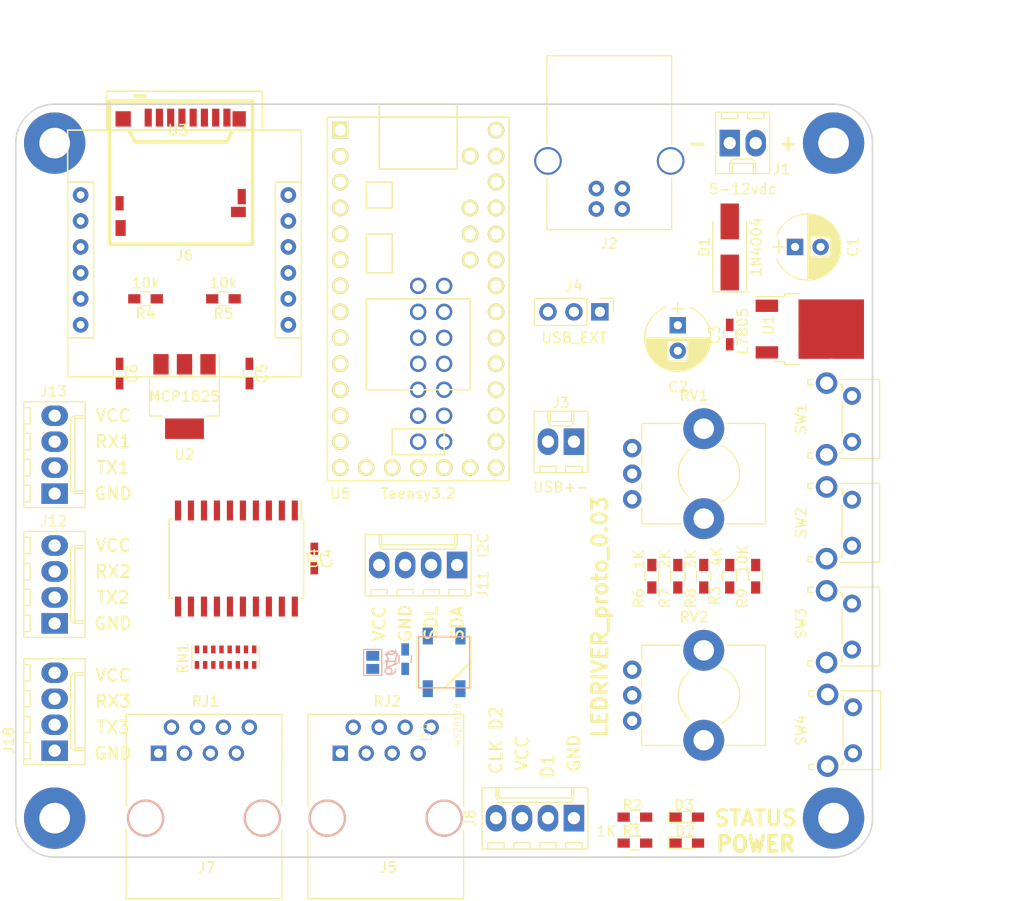
<source format=kicad_pcb>
(kicad_pcb (version 4) (host pcbnew 4.0.7-e2-6376~58~ubuntu16.04.1)

  (general
    (links 143)
    (no_connects 102)
    (area 100.254999 34.214999 184.225001 108.025001)
    (thickness 1.6)
    (drawings 35)
    (tracks 0)
    (zones 0)
    (modules 49)
    (nets 59)
  )

  (page A4)
  (layers
    (0 F.Cu signal)
    (31 B.Cu signal)
    (32 B.Adhes user)
    (33 F.Adhes user)
    (34 B.Paste user)
    (35 F.Paste user)
    (36 B.SilkS user)
    (37 F.SilkS user)
    (38 B.Mask user)
    (39 F.Mask user)
    (40 Dwgs.User user)
    (41 Cmts.User user)
    (42 Eco1.User user)
    (43 Eco2.User user)
    (44 Edge.Cuts user)
    (45 Margin user)
    (46 B.CrtYd user)
    (47 F.CrtYd user)
    (48 B.Fab user)
    (49 F.Fab user)
  )

  (setup
    (last_trace_width 0.5)
    (user_trace_width 0.3)
    (user_trace_width 0.5)
    (user_trace_width 0.75)
    (user_trace_width 1)
    (user_trace_width 1.5)
    (trace_clearance 0.2)
    (zone_clearance 0.508)
    (zone_45_only no)
    (trace_min 0.2)
    (segment_width 0.2)
    (edge_width 0.15)
    (via_size 0.6)
    (via_drill 0.4)
    (via_min_size 0.4)
    (via_min_drill 0.3)
    (user_via 0.6 0.4)
    (user_via 1.2 0.6)
    (uvia_size 0.3)
    (uvia_drill 0.1)
    (uvias_allowed no)
    (uvia_min_size 0.2)
    (uvia_min_drill 0.1)
    (pcb_text_width 0.3)
    (pcb_text_size 1.5 1.5)
    (mod_edge_width 0.15)
    (mod_text_size 1 1)
    (mod_text_width 0.15)
    (pad_size 1.524 1.524)
    (pad_drill 0.762)
    (pad_to_mask_clearance 0.2)
    (aux_axis_origin 0 0)
    (visible_elements FFFFFF7F)
    (pcbplotparams
      (layerselection 0x010f0_80000001)
      (usegerberextensions false)
      (excludeedgelayer true)
      (linewidth 0.100000)
      (plotframeref false)
      (viasonmask false)
      (mode 1)
      (useauxorigin false)
      (hpglpennumber 1)
      (hpglpenspeed 20)
      (hpglpendiameter 15)
      (hpglpenoverlay 2)
      (psnegative false)
      (psa4output false)
      (plotreference true)
      (plotvalue true)
      (plotinvisibletext false)
      (padsonsilk false)
      (subtractmaskfromsilk false)
      (outputformat 1)
      (mirror false)
      (drillshape 0)
      (scaleselection 1)
      (outputdirectory output/))
  )

  (net 0 "")
  (net 1 VCC)
  (net 2 GND)
  (net 3 /POT1)
  (net 4 /POT2)
  (net 5 /I2C_SCL)
  (net 6 /I2C_SDA)
  (net 7 "Net-(J5-Pad2)")
  (net 8 "Net-(J5-Pad4)")
  (net 9 "Net-(J5-Pad6)")
  (net 10 "Net-(J5-Pad8)")
  (net 11 /SPI_DIN)
  (net 12 /SPI_SCK)
  (net 13 /SPI_DOUT)
  (net 14 /SPI_CS_SDCARD)
  (net 15 /RX1)
  (net 16 /TX1)
  (net 17 /SPI_CS_WIZ)
  (net 18 "Net-(R6-Pad2)")
  (net 19 "Net-(R7-Pad2)")
  (net 20 /BUTTONS)
  (net 21 "Net-(RN1-Pad4)")
  (net 22 "Net-(RN1-Pad5)")
  (net 23 "Net-(RN1-Pad3)")
  (net 24 "Net-(RN1-Pad6)")
  (net 25 "Net-(RN1-Pad7)")
  (net 26 "Net-(RN1-Pad8)")
  (net 27 "Net-(RN1-Pad1)")
  (net 28 "Net-(RN1-Pad2)")
  (net 29 /WIZ_RESET)
  (net 30 /DATA_1_PIN_2)
  (net 31 /DATA_2_PIN_14)
  (net 32 /DATA_3_PIN_7)
  (net 33 /DATA_4_PIN_8)
  (net 34 /DATA_5_PIN_6)
  (net 35 /DATA_6_PIN_20)
  (net 36 /DATA_7_PIN_21)
  (net 37 /DATA_8_PIN_5)
  (net 38 /STATUS)
  (net 39 +12V)
  (net 40 "Net-(D3-Pad1)")
  (net 41 /TX2)
  (net 42 /RX2)
  (net 43 "Net-(C1-Pad1)")
  (net 44 "Net-(C2-Pad1)")
  (net 45 "Net-(C6-Pad1)")
  (net 46 "Net-(D2-Pad1)")
  (net 47 "Net-(J2-Pad2)")
  (net 48 "Net-(J2-Pad1)")
  (net 49 "Net-(J2-Pad3)")
  (net 50 "Net-(J7-Pad4)")
  (net 51 "Net-(J7-Pad6)")
  (net 52 "Net-(J7-Pad8)")
  (net 53 "Net-(R8-Pad2)")
  (net 54 +3V3)
  (net 55 GNDA)
  (net 56 "Net-(R3-Pad2)")
  (net 57 "Net-(D4-Pad4)")
  (net 58 "Net-(J19-Pad2)")

  (net_class Default "This is the default net class."
    (clearance 0.2)
    (trace_width 0.25)
    (via_dia 0.6)
    (via_drill 0.4)
    (uvia_dia 0.3)
    (uvia_drill 0.1)
    (add_net +12V)
    (add_net +3V3)
    (add_net /BUTTONS)
    (add_net /DATA_1_PIN_2)
    (add_net /DATA_2_PIN_14)
    (add_net /DATA_3_PIN_7)
    (add_net /DATA_4_PIN_8)
    (add_net /DATA_5_PIN_6)
    (add_net /DATA_6_PIN_20)
    (add_net /DATA_7_PIN_21)
    (add_net /DATA_8_PIN_5)
    (add_net /I2C_SCL)
    (add_net /I2C_SDA)
    (add_net /POT1)
    (add_net /POT2)
    (add_net /RX1)
    (add_net /RX2)
    (add_net /SPI_CS_SDCARD)
    (add_net /SPI_CS_WIZ)
    (add_net /SPI_DIN)
    (add_net /SPI_DOUT)
    (add_net /SPI_SCK)
    (add_net /STATUS)
    (add_net /TX1)
    (add_net /TX2)
    (add_net /WIZ_RESET)
    (add_net GND)
    (add_net GNDA)
    (add_net "Net-(C1-Pad1)")
    (add_net "Net-(C2-Pad1)")
    (add_net "Net-(C6-Pad1)")
    (add_net "Net-(D2-Pad1)")
    (add_net "Net-(D3-Pad1)")
    (add_net "Net-(D4-Pad4)")
    (add_net "Net-(J19-Pad2)")
    (add_net "Net-(J2-Pad1)")
    (add_net "Net-(J2-Pad2)")
    (add_net "Net-(J2-Pad3)")
    (add_net "Net-(J5-Pad2)")
    (add_net "Net-(J5-Pad4)")
    (add_net "Net-(J5-Pad6)")
    (add_net "Net-(J5-Pad8)")
    (add_net "Net-(J7-Pad4)")
    (add_net "Net-(J7-Pad6)")
    (add_net "Net-(J7-Pad8)")
    (add_net "Net-(R3-Pad2)")
    (add_net "Net-(R6-Pad2)")
    (add_net "Net-(R7-Pad2)")
    (add_net "Net-(R8-Pad2)")
    (add_net "Net-(RN1-Pad1)")
    (add_net "Net-(RN1-Pad2)")
    (add_net "Net-(RN1-Pad3)")
    (add_net "Net-(RN1-Pad4)")
    (add_net "Net-(RN1-Pad5)")
    (add_net "Net-(RN1-Pad6)")
    (add_net "Net-(RN1-Pad7)")
    (add_net "Net-(RN1-Pad8)")
    (add_net VCC)
  )

  (module Capacitors_THT:CP_Radial_D6.3mm_P2.50mm (layer F.Cu) (tedit 597BC7C2) (tstamp 5A57BF0B)
    (at 176.57 48.26)
    (descr "CP, Radial series, Radial, pin pitch=2.50mm, , diameter=6.3mm, Electrolytic Capacitor")
    (tags "CP Radial series Radial pin pitch 2.50mm  diameter 6.3mm Electrolytic Capacitor")
    (path /5A081C53)
    (fp_text reference C1 (at 5.675 0 90) (layer F.SilkS)
      (effects (font (size 1 1) (thickness 0.15)))
    )
    (fp_text value 47uF (at 1.25 4.46) (layer F.Fab)
      (effects (font (size 1 1) (thickness 0.15)))
    )
    (fp_arc (start 1.25 0) (end -1.767482 -1.18) (angle 137.3) (layer F.SilkS) (width 0.12))
    (fp_arc (start 1.25 0) (end -1.767482 1.18) (angle -137.3) (layer F.SilkS) (width 0.12))
    (fp_arc (start 1.25 0) (end 4.267482 -1.18) (angle 42.7) (layer F.SilkS) (width 0.12))
    (fp_circle (center 1.25 0) (end 4.4 0) (layer F.Fab) (width 0.1))
    (fp_line (start -2.2 0) (end -1 0) (layer F.Fab) (width 0.1))
    (fp_line (start -1.6 -0.65) (end -1.6 0.65) (layer F.Fab) (width 0.1))
    (fp_line (start 1.25 -3.2) (end 1.25 3.2) (layer F.SilkS) (width 0.12))
    (fp_line (start 1.29 -3.2) (end 1.29 3.2) (layer F.SilkS) (width 0.12))
    (fp_line (start 1.33 -3.2) (end 1.33 3.2) (layer F.SilkS) (width 0.12))
    (fp_line (start 1.37 -3.198) (end 1.37 3.198) (layer F.SilkS) (width 0.12))
    (fp_line (start 1.41 -3.197) (end 1.41 3.197) (layer F.SilkS) (width 0.12))
    (fp_line (start 1.45 -3.194) (end 1.45 3.194) (layer F.SilkS) (width 0.12))
    (fp_line (start 1.49 -3.192) (end 1.49 3.192) (layer F.SilkS) (width 0.12))
    (fp_line (start 1.53 -3.188) (end 1.53 -0.98) (layer F.SilkS) (width 0.12))
    (fp_line (start 1.53 0.98) (end 1.53 3.188) (layer F.SilkS) (width 0.12))
    (fp_line (start 1.57 -3.185) (end 1.57 -0.98) (layer F.SilkS) (width 0.12))
    (fp_line (start 1.57 0.98) (end 1.57 3.185) (layer F.SilkS) (width 0.12))
    (fp_line (start 1.61 -3.18) (end 1.61 -0.98) (layer F.SilkS) (width 0.12))
    (fp_line (start 1.61 0.98) (end 1.61 3.18) (layer F.SilkS) (width 0.12))
    (fp_line (start 1.65 -3.176) (end 1.65 -0.98) (layer F.SilkS) (width 0.12))
    (fp_line (start 1.65 0.98) (end 1.65 3.176) (layer F.SilkS) (width 0.12))
    (fp_line (start 1.69 -3.17) (end 1.69 -0.98) (layer F.SilkS) (width 0.12))
    (fp_line (start 1.69 0.98) (end 1.69 3.17) (layer F.SilkS) (width 0.12))
    (fp_line (start 1.73 -3.165) (end 1.73 -0.98) (layer F.SilkS) (width 0.12))
    (fp_line (start 1.73 0.98) (end 1.73 3.165) (layer F.SilkS) (width 0.12))
    (fp_line (start 1.77 -3.158) (end 1.77 -0.98) (layer F.SilkS) (width 0.12))
    (fp_line (start 1.77 0.98) (end 1.77 3.158) (layer F.SilkS) (width 0.12))
    (fp_line (start 1.81 -3.152) (end 1.81 -0.98) (layer F.SilkS) (width 0.12))
    (fp_line (start 1.81 0.98) (end 1.81 3.152) (layer F.SilkS) (width 0.12))
    (fp_line (start 1.85 -3.144) (end 1.85 -0.98) (layer F.SilkS) (width 0.12))
    (fp_line (start 1.85 0.98) (end 1.85 3.144) (layer F.SilkS) (width 0.12))
    (fp_line (start 1.89 -3.137) (end 1.89 -0.98) (layer F.SilkS) (width 0.12))
    (fp_line (start 1.89 0.98) (end 1.89 3.137) (layer F.SilkS) (width 0.12))
    (fp_line (start 1.93 -3.128) (end 1.93 -0.98) (layer F.SilkS) (width 0.12))
    (fp_line (start 1.93 0.98) (end 1.93 3.128) (layer F.SilkS) (width 0.12))
    (fp_line (start 1.971 -3.119) (end 1.971 -0.98) (layer F.SilkS) (width 0.12))
    (fp_line (start 1.971 0.98) (end 1.971 3.119) (layer F.SilkS) (width 0.12))
    (fp_line (start 2.011 -3.11) (end 2.011 -0.98) (layer F.SilkS) (width 0.12))
    (fp_line (start 2.011 0.98) (end 2.011 3.11) (layer F.SilkS) (width 0.12))
    (fp_line (start 2.051 -3.1) (end 2.051 -0.98) (layer F.SilkS) (width 0.12))
    (fp_line (start 2.051 0.98) (end 2.051 3.1) (layer F.SilkS) (width 0.12))
    (fp_line (start 2.091 -3.09) (end 2.091 -0.98) (layer F.SilkS) (width 0.12))
    (fp_line (start 2.091 0.98) (end 2.091 3.09) (layer F.SilkS) (width 0.12))
    (fp_line (start 2.131 -3.079) (end 2.131 -0.98) (layer F.SilkS) (width 0.12))
    (fp_line (start 2.131 0.98) (end 2.131 3.079) (layer F.SilkS) (width 0.12))
    (fp_line (start 2.171 -3.067) (end 2.171 -0.98) (layer F.SilkS) (width 0.12))
    (fp_line (start 2.171 0.98) (end 2.171 3.067) (layer F.SilkS) (width 0.12))
    (fp_line (start 2.211 -3.055) (end 2.211 -0.98) (layer F.SilkS) (width 0.12))
    (fp_line (start 2.211 0.98) (end 2.211 3.055) (layer F.SilkS) (width 0.12))
    (fp_line (start 2.251 -3.042) (end 2.251 -0.98) (layer F.SilkS) (width 0.12))
    (fp_line (start 2.251 0.98) (end 2.251 3.042) (layer F.SilkS) (width 0.12))
    (fp_line (start 2.291 -3.029) (end 2.291 -0.98) (layer F.SilkS) (width 0.12))
    (fp_line (start 2.291 0.98) (end 2.291 3.029) (layer F.SilkS) (width 0.12))
    (fp_line (start 2.331 -3.015) (end 2.331 -0.98) (layer F.SilkS) (width 0.12))
    (fp_line (start 2.331 0.98) (end 2.331 3.015) (layer F.SilkS) (width 0.12))
    (fp_line (start 2.371 -3.001) (end 2.371 -0.98) (layer F.SilkS) (width 0.12))
    (fp_line (start 2.371 0.98) (end 2.371 3.001) (layer F.SilkS) (width 0.12))
    (fp_line (start 2.411 -2.986) (end 2.411 -0.98) (layer F.SilkS) (width 0.12))
    (fp_line (start 2.411 0.98) (end 2.411 2.986) (layer F.SilkS) (width 0.12))
    (fp_line (start 2.451 -2.97) (end 2.451 -0.98) (layer F.SilkS) (width 0.12))
    (fp_line (start 2.451 0.98) (end 2.451 2.97) (layer F.SilkS) (width 0.12))
    (fp_line (start 2.491 -2.954) (end 2.491 -0.98) (layer F.SilkS) (width 0.12))
    (fp_line (start 2.491 0.98) (end 2.491 2.954) (layer F.SilkS) (width 0.12))
    (fp_line (start 2.531 -2.937) (end 2.531 -0.98) (layer F.SilkS) (width 0.12))
    (fp_line (start 2.531 0.98) (end 2.531 2.937) (layer F.SilkS) (width 0.12))
    (fp_line (start 2.571 -2.919) (end 2.571 -0.98) (layer F.SilkS) (width 0.12))
    (fp_line (start 2.571 0.98) (end 2.571 2.919) (layer F.SilkS) (width 0.12))
    (fp_line (start 2.611 -2.901) (end 2.611 -0.98) (layer F.SilkS) (width 0.12))
    (fp_line (start 2.611 0.98) (end 2.611 2.901) (layer F.SilkS) (width 0.12))
    (fp_line (start 2.651 -2.882) (end 2.651 -0.98) (layer F.SilkS) (width 0.12))
    (fp_line (start 2.651 0.98) (end 2.651 2.882) (layer F.SilkS) (width 0.12))
    (fp_line (start 2.691 -2.863) (end 2.691 -0.98) (layer F.SilkS) (width 0.12))
    (fp_line (start 2.691 0.98) (end 2.691 2.863) (layer F.SilkS) (width 0.12))
    (fp_line (start 2.731 -2.843) (end 2.731 -0.98) (layer F.SilkS) (width 0.12))
    (fp_line (start 2.731 0.98) (end 2.731 2.843) (layer F.SilkS) (width 0.12))
    (fp_line (start 2.771 -2.822) (end 2.771 -0.98) (layer F.SilkS) (width 0.12))
    (fp_line (start 2.771 0.98) (end 2.771 2.822) (layer F.SilkS) (width 0.12))
    (fp_line (start 2.811 -2.8) (end 2.811 -0.98) (layer F.SilkS) (width 0.12))
    (fp_line (start 2.811 0.98) (end 2.811 2.8) (layer F.SilkS) (width 0.12))
    (fp_line (start 2.851 -2.778) (end 2.851 -0.98) (layer F.SilkS) (width 0.12))
    (fp_line (start 2.851 0.98) (end 2.851 2.778) (layer F.SilkS) (width 0.12))
    (fp_line (start 2.891 -2.755) (end 2.891 -0.98) (layer F.SilkS) (width 0.12))
    (fp_line (start 2.891 0.98) (end 2.891 2.755) (layer F.SilkS) (width 0.12))
    (fp_line (start 2.931 -2.731) (end 2.931 -0.98) (layer F.SilkS) (width 0.12))
    (fp_line (start 2.931 0.98) (end 2.931 2.731) (layer F.SilkS) (width 0.12))
    (fp_line (start 2.971 -2.706) (end 2.971 -0.98) (layer F.SilkS) (width 0.12))
    (fp_line (start 2.971 0.98) (end 2.971 2.706) (layer F.SilkS) (width 0.12))
    (fp_line (start 3.011 -2.681) (end 3.011 -0.98) (layer F.SilkS) (width 0.12))
    (fp_line (start 3.011 0.98) (end 3.011 2.681) (layer F.SilkS) (width 0.12))
    (fp_line (start 3.051 -2.654) (end 3.051 -0.98) (layer F.SilkS) (width 0.12))
    (fp_line (start 3.051 0.98) (end 3.051 2.654) (layer F.SilkS) (width 0.12))
    (fp_line (start 3.091 -2.627) (end 3.091 -0.98) (layer F.SilkS) (width 0.12))
    (fp_line (start 3.091 0.98) (end 3.091 2.627) (layer F.SilkS) (width 0.12))
    (fp_line (start 3.131 -2.599) (end 3.131 -0.98) (layer F.SilkS) (width 0.12))
    (fp_line (start 3.131 0.98) (end 3.131 2.599) (layer F.SilkS) (width 0.12))
    (fp_line (start 3.171 -2.57) (end 3.171 -0.98) (layer F.SilkS) (width 0.12))
    (fp_line (start 3.171 0.98) (end 3.171 2.57) (layer F.SilkS) (width 0.12))
    (fp_line (start 3.211 -2.54) (end 3.211 -0.98) (layer F.SilkS) (width 0.12))
    (fp_line (start 3.211 0.98) (end 3.211 2.54) (layer F.SilkS) (width 0.12))
    (fp_line (start 3.251 -2.51) (end 3.251 -0.98) (layer F.SilkS) (width 0.12))
    (fp_line (start 3.251 0.98) (end 3.251 2.51) (layer F.SilkS) (width 0.12))
    (fp_line (start 3.291 -2.478) (end 3.291 -0.98) (layer F.SilkS) (width 0.12))
    (fp_line (start 3.291 0.98) (end 3.291 2.478) (layer F.SilkS) (width 0.12))
    (fp_line (start 3.331 -2.445) (end 3.331 -0.98) (layer F.SilkS) (width 0.12))
    (fp_line (start 3.331 0.98) (end 3.331 2.445) (layer F.SilkS) (width 0.12))
    (fp_line (start 3.371 -2.411) (end 3.371 -0.98) (layer F.SilkS) (width 0.12))
    (fp_line (start 3.371 0.98) (end 3.371 2.411) (layer F.SilkS) (width 0.12))
    (fp_line (start 3.411 -2.375) (end 3.411 -0.98) (layer F.SilkS) (width 0.12))
    (fp_line (start 3.411 0.98) (end 3.411 2.375) (layer F.SilkS) (width 0.12))
    (fp_line (start 3.451 -2.339) (end 3.451 -0.98) (layer F.SilkS) (width 0.12))
    (fp_line (start 3.451 0.98) (end 3.451 2.339) (layer F.SilkS) (width 0.12))
    (fp_line (start 3.491 -2.301) (end 3.491 2.301) (layer F.SilkS) (width 0.12))
    (fp_line (start 3.531 -2.262) (end 3.531 2.262) (layer F.SilkS) (width 0.12))
    (fp_line (start 3.571 -2.222) (end 3.571 2.222) (layer F.SilkS) (width 0.12))
    (fp_line (start 3.611 -2.18) (end 3.611 2.18) (layer F.SilkS) (width 0.12))
    (fp_line (start 3.651 -2.137) (end 3.651 2.137) (layer F.SilkS) (width 0.12))
    (fp_line (start 3.691 -2.092) (end 3.691 2.092) (layer F.SilkS) (width 0.12))
    (fp_line (start 3.731 -2.045) (end 3.731 2.045) (layer F.SilkS) (width 0.12))
    (fp_line (start 3.771 -1.997) (end 3.771 1.997) (layer F.SilkS) (width 0.12))
    (fp_line (start 3.811 -1.946) (end 3.811 1.946) (layer F.SilkS) (width 0.12))
    (fp_line (start 3.851 -1.894) (end 3.851 1.894) (layer F.SilkS) (width 0.12))
    (fp_line (start 3.891 -1.839) (end 3.891 1.839) (layer F.SilkS) (width 0.12))
    (fp_line (start 3.931 -1.781) (end 3.931 1.781) (layer F.SilkS) (width 0.12))
    (fp_line (start 3.971 -1.721) (end 3.971 1.721) (layer F.SilkS) (width 0.12))
    (fp_line (start 4.011 -1.658) (end 4.011 1.658) (layer F.SilkS) (width 0.12))
    (fp_line (start 4.051 -1.591) (end 4.051 1.591) (layer F.SilkS) (width 0.12))
    (fp_line (start 4.091 -1.52) (end 4.091 1.52) (layer F.SilkS) (width 0.12))
    (fp_line (start 4.131 -1.445) (end 4.131 1.445) (layer F.SilkS) (width 0.12))
    (fp_line (start 4.171 -1.364) (end 4.171 1.364) (layer F.SilkS) (width 0.12))
    (fp_line (start 4.211 -1.278) (end 4.211 1.278) (layer F.SilkS) (width 0.12))
    (fp_line (start 4.251 -1.184) (end 4.251 1.184) (layer F.SilkS) (width 0.12))
    (fp_line (start 4.291 -1.081) (end 4.291 1.081) (layer F.SilkS) (width 0.12))
    (fp_line (start 4.331 -0.966) (end 4.331 0.966) (layer F.SilkS) (width 0.12))
    (fp_line (start 4.371 -0.834) (end 4.371 0.834) (layer F.SilkS) (width 0.12))
    (fp_line (start 4.411 -0.676) (end 4.411 0.676) (layer F.SilkS) (width 0.12))
    (fp_line (start 4.451 -0.468) (end 4.451 0.468) (layer F.SilkS) (width 0.12))
    (fp_line (start -2.2 0) (end -1 0) (layer F.SilkS) (width 0.12))
    (fp_line (start -1.6 -0.65) (end -1.6 0.65) (layer F.SilkS) (width 0.12))
    (fp_line (start -2.25 -3.5) (end -2.25 3.5) (layer F.CrtYd) (width 0.05))
    (fp_line (start -2.25 3.5) (end 4.75 3.5) (layer F.CrtYd) (width 0.05))
    (fp_line (start 4.75 3.5) (end 4.75 -3.5) (layer F.CrtYd) (width 0.05))
    (fp_line (start 4.75 -3.5) (end -2.25 -3.5) (layer F.CrtYd) (width 0.05))
    (fp_text user %R (at 1.25 0) (layer F.Fab)
      (effects (font (size 1 1) (thickness 0.15)))
    )
    (pad 1 thru_hole rect (at 0 0) (size 1.6 1.6) (drill 0.8) (layers *.Cu *.Mask)
      (net 43 "Net-(C1-Pad1)"))
    (pad 2 thru_hole circle (at 2.5 0) (size 1.6 1.6) (drill 0.8) (layers *.Cu *.Mask)
      (net 2 GND))
    (model ${KISYS3DMOD}/Capacitors_THT.3dshapes/CP_Radial_D6.3mm_P2.50mm.wrl
      (at (xyz 0 0 0))
      (scale (xyz 1 1 1))
      (rotate (xyz 0 0 0))
    )
  )

  (module Capacitors_THT:CP_Radial_D6.3mm_P2.50mm (layer F.Cu) (tedit 597BC7C2) (tstamp 5A57BFA0)
    (at 165.1 55.92 270)
    (descr "CP, Radial series, Radial, pin pitch=2.50mm, , diameter=6.3mm, Electrolytic Capacitor")
    (tags "CP Radial series Radial pin pitch 2.50mm  diameter 6.3mm Electrolytic Capacitor")
    (path /5A081C60)
    (fp_text reference C2 (at 6.03 -0.02 360) (layer F.SilkS)
      (effects (font (size 1 1) (thickness 0.15)))
    )
    (fp_text value 47uF (at 1.25 4.46 270) (layer F.Fab)
      (effects (font (size 1 1) (thickness 0.15)))
    )
    (fp_arc (start 1.25 0) (end -1.767482 -1.18) (angle 137.3) (layer F.SilkS) (width 0.12))
    (fp_arc (start 1.25 0) (end -1.767482 1.18) (angle -137.3) (layer F.SilkS) (width 0.12))
    (fp_arc (start 1.25 0) (end 4.267482 -1.18) (angle 42.7) (layer F.SilkS) (width 0.12))
    (fp_circle (center 1.25 0) (end 4.4 0) (layer F.Fab) (width 0.1))
    (fp_line (start -2.2 0) (end -1 0) (layer F.Fab) (width 0.1))
    (fp_line (start -1.6 -0.65) (end -1.6 0.65) (layer F.Fab) (width 0.1))
    (fp_line (start 1.25 -3.2) (end 1.25 3.2) (layer F.SilkS) (width 0.12))
    (fp_line (start 1.29 -3.2) (end 1.29 3.2) (layer F.SilkS) (width 0.12))
    (fp_line (start 1.33 -3.2) (end 1.33 3.2) (layer F.SilkS) (width 0.12))
    (fp_line (start 1.37 -3.198) (end 1.37 3.198) (layer F.SilkS) (width 0.12))
    (fp_line (start 1.41 -3.197) (end 1.41 3.197) (layer F.SilkS) (width 0.12))
    (fp_line (start 1.45 -3.194) (end 1.45 3.194) (layer F.SilkS) (width 0.12))
    (fp_line (start 1.49 -3.192) (end 1.49 3.192) (layer F.SilkS) (width 0.12))
    (fp_line (start 1.53 -3.188) (end 1.53 -0.98) (layer F.SilkS) (width 0.12))
    (fp_line (start 1.53 0.98) (end 1.53 3.188) (layer F.SilkS) (width 0.12))
    (fp_line (start 1.57 -3.185) (end 1.57 -0.98) (layer F.SilkS) (width 0.12))
    (fp_line (start 1.57 0.98) (end 1.57 3.185) (layer F.SilkS) (width 0.12))
    (fp_line (start 1.61 -3.18) (end 1.61 -0.98) (layer F.SilkS) (width 0.12))
    (fp_line (start 1.61 0.98) (end 1.61 3.18) (layer F.SilkS) (width 0.12))
    (fp_line (start 1.65 -3.176) (end 1.65 -0.98) (layer F.SilkS) (width 0.12))
    (fp_line (start 1.65 0.98) (end 1.65 3.176) (layer F.SilkS) (width 0.12))
    (fp_line (start 1.69 -3.17) (end 1.69 -0.98) (layer F.SilkS) (width 0.12))
    (fp_line (start 1.69 0.98) (end 1.69 3.17) (layer F.SilkS) (width 0.12))
    (fp_line (start 1.73 -3.165) (end 1.73 -0.98) (layer F.SilkS) (width 0.12))
    (fp_line (start 1.73 0.98) (end 1.73 3.165) (layer F.SilkS) (width 0.12))
    (fp_line (start 1.77 -3.158) (end 1.77 -0.98) (layer F.SilkS) (width 0.12))
    (fp_line (start 1.77 0.98) (end 1.77 3.158) (layer F.SilkS) (width 0.12))
    (fp_line (start 1.81 -3.152) (end 1.81 -0.98) (layer F.SilkS) (width 0.12))
    (fp_line (start 1.81 0.98) (end 1.81 3.152) (layer F.SilkS) (width 0.12))
    (fp_line (start 1.85 -3.144) (end 1.85 -0.98) (layer F.SilkS) (width 0.12))
    (fp_line (start 1.85 0.98) (end 1.85 3.144) (layer F.SilkS) (width 0.12))
    (fp_line (start 1.89 -3.137) (end 1.89 -0.98) (layer F.SilkS) (width 0.12))
    (fp_line (start 1.89 0.98) (end 1.89 3.137) (layer F.SilkS) (width 0.12))
    (fp_line (start 1.93 -3.128) (end 1.93 -0.98) (layer F.SilkS) (width 0.12))
    (fp_line (start 1.93 0.98) (end 1.93 3.128) (layer F.SilkS) (width 0.12))
    (fp_line (start 1.971 -3.119) (end 1.971 -0.98) (layer F.SilkS) (width 0.12))
    (fp_line (start 1.971 0.98) (end 1.971 3.119) (layer F.SilkS) (width 0.12))
    (fp_line (start 2.011 -3.11) (end 2.011 -0.98) (layer F.SilkS) (width 0.12))
    (fp_line (start 2.011 0.98) (end 2.011 3.11) (layer F.SilkS) (width 0.12))
    (fp_line (start 2.051 -3.1) (end 2.051 -0.98) (layer F.SilkS) (width 0.12))
    (fp_line (start 2.051 0.98) (end 2.051 3.1) (layer F.SilkS) (width 0.12))
    (fp_line (start 2.091 -3.09) (end 2.091 -0.98) (layer F.SilkS) (width 0.12))
    (fp_line (start 2.091 0.98) (end 2.091 3.09) (layer F.SilkS) (width 0.12))
    (fp_line (start 2.131 -3.079) (end 2.131 -0.98) (layer F.SilkS) (width 0.12))
    (fp_line (start 2.131 0.98) (end 2.131 3.079) (layer F.SilkS) (width 0.12))
    (fp_line (start 2.171 -3.067) (end 2.171 -0.98) (layer F.SilkS) (width 0.12))
    (fp_line (start 2.171 0.98) (end 2.171 3.067) (layer F.SilkS) (width 0.12))
    (fp_line (start 2.211 -3.055) (end 2.211 -0.98) (layer F.SilkS) (width 0.12))
    (fp_line (start 2.211 0.98) (end 2.211 3.055) (layer F.SilkS) (width 0.12))
    (fp_line (start 2.251 -3.042) (end 2.251 -0.98) (layer F.SilkS) (width 0.12))
    (fp_line (start 2.251 0.98) (end 2.251 3.042) (layer F.SilkS) (width 0.12))
    (fp_line (start 2.291 -3.029) (end 2.291 -0.98) (layer F.SilkS) (width 0.12))
    (fp_line (start 2.291 0.98) (end 2.291 3.029) (layer F.SilkS) (width 0.12))
    (fp_line (start 2.331 -3.015) (end 2.331 -0.98) (layer F.SilkS) (width 0.12))
    (fp_line (start 2.331 0.98) (end 2.331 3.015) (layer F.SilkS) (width 0.12))
    (fp_line (start 2.371 -3.001) (end 2.371 -0.98) (layer F.SilkS) (width 0.12))
    (fp_line (start 2.371 0.98) (end 2.371 3.001) (layer F.SilkS) (width 0.12))
    (fp_line (start 2.411 -2.986) (end 2.411 -0.98) (layer F.SilkS) (width 0.12))
    (fp_line (start 2.411 0.98) (end 2.411 2.986) (layer F.SilkS) (width 0.12))
    (fp_line (start 2.451 -2.97) (end 2.451 -0.98) (layer F.SilkS) (width 0.12))
    (fp_line (start 2.451 0.98) (end 2.451 2.97) (layer F.SilkS) (width 0.12))
    (fp_line (start 2.491 -2.954) (end 2.491 -0.98) (layer F.SilkS) (width 0.12))
    (fp_line (start 2.491 0.98) (end 2.491 2.954) (layer F.SilkS) (width 0.12))
    (fp_line (start 2.531 -2.937) (end 2.531 -0.98) (layer F.SilkS) (width 0.12))
    (fp_line (start 2.531 0.98) (end 2.531 2.937) (layer F.SilkS) (width 0.12))
    (fp_line (start 2.571 -2.919) (end 2.571 -0.98) (layer F.SilkS) (width 0.12))
    (fp_line (start 2.571 0.98) (end 2.571 2.919) (layer F.SilkS) (width 0.12))
    (fp_line (start 2.611 -2.901) (end 2.611 -0.98) (layer F.SilkS) (width 0.12))
    (fp_line (start 2.611 0.98) (end 2.611 2.901) (layer F.SilkS) (width 0.12))
    (fp_line (start 2.651 -2.882) (end 2.651 -0.98) (layer F.SilkS) (width 0.12))
    (fp_line (start 2.651 0.98) (end 2.651 2.882) (layer F.SilkS) (width 0.12))
    (fp_line (start 2.691 -2.863) (end 2.691 -0.98) (layer F.SilkS) (width 0.12))
    (fp_line (start 2.691 0.98) (end 2.691 2.863) (layer F.SilkS) (width 0.12))
    (fp_line (start 2.731 -2.843) (end 2.731 -0.98) (layer F.SilkS) (width 0.12))
    (fp_line (start 2.731 0.98) (end 2.731 2.843) (layer F.SilkS) (width 0.12))
    (fp_line (start 2.771 -2.822) (end 2.771 -0.98) (layer F.SilkS) (width 0.12))
    (fp_line (start 2.771 0.98) (end 2.771 2.822) (layer F.SilkS) (width 0.12))
    (fp_line (start 2.811 -2.8) (end 2.811 -0.98) (layer F.SilkS) (width 0.12))
    (fp_line (start 2.811 0.98) (end 2.811 2.8) (layer F.SilkS) (width 0.12))
    (fp_line (start 2.851 -2.778) (end 2.851 -0.98) (layer F.SilkS) (width 0.12))
    (fp_line (start 2.851 0.98) (end 2.851 2.778) (layer F.SilkS) (width 0.12))
    (fp_line (start 2.891 -2.755) (end 2.891 -0.98) (layer F.SilkS) (width 0.12))
    (fp_line (start 2.891 0.98) (end 2.891 2.755) (layer F.SilkS) (width 0.12))
    (fp_line (start 2.931 -2.731) (end 2.931 -0.98) (layer F.SilkS) (width 0.12))
    (fp_line (start 2.931 0.98) (end 2.931 2.731) (layer F.SilkS) (width 0.12))
    (fp_line (start 2.971 -2.706) (end 2.971 -0.98) (layer F.SilkS) (width 0.12))
    (fp_line (start 2.971 0.98) (end 2.971 2.706) (layer F.SilkS) (width 0.12))
    (fp_line (start 3.011 -2.681) (end 3.011 -0.98) (layer F.SilkS) (width 0.12))
    (fp_line (start 3.011 0.98) (end 3.011 2.681) (layer F.SilkS) (width 0.12))
    (fp_line (start 3.051 -2.654) (end 3.051 -0.98) (layer F.SilkS) (width 0.12))
    (fp_line (start 3.051 0.98) (end 3.051 2.654) (layer F.SilkS) (width 0.12))
    (fp_line (start 3.091 -2.627) (end 3.091 -0.98) (layer F.SilkS) (width 0.12))
    (fp_line (start 3.091 0.98) (end 3.091 2.627) (layer F.SilkS) (width 0.12))
    (fp_line (start 3.131 -2.599) (end 3.131 -0.98) (layer F.SilkS) (width 0.12))
    (fp_line (start 3.131 0.98) (end 3.131 2.599) (layer F.SilkS) (width 0.12))
    (fp_line (start 3.171 -2.57) (end 3.171 -0.98) (layer F.SilkS) (width 0.12))
    (fp_line (start 3.171 0.98) (end 3.171 2.57) (layer F.SilkS) (width 0.12))
    (fp_line (start 3.211 -2.54) (end 3.211 -0.98) (layer F.SilkS) (width 0.12))
    (fp_line (start 3.211 0.98) (end 3.211 2.54) (layer F.SilkS) (width 0.12))
    (fp_line (start 3.251 -2.51) (end 3.251 -0.98) (layer F.SilkS) (width 0.12))
    (fp_line (start 3.251 0.98) (end 3.251 2.51) (layer F.SilkS) (width 0.12))
    (fp_line (start 3.291 -2.478) (end 3.291 -0.98) (layer F.SilkS) (width 0.12))
    (fp_line (start 3.291 0.98) (end 3.291 2.478) (layer F.SilkS) (width 0.12))
    (fp_line (start 3.331 -2.445) (end 3.331 -0.98) (layer F.SilkS) (width 0.12))
    (fp_line (start 3.331 0.98) (end 3.331 2.445) (layer F.SilkS) (width 0.12))
    (fp_line (start 3.371 -2.411) (end 3.371 -0.98) (layer F.SilkS) (width 0.12))
    (fp_line (start 3.371 0.98) (end 3.371 2.411) (layer F.SilkS) (width 0.12))
    (fp_line (start 3.411 -2.375) (end 3.411 -0.98) (layer F.SilkS) (width 0.12))
    (fp_line (start 3.411 0.98) (end 3.411 2.375) (layer F.SilkS) (width 0.12))
    (fp_line (start 3.451 -2.339) (end 3.451 -0.98) (layer F.SilkS) (width 0.12))
    (fp_line (start 3.451 0.98) (end 3.451 2.339) (layer F.SilkS) (width 0.12))
    (fp_line (start 3.491 -2.301) (end 3.491 2.301) (layer F.SilkS) (width 0.12))
    (fp_line (start 3.531 -2.262) (end 3.531 2.262) (layer F.SilkS) (width 0.12))
    (fp_line (start 3.571 -2.222) (end 3.571 2.222) (layer F.SilkS) (width 0.12))
    (fp_line (start 3.611 -2.18) (end 3.611 2.18) (layer F.SilkS) (width 0.12))
    (fp_line (start 3.651 -2.137) (end 3.651 2.137) (layer F.SilkS) (width 0.12))
    (fp_line (start 3.691 -2.092) (end 3.691 2.092) (layer F.SilkS) (width 0.12))
    (fp_line (start 3.731 -2.045) (end 3.731 2.045) (layer F.SilkS) (width 0.12))
    (fp_line (start 3.771 -1.997) (end 3.771 1.997) (layer F.SilkS) (width 0.12))
    (fp_line (start 3.811 -1.946) (end 3.811 1.946) (layer F.SilkS) (width 0.12))
    (fp_line (start 3.851 -1.894) (end 3.851 1.894) (layer F.SilkS) (width 0.12))
    (fp_line (start 3.891 -1.839) (end 3.891 1.839) (layer F.SilkS) (width 0.12))
    (fp_line (start 3.931 -1.781) (end 3.931 1.781) (layer F.SilkS) (width 0.12))
    (fp_line (start 3.971 -1.721) (end 3.971 1.721) (layer F.SilkS) (width 0.12))
    (fp_line (start 4.011 -1.658) (end 4.011 1.658) (layer F.SilkS) (width 0.12))
    (fp_line (start 4.051 -1.591) (end 4.051 1.591) (layer F.SilkS) (width 0.12))
    (fp_line (start 4.091 -1.52) (end 4.091 1.52) (layer F.SilkS) (width 0.12))
    (fp_line (start 4.131 -1.445) (end 4.131 1.445) (layer F.SilkS) (width 0.12))
    (fp_line (start 4.171 -1.364) (end 4.171 1.364) (layer F.SilkS) (width 0.12))
    (fp_line (start 4.211 -1.278) (end 4.211 1.278) (layer F.SilkS) (width 0.12))
    (fp_line (start 4.251 -1.184) (end 4.251 1.184) (layer F.SilkS) (width 0.12))
    (fp_line (start 4.291 -1.081) (end 4.291 1.081) (layer F.SilkS) (width 0.12))
    (fp_line (start 4.331 -0.966) (end 4.331 0.966) (layer F.SilkS) (width 0.12))
    (fp_line (start 4.371 -0.834) (end 4.371 0.834) (layer F.SilkS) (width 0.12))
    (fp_line (start 4.411 -0.676) (end 4.411 0.676) (layer F.SilkS) (width 0.12))
    (fp_line (start 4.451 -0.468) (end 4.451 0.468) (layer F.SilkS) (width 0.12))
    (fp_line (start -2.2 0) (end -1 0) (layer F.SilkS) (width 0.12))
    (fp_line (start -1.6 -0.65) (end -1.6 0.65) (layer F.SilkS) (width 0.12))
    (fp_line (start -2.25 -3.5) (end -2.25 3.5) (layer F.CrtYd) (width 0.05))
    (fp_line (start -2.25 3.5) (end 4.75 3.5) (layer F.CrtYd) (width 0.05))
    (fp_line (start 4.75 3.5) (end 4.75 -3.5) (layer F.CrtYd) (width 0.05))
    (fp_line (start 4.75 -3.5) (end -2.25 -3.5) (layer F.CrtYd) (width 0.05))
    (fp_text user %R (at 1.25 0 270) (layer F.Fab)
      (effects (font (size 1 1) (thickness 0.15)))
    )
    (pad 1 thru_hole rect (at 0 0 270) (size 1.6 1.6) (drill 0.8) (layers *.Cu *.Mask)
      (net 44 "Net-(C2-Pad1)"))
    (pad 2 thru_hole circle (at 2.5 0 270) (size 1.6 1.6) (drill 0.8) (layers *.Cu *.Mask)
      (net 2 GND))
    (model ${KISYS3DMOD}/Capacitors_THT.3dshapes/CP_Radial_D6.3mm_P2.50mm.wrl
      (at (xyz 0 0 0))
      (scale (xyz 1 1 1))
      (rotate (xyz 0 0 0))
    )
  )

  (module Capacitors_SMD:C_0603_HandSoldering (layer F.Cu) (tedit 58AA848B) (tstamp 5A57BFB1)
    (at 170.18 56.83 270)
    (descr "Capacitor SMD 0603, hand soldering")
    (tags "capacitor 0603")
    (path /5A081C67)
    (attr smd)
    (fp_text reference C3 (at 0 1.485653 270) (layer F.SilkS)
      (effects (font (size 1 1) (thickness 0.15)))
    )
    (fp_text value 0.1uF (at 0 -1.054347 270) (layer F.Fab)
      (effects (font (size 1 1) (thickness 0.15)))
    )
    (fp_text user %R (at 0 -1.25 270) (layer F.Fab)
      (effects (font (size 1 1) (thickness 0.15)))
    )
    (fp_line (start -0.8 0.4) (end -0.8 -0.4) (layer F.Fab) (width 0.1))
    (fp_line (start 0.8 0.4) (end -0.8 0.4) (layer F.Fab) (width 0.1))
    (fp_line (start 0.8 -0.4) (end 0.8 0.4) (layer F.Fab) (width 0.1))
    (fp_line (start -0.8 -0.4) (end 0.8 -0.4) (layer F.Fab) (width 0.1))
    (fp_line (start -0.35 -0.6) (end 0.35 -0.6) (layer F.SilkS) (width 0.12))
    (fp_line (start 0.35 0.6) (end -0.35 0.6) (layer F.SilkS) (width 0.12))
    (fp_line (start -1.8 -0.65) (end 1.8 -0.65) (layer F.CrtYd) (width 0.05))
    (fp_line (start -1.8 -0.65) (end -1.8 0.65) (layer F.CrtYd) (width 0.05))
    (fp_line (start 1.8 0.65) (end 1.8 -0.65) (layer F.CrtYd) (width 0.05))
    (fp_line (start 1.8 0.65) (end -1.8 0.65) (layer F.CrtYd) (width 0.05))
    (pad 1 smd rect (at -0.95 0 270) (size 1.2 0.75) (layers F.Cu F.Paste F.Mask)
      (net 44 "Net-(C2-Pad1)"))
    (pad 2 smd rect (at 0.95 0 270) (size 1.2 0.75) (layers F.Cu F.Paste F.Mask)
      (net 2 GND))
    (model Capacitors_SMD.3dshapes/C_0603.wrl
      (at (xyz 0 0 0))
      (scale (xyz 1 1 1))
      (rotate (xyz 0 0 0))
    )
  )

  (module Capacitors_SMD:C_0603_HandSoldering (layer F.Cu) (tedit 58AA848B) (tstamp 5A57BFC2)
    (at 129.54 78.74 270)
    (descr "Capacitor SMD 0603, hand soldering")
    (tags "capacitor 0603")
    (path /5A015760)
    (attr smd)
    (fp_text reference C4 (at 0 -1.25 270) (layer F.SilkS)
      (effects (font (size 1 1) (thickness 0.15)))
    )
    (fp_text value 1uf (at 0 1.5 270) (layer F.Fab)
      (effects (font (size 1 1) (thickness 0.15)))
    )
    (fp_text user %R (at 0 -1.25 270) (layer F.Fab)
      (effects (font (size 1 1) (thickness 0.15)))
    )
    (fp_line (start -0.8 0.4) (end -0.8 -0.4) (layer F.Fab) (width 0.1))
    (fp_line (start 0.8 0.4) (end -0.8 0.4) (layer F.Fab) (width 0.1))
    (fp_line (start 0.8 -0.4) (end 0.8 0.4) (layer F.Fab) (width 0.1))
    (fp_line (start -0.8 -0.4) (end 0.8 -0.4) (layer F.Fab) (width 0.1))
    (fp_line (start -0.35 -0.6) (end 0.35 -0.6) (layer F.SilkS) (width 0.12))
    (fp_line (start 0.35 0.6) (end -0.35 0.6) (layer F.SilkS) (width 0.12))
    (fp_line (start -1.8 -0.65) (end 1.8 -0.65) (layer F.CrtYd) (width 0.05))
    (fp_line (start -1.8 -0.65) (end -1.8 0.65) (layer F.CrtYd) (width 0.05))
    (fp_line (start 1.8 0.65) (end 1.8 -0.65) (layer F.CrtYd) (width 0.05))
    (fp_line (start 1.8 0.65) (end -1.8 0.65) (layer F.CrtYd) (width 0.05))
    (pad 1 smd rect (at -0.95 0 270) (size 1.2 0.75) (layers F.Cu F.Paste F.Mask)
      (net 1 VCC))
    (pad 2 smd rect (at 0.95 0 270) (size 1.2 0.75) (layers F.Cu F.Paste F.Mask)
      (net 2 GND))
    (model Capacitors_SMD.3dshapes/C_0603.wrl
      (at (xyz 0 0 0))
      (scale (xyz 1 1 1))
      (rotate (xyz 0 0 0))
    )
  )

  (module Capacitors_SMD:C_0603_HandSoldering (layer F.Cu) (tedit 58AA848B) (tstamp 5A57BFD3)
    (at 123.19 60.64 270)
    (descr "Capacitor SMD 0603, hand soldering")
    (tags "capacitor 0603")
    (path /5A00F80F)
    (attr smd)
    (fp_text reference C5 (at 0 -1.25 270) (layer F.SilkS)
      (effects (font (size 1 1) (thickness 0.15)))
    )
    (fp_text value 0.1uF (at 0 1.5 270) (layer F.Fab)
      (effects (font (size 1 1) (thickness 0.15)))
    )
    (fp_text user %R (at 0 -1.25 270) (layer F.Fab)
      (effects (font (size 1 1) (thickness 0.15)))
    )
    (fp_line (start -0.8 0.4) (end -0.8 -0.4) (layer F.Fab) (width 0.1))
    (fp_line (start 0.8 0.4) (end -0.8 0.4) (layer F.Fab) (width 0.1))
    (fp_line (start 0.8 -0.4) (end 0.8 0.4) (layer F.Fab) (width 0.1))
    (fp_line (start -0.8 -0.4) (end 0.8 -0.4) (layer F.Fab) (width 0.1))
    (fp_line (start -0.35 -0.6) (end 0.35 -0.6) (layer F.SilkS) (width 0.12))
    (fp_line (start 0.35 0.6) (end -0.35 0.6) (layer F.SilkS) (width 0.12))
    (fp_line (start -1.8 -0.65) (end 1.8 -0.65) (layer F.CrtYd) (width 0.05))
    (fp_line (start -1.8 -0.65) (end -1.8 0.65) (layer F.CrtYd) (width 0.05))
    (fp_line (start 1.8 0.65) (end 1.8 -0.65) (layer F.CrtYd) (width 0.05))
    (fp_line (start 1.8 0.65) (end -1.8 0.65) (layer F.CrtYd) (width 0.05))
    (pad 1 smd rect (at -0.95 0 270) (size 1.2 0.75) (layers F.Cu F.Paste F.Mask)
      (net 1 VCC))
    (pad 2 smd rect (at 0.95 0 270) (size 1.2 0.75) (layers F.Cu F.Paste F.Mask)
      (net 2 GND))
    (model Capacitors_SMD.3dshapes/C_0603.wrl
      (at (xyz 0 0 0))
      (scale (xyz 1 1 1))
      (rotate (xyz 0 0 0))
    )
  )

  (module Capacitors_SMD:C_0603_HandSoldering (layer F.Cu) (tedit 58AA848B) (tstamp 5A57BFE4)
    (at 110.49 60.645 270)
    (descr "Capacitor SMD 0603, hand soldering")
    (tags "capacitor 0603")
    (path /5A00F87F)
    (attr smd)
    (fp_text reference C6 (at 0 -1.25 270) (layer F.SilkS)
      (effects (font (size 1 1) (thickness 0.15)))
    )
    (fp_text value 0.1uF (at 0 1.5 270) (layer F.Fab)
      (effects (font (size 1 1) (thickness 0.15)))
    )
    (fp_text user %R (at 0 -1.25 270) (layer F.Fab)
      (effects (font (size 1 1) (thickness 0.15)))
    )
    (fp_line (start -0.8 0.4) (end -0.8 -0.4) (layer F.Fab) (width 0.1))
    (fp_line (start 0.8 0.4) (end -0.8 0.4) (layer F.Fab) (width 0.1))
    (fp_line (start 0.8 -0.4) (end 0.8 0.4) (layer F.Fab) (width 0.1))
    (fp_line (start -0.8 -0.4) (end 0.8 -0.4) (layer F.Fab) (width 0.1))
    (fp_line (start -0.35 -0.6) (end 0.35 -0.6) (layer F.SilkS) (width 0.12))
    (fp_line (start 0.35 0.6) (end -0.35 0.6) (layer F.SilkS) (width 0.12))
    (fp_line (start -1.8 -0.65) (end 1.8 -0.65) (layer F.CrtYd) (width 0.05))
    (fp_line (start -1.8 -0.65) (end -1.8 0.65) (layer F.CrtYd) (width 0.05))
    (fp_line (start 1.8 0.65) (end 1.8 -0.65) (layer F.CrtYd) (width 0.05))
    (fp_line (start 1.8 0.65) (end -1.8 0.65) (layer F.CrtYd) (width 0.05))
    (pad 1 smd rect (at -0.95 0 270) (size 1.2 0.75) (layers F.Cu F.Paste F.Mask)
      (net 45 "Net-(C6-Pad1)"))
    (pad 2 smd rect (at 0.95 0 270) (size 1.2 0.75) (layers F.Cu F.Paste F.Mask)
      (net 2 GND))
    (model Capacitors_SMD.3dshapes/C_0603.wrl
      (at (xyz 0 0 0))
      (scale (xyz 1 1 1))
      (rotate (xyz 0 0 0))
    )
  )

  (module Diodes_SMD:D_SMA_Handsoldering (layer F.Cu) (tedit 5A590FA8) (tstamp 5A57BFFC)
    (at 170.18 48.26 90)
    (descr "Diode SMA (DO-214AC) Handsoldering")
    (tags "Diode SMA (DO-214AC) Handsoldering")
    (path /5A081C3F)
    (attr smd)
    (fp_text reference D1 (at 0 -2.5 90) (layer F.SilkS)
      (effects (font (size 1 1) (thickness 0.15)))
    )
    (fp_text value 1N4004 (at 0 2.6 90) (layer F.SilkS)
      (effects (font (size 1 1) (thickness 0.15)))
    )
    (fp_text user %R (at 0 -2.5 90) (layer F.Fab)
      (effects (font (size 1 1) (thickness 0.15)))
    )
    (fp_line (start -4.4 -1.65) (end -4.4 1.65) (layer F.SilkS) (width 0.12))
    (fp_line (start 2.3 1.5) (end -2.3 1.5) (layer F.Fab) (width 0.1))
    (fp_line (start -2.3 1.5) (end -2.3 -1.5) (layer F.Fab) (width 0.1))
    (fp_line (start 2.3 -1.5) (end 2.3 1.5) (layer F.Fab) (width 0.1))
    (fp_line (start 2.3 -1.5) (end -2.3 -1.5) (layer F.Fab) (width 0.1))
    (fp_line (start -4.5 -1.75) (end 4.5 -1.75) (layer F.CrtYd) (width 0.05))
    (fp_line (start 4.5 -1.75) (end 4.5 1.75) (layer F.CrtYd) (width 0.05))
    (fp_line (start 4.5 1.75) (end -4.5 1.75) (layer F.CrtYd) (width 0.05))
    (fp_line (start -4.5 1.75) (end -4.5 -1.75) (layer F.CrtYd) (width 0.05))
    (fp_line (start -0.64944 0.00102) (end -1.55114 0.00102) (layer F.Fab) (width 0.1))
    (fp_line (start 0.50118 0.00102) (end 1.4994 0.00102) (layer F.Fab) (width 0.1))
    (fp_line (start -0.64944 -0.79908) (end -0.64944 0.80112) (layer F.Fab) (width 0.1))
    (fp_line (start 0.50118 0.75032) (end 0.50118 -0.79908) (layer F.Fab) (width 0.1))
    (fp_line (start -0.64944 0.00102) (end 0.50118 0.75032) (layer F.Fab) (width 0.1))
    (fp_line (start -0.64944 0.00102) (end 0.50118 -0.79908) (layer F.Fab) (width 0.1))
    (fp_line (start -4.4 1.65) (end 2.5 1.65) (layer F.SilkS) (width 0.12))
    (fp_line (start -4.4 -1.65) (end 2.5 -1.65) (layer F.SilkS) (width 0.12))
    (pad 1 smd rect (at -2.5 0 90) (size 3.5 1.8) (layers F.Cu F.Paste F.Mask)
      (net 43 "Net-(C1-Pad1)"))
    (pad 2 smd rect (at 2.5 0 90) (size 3.5 1.8) (layers F.Cu F.Paste F.Mask)
      (net 39 +12V))
    (model ${KISYS3DMOD}/Diodes_SMD.3dshapes/D_SMA.wrl
      (at (xyz 0 0 0))
      (scale (xyz 1 1 1))
      (rotate (xyz 0 0 0))
    )
  )

  (module LEDs:LED_0603_HandSoldering (layer F.Cu) (tedit 595FC9C0) (tstamp 5A57C011)
    (at 165.982 106.581)
    (descr "LED SMD 0603, hand soldering")
    (tags "LED 0603")
    (path /5A081C74)
    (attr smd)
    (fp_text reference D2 (at -0.17 -1.171) (layer F.SilkS)
      (effects (font (size 1 1) (thickness 0.15)))
    )
    (fp_text value POWER (at 0 1.55) (layer F.Fab)
      (effects (font (size 1 1) (thickness 0.15)))
    )
    (fp_line (start -1.8 -0.55) (end -1.8 0.55) (layer F.SilkS) (width 0.12))
    (fp_line (start -0.2 -0.2) (end -0.2 0.2) (layer F.Fab) (width 0.1))
    (fp_line (start -0.15 0) (end 0.15 -0.2) (layer F.Fab) (width 0.1))
    (fp_line (start 0.15 0.2) (end -0.15 0) (layer F.Fab) (width 0.1))
    (fp_line (start 0.15 -0.2) (end 0.15 0.2) (layer F.Fab) (width 0.1))
    (fp_line (start 0.8 0.4) (end -0.8 0.4) (layer F.Fab) (width 0.1))
    (fp_line (start 0.8 -0.4) (end 0.8 0.4) (layer F.Fab) (width 0.1))
    (fp_line (start -0.8 -0.4) (end 0.8 -0.4) (layer F.Fab) (width 0.1))
    (fp_line (start -1.8 0.55) (end 0.8 0.55) (layer F.SilkS) (width 0.12))
    (fp_line (start -1.8 -0.55) (end 0.8 -0.55) (layer F.SilkS) (width 0.12))
    (fp_line (start -1.96 -0.7) (end 1.95 -0.7) (layer F.CrtYd) (width 0.05))
    (fp_line (start -1.96 -0.7) (end -1.96 0.7) (layer F.CrtYd) (width 0.05))
    (fp_line (start 1.95 0.7) (end 1.95 -0.7) (layer F.CrtYd) (width 0.05))
    (fp_line (start 1.95 0.7) (end -1.96 0.7) (layer F.CrtYd) (width 0.05))
    (fp_line (start -0.8 -0.4) (end -0.8 0.4) (layer F.Fab) (width 0.1))
    (pad 1 smd rect (at -1.1 0) (size 1.2 0.9) (layers F.Cu F.Paste F.Mask)
      (net 46 "Net-(D2-Pad1)"))
    (pad 2 smd rect (at 1.1 0) (size 1.2 0.9) (layers F.Cu F.Paste F.Mask)
      (net 1 VCC))
    (model ${KISYS3DMOD}/LEDs.3dshapes/LED_0603.wrl
      (at (xyz 0 0 0))
      (scale (xyz 1 1 1))
      (rotate (xyz 0 0 180))
    )
  )

  (module LEDs:LED_0603_HandSoldering (layer F.Cu) (tedit 595FC9C0) (tstamp 5A57C026)
    (at 165.982 104.041)
    (descr "LED SMD 0603, hand soldering")
    (tags "LED 0603")
    (path /5A03618C)
    (attr smd)
    (fp_text reference D3 (at -0.247 -1.171) (layer F.SilkS)
      (effects (font (size 1 1) (thickness 0.15)))
    )
    (fp_text value LED (at 0 1.55) (layer F.Fab)
      (effects (font (size 1 1) (thickness 0.15)))
    )
    (fp_line (start -1.8 -0.55) (end -1.8 0.55) (layer F.SilkS) (width 0.12))
    (fp_line (start -0.2 -0.2) (end -0.2 0.2) (layer F.Fab) (width 0.1))
    (fp_line (start -0.15 0) (end 0.15 -0.2) (layer F.Fab) (width 0.1))
    (fp_line (start 0.15 0.2) (end -0.15 0) (layer F.Fab) (width 0.1))
    (fp_line (start 0.15 -0.2) (end 0.15 0.2) (layer F.Fab) (width 0.1))
    (fp_line (start 0.8 0.4) (end -0.8 0.4) (layer F.Fab) (width 0.1))
    (fp_line (start 0.8 -0.4) (end 0.8 0.4) (layer F.Fab) (width 0.1))
    (fp_line (start -0.8 -0.4) (end 0.8 -0.4) (layer F.Fab) (width 0.1))
    (fp_line (start -1.8 0.55) (end 0.8 0.55) (layer F.SilkS) (width 0.12))
    (fp_line (start -1.8 -0.55) (end 0.8 -0.55) (layer F.SilkS) (width 0.12))
    (fp_line (start -1.96 -0.7) (end 1.95 -0.7) (layer F.CrtYd) (width 0.05))
    (fp_line (start -1.96 -0.7) (end -1.96 0.7) (layer F.CrtYd) (width 0.05))
    (fp_line (start 1.95 0.7) (end 1.95 -0.7) (layer F.CrtYd) (width 0.05))
    (fp_line (start 1.95 0.7) (end -1.96 0.7) (layer F.CrtYd) (width 0.05))
    (fp_line (start -0.8 -0.4) (end -0.8 0.4) (layer F.Fab) (width 0.1))
    (pad 1 smd rect (at -1.1 0) (size 1.2 0.9) (layers F.Cu F.Paste F.Mask)
      (net 40 "Net-(D3-Pad1)"))
    (pad 2 smd rect (at 1.1 0) (size 1.2 0.9) (layers F.Cu F.Paste F.Mask)
      (net 38 /STATUS))
    (model ${KISYS3DMOD}/LEDs.3dshapes/LED_0603.wrl
      (at (xyz 0 0 0))
      (scale (xyz 1 1 1))
      (rotate (xyz 0 0 180))
    )
  )

  (module Connectors_Molex:Molex_KK-6410-02_02x2.54mm_Straight (layer F.Cu) (tedit 5A58DBCF) (tstamp 5A57C047)
    (at 170.18 38.1)
    (descr "Connector Headers with Friction Lock, 22-27-2021, http://www.molex.com/pdm_docs/sd/022272021_sd.pdf")
    (tags "connector molex kk_6410 22-27-2021")
    (path /5A081C26)
    (fp_text reference J1 (at 5.08 2.54) (layer F.SilkS)
      (effects (font (size 1 1) (thickness 0.15)))
    )
    (fp_text value 5-12vdc (at 1.27 4.5) (layer F.SilkS)
      (effects (font (size 1 1) (thickness 0.15)))
    )
    (fp_line (start -1.47 -3.12) (end -1.47 3.08) (layer F.Fab) (width 0.12))
    (fp_line (start -1.47 3.08) (end 4.01 3.08) (layer F.Fab) (width 0.12))
    (fp_line (start 4.01 3.08) (end 4.01 -3.12) (layer F.Fab) (width 0.12))
    (fp_line (start 4.01 -3.12) (end -1.47 -3.12) (layer F.Fab) (width 0.12))
    (fp_line (start -1.37 -3.02) (end -1.37 2.98) (layer F.SilkS) (width 0.12))
    (fp_line (start -1.37 2.98) (end 3.91 2.98) (layer F.SilkS) (width 0.12))
    (fp_line (start 3.91 2.98) (end 3.91 -3.02) (layer F.SilkS) (width 0.12))
    (fp_line (start 3.91 -3.02) (end -1.37 -3.02) (layer F.SilkS) (width 0.12))
    (fp_line (start 0 2.98) (end 0 1.98) (layer F.SilkS) (width 0.12))
    (fp_line (start 0 1.98) (end 2.54 1.98) (layer F.SilkS) (width 0.12))
    (fp_line (start 2.54 1.98) (end 2.54 2.98) (layer F.SilkS) (width 0.12))
    (fp_line (start 0 1.98) (end 0.25 1.55) (layer F.SilkS) (width 0.12))
    (fp_line (start 0.25 1.55) (end 2.29 1.55) (layer F.SilkS) (width 0.12))
    (fp_line (start 2.29 1.55) (end 2.54 1.98) (layer F.SilkS) (width 0.12))
    (fp_line (start 0.25 2.98) (end 0.25 1.98) (layer F.SilkS) (width 0.12))
    (fp_line (start 2.29 2.98) (end 2.29 1.98) (layer F.SilkS) (width 0.12))
    (fp_line (start -0.8 -3.02) (end -0.8 -2.4) (layer F.SilkS) (width 0.12))
    (fp_line (start -0.8 -2.4) (end 0.8 -2.4) (layer F.SilkS) (width 0.12))
    (fp_line (start 0.8 -2.4) (end 0.8 -3.02) (layer F.SilkS) (width 0.12))
    (fp_line (start 1.74 -3.02) (end 1.74 -2.4) (layer F.SilkS) (width 0.12))
    (fp_line (start 1.74 -2.4) (end 3.34 -2.4) (layer F.SilkS) (width 0.12))
    (fp_line (start 3.34 -2.4) (end 3.34 -3.02) (layer F.SilkS) (width 0.12))
    (fp_line (start -1.9 3.5) (end -1.9 -3.55) (layer F.CrtYd) (width 0.05))
    (fp_line (start -1.9 -3.55) (end 4.45 -3.55) (layer F.CrtYd) (width 0.05))
    (fp_line (start 4.45 -3.55) (end 4.45 3.5) (layer F.CrtYd) (width 0.05))
    (fp_line (start 4.45 3.5) (end -1.9 3.5) (layer F.CrtYd) (width 0.05))
    (fp_text user %R (at 1.27 0) (layer F.Fab)
      (effects (font (size 1 1) (thickness 0.15)))
    )
    (pad 1 thru_hole rect (at 0 0) (size 2 2.6) (drill 1.2) (layers *.Cu *.Mask)
      (net 2 GND))
    (pad 2 thru_hole oval (at 2.54 0) (size 2 2.6) (drill 1.2) (layers *.Cu *.Mask)
      (net 39 +12V))
    (model ${KISYS3DMOD}/Connectors_Molex.3dshapes/Molex_KK-6410-02_02x2.54mm_Straight.wrl
      (at (xyz 0 0 0))
      (scale (xyz 1 1 1))
      (rotate (xyz 0 0 0))
    )
  )

  (module Connectors:USB_B (layer F.Cu) (tedit 55B36073) (tstamp 5A57C05B)
    (at 157.13 44.545 90)
    (descr "USB B connector")
    (tags "USB_B USB_DEV")
    (path /5A022F31)
    (fp_text reference J2 (at -3.38 1.245 180) (layer F.SilkS)
      (effects (font (size 1 1) (thickness 0.15)))
    )
    (fp_text value USB_B (at 5.175 1.27 180) (layer F.Fab)
      (effects (font (size 1 1) (thickness 0.15)))
    )
    (fp_line (start 15.25 8.9) (end -2.3 8.9) (layer F.CrtYd) (width 0.05))
    (fp_line (start -2.3 8.9) (end -2.3 -6.35) (layer F.CrtYd) (width 0.05))
    (fp_line (start -2.3 -6.35) (end 15.25 -6.35) (layer F.CrtYd) (width 0.05))
    (fp_line (start 15.25 -6.35) (end 15.25 8.9) (layer F.CrtYd) (width 0.05))
    (fp_line (start 6.35 7.37) (end 14.99 7.37) (layer F.SilkS) (width 0.12))
    (fp_line (start -2.03 7.37) (end 3.05 7.37) (layer F.SilkS) (width 0.12))
    (fp_line (start 6.35 -4.83) (end 14.99 -4.83) (layer F.SilkS) (width 0.12))
    (fp_line (start -2.03 -4.83) (end 3.05 -4.83) (layer F.SilkS) (width 0.12))
    (fp_line (start 14.99 -4.83) (end 14.99 7.37) (layer F.SilkS) (width 0.12))
    (fp_line (start -2.03 7.37) (end -2.03 -4.83) (layer F.SilkS) (width 0.12))
    (pad 2 thru_hole circle (at 0 2.54) (size 1.52 1.52) (drill 0.81) (layers *.Cu *.Mask)
      (net 47 "Net-(J2-Pad2)"))
    (pad 1 thru_hole circle (at 0 0) (size 1.52 1.52) (drill 0.81) (layers *.Cu *.Mask)
      (net 48 "Net-(J2-Pad1)"))
    (pad 4 thru_hole circle (at 2 0) (size 1.52 1.52) (drill 0.81) (layers *.Cu *.Mask)
      (net 2 GND))
    (pad 3 thru_hole circle (at 2 2.54) (size 1.52 1.52) (drill 0.81) (layers *.Cu *.Mask)
      (net 49 "Net-(J2-Pad3)"))
    (pad 5 thru_hole circle (at 4.7 7.27) (size 2.7 2.7) (drill 2.3) (layers *.Cu *.Mask)
      (net 2 GND))
    (pad 5 thru_hole circle (at 4.7 -4.73) (size 2.7 2.7) (drill 2.3) (layers *.Cu *.Mask)
      (net 2 GND))
    (model ${KISYS3DMOD}/Connectors.3dshapes/USB_B.wrl
      (at (xyz 0.18 -0.05 0))
      (scale (xyz 0.39 0.39 0.39))
      (rotate (xyz 0 0 -90))
    )
  )

  (module Connectors_Molex:Molex_KK-6410-02_02x2.54mm_Straight (layer F.Cu) (tedit 5A58DBA1) (tstamp 5A57C07C)
    (at 154.94 67.31 180)
    (descr "Connector Headers with Friction Lock, 22-27-2021, http://www.molex.com/pdm_docs/sd/022272021_sd.pdf")
    (tags "connector molex kk_6410 22-27-2021")
    (path /5A022A9A)
    (fp_text reference J3 (at 1.27 3.81 180) (layer F.SilkS)
      (effects (font (size 1 1) (thickness 0.15)))
    )
    (fp_text value USB+- (at 1.27 -4.445 180) (layer F.SilkS)
      (effects (font (size 1 1) (thickness 0.15)))
    )
    (fp_line (start -1.47 -3.12) (end -1.47 3.08) (layer F.Fab) (width 0.12))
    (fp_line (start -1.47 3.08) (end 4.01 3.08) (layer F.Fab) (width 0.12))
    (fp_line (start 4.01 3.08) (end 4.01 -3.12) (layer F.Fab) (width 0.12))
    (fp_line (start 4.01 -3.12) (end -1.47 -3.12) (layer F.Fab) (width 0.12))
    (fp_line (start -1.37 -3.02) (end -1.37 2.98) (layer F.SilkS) (width 0.12))
    (fp_line (start -1.37 2.98) (end 3.91 2.98) (layer F.SilkS) (width 0.12))
    (fp_line (start 3.91 2.98) (end 3.91 -3.02) (layer F.SilkS) (width 0.12))
    (fp_line (start 3.91 -3.02) (end -1.37 -3.02) (layer F.SilkS) (width 0.12))
    (fp_line (start 0 2.98) (end 0 1.98) (layer F.SilkS) (width 0.12))
    (fp_line (start 0 1.98) (end 2.54 1.98) (layer F.SilkS) (width 0.12))
    (fp_line (start 2.54 1.98) (end 2.54 2.98) (layer F.SilkS) (width 0.12))
    (fp_line (start 0 1.98) (end 0.25 1.55) (layer F.SilkS) (width 0.12))
    (fp_line (start 0.25 1.55) (end 2.29 1.55) (layer F.SilkS) (width 0.12))
    (fp_line (start 2.29 1.55) (end 2.54 1.98) (layer F.SilkS) (width 0.12))
    (fp_line (start 0.25 2.98) (end 0.25 1.98) (layer F.SilkS) (width 0.12))
    (fp_line (start 2.29 2.98) (end 2.29 1.98) (layer F.SilkS) (width 0.12))
    (fp_line (start -0.8 -3.02) (end -0.8 -2.4) (layer F.SilkS) (width 0.12))
    (fp_line (start -0.8 -2.4) (end 0.8 -2.4) (layer F.SilkS) (width 0.12))
    (fp_line (start 0.8 -2.4) (end 0.8 -3.02) (layer F.SilkS) (width 0.12))
    (fp_line (start 1.74 -3.02) (end 1.74 -2.4) (layer F.SilkS) (width 0.12))
    (fp_line (start 1.74 -2.4) (end 3.34 -2.4) (layer F.SilkS) (width 0.12))
    (fp_line (start 3.34 -2.4) (end 3.34 -3.02) (layer F.SilkS) (width 0.12))
    (fp_line (start -1.9 3.5) (end -1.9 -3.55) (layer F.CrtYd) (width 0.05))
    (fp_line (start -1.9 -3.55) (end 4.45 -3.55) (layer F.CrtYd) (width 0.05))
    (fp_line (start 4.45 -3.55) (end 4.45 3.5) (layer F.CrtYd) (width 0.05))
    (fp_line (start 4.45 3.5) (end -1.9 3.5) (layer F.CrtYd) (width 0.05))
    (fp_text user %R (at 1.27 0 180) (layer F.Fab)
      (effects (font (size 1 1) (thickness 0.15)))
    )
    (pad 1 thru_hole rect (at 0 0 180) (size 2 2.6) (drill 1.2) (layers *.Cu *.Mask)
      (net 47 "Net-(J2-Pad2)"))
    (pad 2 thru_hole oval (at 2.54 0 180) (size 2 2.6) (drill 1.2) (layers *.Cu *.Mask)
      (net 49 "Net-(J2-Pad3)"))
    (model ${KISYS3DMOD}/Connectors_Molex.3dshapes/Molex_KK-6410-02_02x2.54mm_Straight.wrl
      (at (xyz 0 0 0))
      (scale (xyz 1 1 1))
      (rotate (xyz 0 0 0))
    )
  )

  (module Pin_Headers:Pin_Header_Straight_1x03_Pitch2.54mm (layer F.Cu) (tedit 5A58DB39) (tstamp 5A57C093)
    (at 157.48 54.61 270)
    (descr "Through hole straight pin header, 1x03, 2.54mm pitch, single row")
    (tags "Through hole pin header THT 1x03 2.54mm single row")
    (path /5A08B803)
    (fp_text reference J4 (at -2.54 2.54 360) (layer F.SilkS)
      (effects (font (size 1 1) (thickness 0.15)))
    )
    (fp_text value USB_EXT (at 2.54 2.54 360) (layer F.SilkS)
      (effects (font (size 1 1) (thickness 0.15)))
    )
    (fp_line (start -0.635 -1.27) (end 1.27 -1.27) (layer F.Fab) (width 0.1))
    (fp_line (start 1.27 -1.27) (end 1.27 6.35) (layer F.Fab) (width 0.1))
    (fp_line (start 1.27 6.35) (end -1.27 6.35) (layer F.Fab) (width 0.1))
    (fp_line (start -1.27 6.35) (end -1.27 -0.635) (layer F.Fab) (width 0.1))
    (fp_line (start -1.27 -0.635) (end -0.635 -1.27) (layer F.Fab) (width 0.1))
    (fp_line (start -1.33 6.41) (end 1.33 6.41) (layer F.SilkS) (width 0.12))
    (fp_line (start -1.33 1.27) (end -1.33 6.41) (layer F.SilkS) (width 0.12))
    (fp_line (start 1.33 1.27) (end 1.33 6.41) (layer F.SilkS) (width 0.12))
    (fp_line (start -1.33 1.27) (end 1.33 1.27) (layer F.SilkS) (width 0.12))
    (fp_line (start -1.33 0) (end -1.33 -1.33) (layer F.SilkS) (width 0.12))
    (fp_line (start -1.33 -1.33) (end 0 -1.33) (layer F.SilkS) (width 0.12))
    (fp_line (start -1.8 -1.8) (end -1.8 6.85) (layer F.CrtYd) (width 0.05))
    (fp_line (start -1.8 6.85) (end 1.8 6.85) (layer F.CrtYd) (width 0.05))
    (fp_line (start 1.8 6.85) (end 1.8 -1.8) (layer F.CrtYd) (width 0.05))
    (fp_line (start 1.8 -1.8) (end -1.8 -1.8) (layer F.CrtYd) (width 0.05))
    (fp_text user %R (at 0 2.54 360) (layer F.Fab)
      (effects (font (size 1 1) (thickness 0.15)))
    )
    (pad 1 thru_hole rect (at 0 0 270) (size 1.7 1.7) (drill 1) (layers *.Cu *.Mask)
      (net 44 "Net-(C2-Pad1)"))
    (pad 2 thru_hole oval (at 0 2.54 270) (size 1.7 1.7) (drill 1) (layers *.Cu *.Mask)
      (net 1 VCC))
    (pad 3 thru_hole oval (at 0 5.08 270) (size 1.7 1.7) (drill 1) (layers *.Cu *.Mask)
      (net 48 "Net-(J2-Pad1)"))
    (model ${KISYS3DMOD}/Pin_Headers.3dshapes/Pin_Header_Straight_1x03_Pitch2.54mm.wrl
      (at (xyz 0 0 0))
      (scale (xyz 1 1 1))
      (rotate (xyz 0 0 0))
    )
  )

  (module manuf:AMPHENOL-114-00841-68 (layer F.Cu) (tedit 577E63BD) (tstamp 5A57C0D0)
    (at 116.49 36.4833 180)
    (path /5A03FC56)
    (fp_text reference J6 (at -0.35 -12.58 180) (layer F.SilkS)
      (effects (font (size 1 1) (thickness 0.15)))
    )
    (fp_text value CONN-114-00841-68-MICROSD (at 0 0 180) (layer F.Fab)
      (effects (font (size 1 1) (thickness 0.15)))
    )
    (fp_line (start 4.5 -1.5) (end 5 -0.5) (layer F.SilkS) (width 0.35))
    (fp_line (start -4.5 -1.5) (end 4.5 -1.5) (layer F.SilkS) (width 0.35))
    (fp_line (start -5 -0.5) (end -4.5 -1.5) (layer F.SilkS) (width 0.35))
    (fp_line (start 3.5 3) (end 4.5 3) (layer F.SilkS) (width 0.35))
    (fp_line (start -7 2.5) (end 7 2.5) (layer F.SilkS) (width 0.35))
    (fp_line (start -7 -11.5) (end -7 2.5) (layer F.SilkS) (width 0.35))
    (fp_line (start 7 -11.5) (end -7 -11.5) (layer F.SilkS) (width 0.35))
    (fp_line (start 7 2.5) (end 7 -11.5) (layer F.SilkS) (width 0.35))
    (fp_text user KEEP (at -0.65 -9.4 180) (layer Cmts.User)
      (effects (font (size 0.5 0.5) (thickness 0.125)))
    )
    (fp_line (start -1.95 -8) (end -1.95 -10) (layer Cmts.User) (width 0.15))
    (fp_line (start 0.55 -8) (end -1.95 -8) (layer Cmts.User) (width 0.15))
    (fp_line (start 0.55 -10) (end 0.55 -8) (layer Cmts.User) (width 0.15))
    (fp_line (start -1.95 -10) (end 0.55 -10) (layer Cmts.User) (width 0.15))
    (fp_text user KEEPOUT (at -0.6 -4.9 180) (layer Cmts.User)
      (effects (font (size 1 1) (thickness 0.15)))
    )
    (fp_line (start -4.9 -4) (end -4.9 -6) (layer Cmts.User) (width 0.15))
    (fp_line (start 3.6 -4) (end -4.9 -4) (layer Cmts.User) (width 0.15))
    (fp_line (start 3.6 -6) (end 3.6 -4) (layer Cmts.User) (width 0.15))
    (fp_line (start -4.9 -6) (end 3.6 -6) (layer Cmts.User) (width 0.15))
    (fp_text user OUT (at -0.65 -8.6 180) (layer Cmts.User)
      (effects (font (size 0.5 0.5) (thickness 0.125)))
    )
    (pad 1 smd rect (at 3.2 0.875 180) (size 0.7 1.75) (layers F.Cu F.Paste F.Mask))
    (pad 2 smd rect (at 2.1 0.875 180) (size 0.7 1.75) (layers F.Cu F.Paste F.Mask)
      (net 14 /SPI_CS_SDCARD))
    (pad 3 smd rect (at 1 0.875 180) (size 0.7 1.75) (layers F.Cu F.Paste F.Mask)
      (net 13 /SPI_DOUT))
    (pad 4 smd rect (at -0.1 0.875 180) (size 0.7 1.75) (layers F.Cu F.Paste F.Mask)
      (net 45 "Net-(C6-Pad1)"))
    (pad 5 smd rect (at -1.2 0.875 180) (size 0.7 1.75) (layers F.Cu F.Paste F.Mask)
      (net 12 /SPI_SCK))
    (pad 6 smd rect (at -2.3 0.875 180) (size 0.7 1.75) (layers F.Cu F.Paste F.Mask)
      (net 2 GND))
    (pad 7 smd rect (at -3.4 0.875 180) (size 0.7 1.75) (layers F.Cu F.Paste F.Mask)
      (net 11 /SPI_DIN))
    (pad 8 smd rect (at -4.5 0.875 180) (size 0.7 1.75) (layers F.Cu F.Paste F.Mask))
    (pad 11 smd rect (at -5.7 0.75 180) (size 1.3 1.5) (layers F.Cu F.Paste F.Mask)
      (net 2 GND))
    (pad 11 smd rect (at 5.65 0.75 180) (size 1.5 1.5) (layers F.Cu F.Paste F.Mask)
      (net 2 GND))
    (pad 11 smd rect (at -5.95 -6.85 180) (size 0.8 1.5) (layers F.Cu F.Paste F.Mask)
      (net 2 GND))
    (pad 9 smd rect (at -5.625 -8.35 180) (size 1.45 1) (layers F.Cu F.Paste F.Mask))
    (pad 10 smd rect (at 5.9 -9.925 180) (size 1 1.55) (layers F.Cu F.Paste F.Mask))
    (pad 11 smd rect (at 6 -7.5 180) (size 0.8 1.4) (layers F.Cu F.Paste F.Mask)
      (net 2 GND))
  )

  (module Connectors_Molex:Molex_KK-6410-04_04x2.54mm_Straight (layer F.Cu) (tedit 58EE6EE8) (tstamp 5A57C111)
    (at 154.94 104.14 180)
    (descr "Connector Headers with Friction Lock, 22-27-2041, http://www.molex.com/pdm_docs/sd/022272021_sd.pdf")
    (tags "connector molex kk_6410 22-27-2041")
    (path /5A035117)
    (fp_text reference J8 (at 10.16 0 270) (layer F.SilkS)
      (effects (font (size 1 1) (thickness 0.15)))
    )
    (fp_text value led_out_clk (at 3.81 4.5 180) (layer F.Fab)
      (effects (font (size 1 1) (thickness 0.15)))
    )
    (fp_line (start -1.47 -3.12) (end -1.47 3.08) (layer F.Fab) (width 0.12))
    (fp_line (start -1.47 3.08) (end 9.09 3.08) (layer F.Fab) (width 0.12))
    (fp_line (start 9.09 3.08) (end 9.09 -3.12) (layer F.Fab) (width 0.12))
    (fp_line (start 9.09 -3.12) (end -1.47 -3.12) (layer F.Fab) (width 0.12))
    (fp_line (start -1.37 -3.02) (end -1.37 2.98) (layer F.SilkS) (width 0.12))
    (fp_line (start -1.37 2.98) (end 8.99 2.98) (layer F.SilkS) (width 0.12))
    (fp_line (start 8.99 2.98) (end 8.99 -3.02) (layer F.SilkS) (width 0.12))
    (fp_line (start 8.99 -3.02) (end -1.37 -3.02) (layer F.SilkS) (width 0.12))
    (fp_line (start 0 2.98) (end 0 1.98) (layer F.SilkS) (width 0.12))
    (fp_line (start 0 1.98) (end 7.62 1.98) (layer F.SilkS) (width 0.12))
    (fp_line (start 7.62 1.98) (end 7.62 2.98) (layer F.SilkS) (width 0.12))
    (fp_line (start 0 1.98) (end 0.25 1.55) (layer F.SilkS) (width 0.12))
    (fp_line (start 0.25 1.55) (end 7.37 1.55) (layer F.SilkS) (width 0.12))
    (fp_line (start 7.37 1.55) (end 7.62 1.98) (layer F.SilkS) (width 0.12))
    (fp_line (start 0.25 2.98) (end 0.25 1.98) (layer F.SilkS) (width 0.12))
    (fp_line (start 7.37 2.98) (end 7.37 1.98) (layer F.SilkS) (width 0.12))
    (fp_line (start -0.8 -3.02) (end -0.8 -2.4) (layer F.SilkS) (width 0.12))
    (fp_line (start -0.8 -2.4) (end 0.8 -2.4) (layer F.SilkS) (width 0.12))
    (fp_line (start 0.8 -2.4) (end 0.8 -3.02) (layer F.SilkS) (width 0.12))
    (fp_line (start 1.74 -3.02) (end 1.74 -2.4) (layer F.SilkS) (width 0.12))
    (fp_line (start 1.74 -2.4) (end 3.34 -2.4) (layer F.SilkS) (width 0.12))
    (fp_line (start 3.34 -2.4) (end 3.34 -3.02) (layer F.SilkS) (width 0.12))
    (fp_line (start 4.28 -3.02) (end 4.28 -2.4) (layer F.SilkS) (width 0.12))
    (fp_line (start 4.28 -2.4) (end 5.88 -2.4) (layer F.SilkS) (width 0.12))
    (fp_line (start 5.88 -2.4) (end 5.88 -3.02) (layer F.SilkS) (width 0.12))
    (fp_line (start 6.82 -3.02) (end 6.82 -2.4) (layer F.SilkS) (width 0.12))
    (fp_line (start 6.82 -2.4) (end 8.42 -2.4) (layer F.SilkS) (width 0.12))
    (fp_line (start 8.42 -2.4) (end 8.42 -3.02) (layer F.SilkS) (width 0.12))
    (fp_line (start -1.9 3.5) (end -1.9 -3.55) (layer F.CrtYd) (width 0.05))
    (fp_line (start -1.9 -3.55) (end 9.5 -3.55) (layer F.CrtYd) (width 0.05))
    (fp_line (start 9.5 -3.55) (end 9.5 3.5) (layer F.CrtYd) (width 0.05))
    (fp_line (start 9.5 3.5) (end -1.9 3.5) (layer F.CrtYd) (width 0.05))
    (fp_text user %R (at 3.81 0 180) (layer F.Fab)
      (effects (font (size 1 1) (thickness 0.15)))
    )
    (pad 1 thru_hole rect (at 0 0 180) (size 2 2.6) (drill 1.2) (layers *.Cu *.Mask)
      (net 2 GND))
    (pad 2 thru_hole oval (at 2.54 0 180) (size 2 2.6) (drill 1.2) (layers *.Cu *.Mask)
      (net 58 "Net-(J19-Pad2)"))
    (pad 3 thru_hole oval (at 5.08 0 180) (size 2 2.6) (drill 1.2) (layers *.Cu *.Mask)
      (net 1 VCC))
    (pad 4 thru_hole oval (at 7.62 0 180) (size 2 2.6) (drill 1.2) (layers *.Cu *.Mask)
      (net 50 "Net-(J7-Pad4)"))
    (model ${KISYS3DMOD}/Connectors_Molex.3dshapes/Molex_KK-6410-04_04x2.54mm_Straight.wrl
      (at (xyz 0 0 0))
      (scale (xyz 1 1 1))
      (rotate (xyz 0 0 0))
    )
  )

  (module Connectors_Molex:Molex_KK-6410-04_04x2.54mm_Straight (layer F.Cu) (tedit 5A58EB97) (tstamp 5A57C184)
    (at 143.51 79.375 180)
    (descr "Connector Headers with Friction Lock, 22-27-2041, http://www.molex.com/pdm_docs/sd/022272021_sd.pdf")
    (tags "connector molex kk_6410 22-27-2041")
    (path /5A0242A5)
    (fp_text reference J11 (at -2.54 -1.905 270) (layer F.SilkS)
      (effects (font (size 1 1) (thickness 0.15)))
    )
    (fp_text value I2C (at -2.54 1.905 270) (layer F.SilkS)
      (effects (font (size 1 1) (thickness 0.15)))
    )
    (fp_line (start -1.47 -3.12) (end -1.47 3.08) (layer F.Fab) (width 0.12))
    (fp_line (start -1.47 3.08) (end 9.09 3.08) (layer F.Fab) (width 0.12))
    (fp_line (start 9.09 3.08) (end 9.09 -3.12) (layer F.Fab) (width 0.12))
    (fp_line (start 9.09 -3.12) (end -1.47 -3.12) (layer F.Fab) (width 0.12))
    (fp_line (start -1.37 -3.02) (end -1.37 2.98) (layer F.SilkS) (width 0.12))
    (fp_line (start -1.37 2.98) (end 8.99 2.98) (layer F.SilkS) (width 0.12))
    (fp_line (start 8.99 2.98) (end 8.99 -3.02) (layer F.SilkS) (width 0.12))
    (fp_line (start 8.99 -3.02) (end -1.37 -3.02) (layer F.SilkS) (width 0.12))
    (fp_line (start 0 2.98) (end 0 1.98) (layer F.SilkS) (width 0.12))
    (fp_line (start 0 1.98) (end 7.62 1.98) (layer F.SilkS) (width 0.12))
    (fp_line (start 7.62 1.98) (end 7.62 2.98) (layer F.SilkS) (width 0.12))
    (fp_line (start 0 1.98) (end 0.25 1.55) (layer F.SilkS) (width 0.12))
    (fp_line (start 0.25 1.55) (end 7.37 1.55) (layer F.SilkS) (width 0.12))
    (fp_line (start 7.37 1.55) (end 7.62 1.98) (layer F.SilkS) (width 0.12))
    (fp_line (start 0.25 2.98) (end 0.25 1.98) (layer F.SilkS) (width 0.12))
    (fp_line (start 7.37 2.98) (end 7.37 1.98) (layer F.SilkS) (width 0.12))
    (fp_line (start -0.8 -3.02) (end -0.8 -2.4) (layer F.SilkS) (width 0.12))
    (fp_line (start -0.8 -2.4) (end 0.8 -2.4) (layer F.SilkS) (width 0.12))
    (fp_line (start 0.8 -2.4) (end 0.8 -3.02) (layer F.SilkS) (width 0.12))
    (fp_line (start 1.74 -3.02) (end 1.74 -2.4) (layer F.SilkS) (width 0.12))
    (fp_line (start 1.74 -2.4) (end 3.34 -2.4) (layer F.SilkS) (width 0.12))
    (fp_line (start 3.34 -2.4) (end 3.34 -3.02) (layer F.SilkS) (width 0.12))
    (fp_line (start 4.28 -3.02) (end 4.28 -2.4) (layer F.SilkS) (width 0.12))
    (fp_line (start 4.28 -2.4) (end 5.88 -2.4) (layer F.SilkS) (width 0.12))
    (fp_line (start 5.88 -2.4) (end 5.88 -3.02) (layer F.SilkS) (width 0.12))
    (fp_line (start 6.82 -3.02) (end 6.82 -2.4) (layer F.SilkS) (width 0.12))
    (fp_line (start 6.82 -2.4) (end 8.42 -2.4) (layer F.SilkS) (width 0.12))
    (fp_line (start 8.42 -2.4) (end 8.42 -3.02) (layer F.SilkS) (width 0.12))
    (fp_line (start -1.9 3.5) (end -1.9 -3.55) (layer F.CrtYd) (width 0.05))
    (fp_line (start -1.9 -3.55) (end 9.5 -3.55) (layer F.CrtYd) (width 0.05))
    (fp_line (start 9.5 -3.55) (end 9.5 3.5) (layer F.CrtYd) (width 0.05))
    (fp_line (start 9.5 3.5) (end -1.9 3.5) (layer F.CrtYd) (width 0.05))
    (fp_text user %R (at 3.81 0 180) (layer F.Fab)
      (effects (font (size 1 1) (thickness 0.15)))
    )
    (pad 1 thru_hole rect (at 0 0 180) (size 2 2.6) (drill 1.2) (layers *.Cu *.Mask)
      (net 6 /I2C_SDA))
    (pad 2 thru_hole oval (at 2.54 0 180) (size 2 2.6) (drill 1.2) (layers *.Cu *.Mask)
      (net 5 /I2C_SCL))
    (pad 3 thru_hole oval (at 5.08 0 180) (size 2 2.6) (drill 1.2) (layers *.Cu *.Mask)
      (net 2 GND))
    (pad 4 thru_hole oval (at 7.62 0 180) (size 2 2.6) (drill 1.2) (layers *.Cu *.Mask)
      (net 1 VCC))
    (model ${KISYS3DMOD}/Connectors_Molex.3dshapes/Molex_KK-6410-04_04x2.54mm_Straight.wrl
      (at (xyz 0 0 0))
      (scale (xyz 1 1 1))
      (rotate (xyz 0 0 0))
    )
  )

  (module Connectors_Molex:Molex_KK-6410-04_04x2.54mm_Straight (layer F.Cu) (tedit 58EE6EE8) (tstamp 5A57C1AD)
    (at 104.14 85.09 90)
    (descr "Connector Headers with Friction Lock, 22-27-2041, http://www.molex.com/pdm_docs/sd/022272021_sd.pdf")
    (tags "connector molex kk_6410 22-27-2041")
    (path /5A07A271)
    (fp_text reference J12 (at 10.015912 -0.098388 180) (layer F.SilkS)
      (effects (font (size 1 1) (thickness 0.15)))
    )
    (fp_text value Serial2 (at 3.81 4.5 90) (layer F.Fab)
      (effects (font (size 1 1) (thickness 0.15)))
    )
    (fp_line (start -1.47 -3.12) (end -1.47 3.08) (layer F.Fab) (width 0.12))
    (fp_line (start -1.47 3.08) (end 9.09 3.08) (layer F.Fab) (width 0.12))
    (fp_line (start 9.09 3.08) (end 9.09 -3.12) (layer F.Fab) (width 0.12))
    (fp_line (start 9.09 -3.12) (end -1.47 -3.12) (layer F.Fab) (width 0.12))
    (fp_line (start -1.37 -3.02) (end -1.37 2.98) (layer F.SilkS) (width 0.12))
    (fp_line (start -1.37 2.98) (end 8.99 2.98) (layer F.SilkS) (width 0.12))
    (fp_line (start 8.99 2.98) (end 8.99 -3.02) (layer F.SilkS) (width 0.12))
    (fp_line (start 8.99 -3.02) (end -1.37 -3.02) (layer F.SilkS) (width 0.12))
    (fp_line (start 0 2.98) (end 0 1.98) (layer F.SilkS) (width 0.12))
    (fp_line (start 0 1.98) (end 7.62 1.98) (layer F.SilkS) (width 0.12))
    (fp_line (start 7.62 1.98) (end 7.62 2.98) (layer F.SilkS) (width 0.12))
    (fp_line (start 0 1.98) (end 0.25 1.55) (layer F.SilkS) (width 0.12))
    (fp_line (start 0.25 1.55) (end 7.37 1.55) (layer F.SilkS) (width 0.12))
    (fp_line (start 7.37 1.55) (end 7.62 1.98) (layer F.SilkS) (width 0.12))
    (fp_line (start 0.25 2.98) (end 0.25 1.98) (layer F.SilkS) (width 0.12))
    (fp_line (start 7.37 2.98) (end 7.37 1.98) (layer F.SilkS) (width 0.12))
    (fp_line (start -0.8 -3.02) (end -0.8 -2.4) (layer F.SilkS) (width 0.12))
    (fp_line (start -0.8 -2.4) (end 0.8 -2.4) (layer F.SilkS) (width 0.12))
    (fp_line (start 0.8 -2.4) (end 0.8 -3.02) (layer F.SilkS) (width 0.12))
    (fp_line (start 1.74 -3.02) (end 1.74 -2.4) (layer F.SilkS) (width 0.12))
    (fp_line (start 1.74 -2.4) (end 3.34 -2.4) (layer F.SilkS) (width 0.12))
    (fp_line (start 3.34 -2.4) (end 3.34 -3.02) (layer F.SilkS) (width 0.12))
    (fp_line (start 4.28 -3.02) (end 4.28 -2.4) (layer F.SilkS) (width 0.12))
    (fp_line (start 4.28 -2.4) (end 5.88 -2.4) (layer F.SilkS) (width 0.12))
    (fp_line (start 5.88 -2.4) (end 5.88 -3.02) (layer F.SilkS) (width 0.12))
    (fp_line (start 6.82 -3.02) (end 6.82 -2.4) (layer F.SilkS) (width 0.12))
    (fp_line (start 6.82 -2.4) (end 8.42 -2.4) (layer F.SilkS) (width 0.12))
    (fp_line (start 8.42 -2.4) (end 8.42 -3.02) (layer F.SilkS) (width 0.12))
    (fp_line (start -1.9 3.5) (end -1.9 -3.55) (layer F.CrtYd) (width 0.05))
    (fp_line (start -1.9 -3.55) (end 9.5 -3.55) (layer F.CrtYd) (width 0.05))
    (fp_line (start 9.5 -3.55) (end 9.5 3.5) (layer F.CrtYd) (width 0.05))
    (fp_line (start 9.5 3.5) (end -1.9 3.5) (layer F.CrtYd) (width 0.05))
    (fp_text user %R (at 3.81 0 90) (layer F.Fab)
      (effects (font (size 1 1) (thickness 0.15)))
    )
    (pad 1 thru_hole rect (at 0 0 90) (size 2 2.6) (drill 1.2) (layers *.Cu *.Mask)
      (net 2 GND))
    (pad 2 thru_hole oval (at 2.54 0 90) (size 2 2.6) (drill 1.2) (layers *.Cu *.Mask)
      (net 41 /TX2))
    (pad 3 thru_hole oval (at 5.08 0 90) (size 2 2.6) (drill 1.2) (layers *.Cu *.Mask)
      (net 42 /RX2))
    (pad 4 thru_hole oval (at 7.62 0 90) (size 2 2.6) (drill 1.2) (layers *.Cu *.Mask)
      (net 1 VCC))
    (model ${KISYS3DMOD}/Connectors_Molex.3dshapes/Molex_KK-6410-04_04x2.54mm_Straight.wrl
      (at (xyz 0 0 0))
      (scale (xyz 1 1 1))
      (rotate (xyz 0 0 0))
    )
  )

  (module Connectors_Molex:Molex_KK-6410-04_04x2.54mm_Straight (layer F.Cu) (tedit 58EE6EE8) (tstamp 5A57C1D6)
    (at 104.14 72.39 90)
    (descr "Connector Headers with Friction Lock, 22-27-2041, http://www.molex.com/pdm_docs/sd/022272021_sd.pdf")
    (tags "connector molex kk_6410 22-27-2041")
    (path /5A5967B2)
    (fp_text reference J13 (at 10.015912 -0.098388 180) (layer F.SilkS)
      (effects (font (size 1 1) (thickness 0.15)))
    )
    (fp_text value Serial1 (at 3.81 4.5 90) (layer F.Fab)
      (effects (font (size 1 1) (thickness 0.15)))
    )
    (fp_line (start -1.47 -3.12) (end -1.47 3.08) (layer F.Fab) (width 0.12))
    (fp_line (start -1.47 3.08) (end 9.09 3.08) (layer F.Fab) (width 0.12))
    (fp_line (start 9.09 3.08) (end 9.09 -3.12) (layer F.Fab) (width 0.12))
    (fp_line (start 9.09 -3.12) (end -1.47 -3.12) (layer F.Fab) (width 0.12))
    (fp_line (start -1.37 -3.02) (end -1.37 2.98) (layer F.SilkS) (width 0.12))
    (fp_line (start -1.37 2.98) (end 8.99 2.98) (layer F.SilkS) (width 0.12))
    (fp_line (start 8.99 2.98) (end 8.99 -3.02) (layer F.SilkS) (width 0.12))
    (fp_line (start 8.99 -3.02) (end -1.37 -3.02) (layer F.SilkS) (width 0.12))
    (fp_line (start 0 2.98) (end 0 1.98) (layer F.SilkS) (width 0.12))
    (fp_line (start 0 1.98) (end 7.62 1.98) (layer F.SilkS) (width 0.12))
    (fp_line (start 7.62 1.98) (end 7.62 2.98) (layer F.SilkS) (width 0.12))
    (fp_line (start 0 1.98) (end 0.25 1.55) (layer F.SilkS) (width 0.12))
    (fp_line (start 0.25 1.55) (end 7.37 1.55) (layer F.SilkS) (width 0.12))
    (fp_line (start 7.37 1.55) (end 7.62 1.98) (layer F.SilkS) (width 0.12))
    (fp_line (start 0.25 2.98) (end 0.25 1.98) (layer F.SilkS) (width 0.12))
    (fp_line (start 7.37 2.98) (end 7.37 1.98) (layer F.SilkS) (width 0.12))
    (fp_line (start -0.8 -3.02) (end -0.8 -2.4) (layer F.SilkS) (width 0.12))
    (fp_line (start -0.8 -2.4) (end 0.8 -2.4) (layer F.SilkS) (width 0.12))
    (fp_line (start 0.8 -2.4) (end 0.8 -3.02) (layer F.SilkS) (width 0.12))
    (fp_line (start 1.74 -3.02) (end 1.74 -2.4) (layer F.SilkS) (width 0.12))
    (fp_line (start 1.74 -2.4) (end 3.34 -2.4) (layer F.SilkS) (width 0.12))
    (fp_line (start 3.34 -2.4) (end 3.34 -3.02) (layer F.SilkS) (width 0.12))
    (fp_line (start 4.28 -3.02) (end 4.28 -2.4) (layer F.SilkS) (width 0.12))
    (fp_line (start 4.28 -2.4) (end 5.88 -2.4) (layer F.SilkS) (width 0.12))
    (fp_line (start 5.88 -2.4) (end 5.88 -3.02) (layer F.SilkS) (width 0.12))
    (fp_line (start 6.82 -3.02) (end 6.82 -2.4) (layer F.SilkS) (width 0.12))
    (fp_line (start 6.82 -2.4) (end 8.42 -2.4) (layer F.SilkS) (width 0.12))
    (fp_line (start 8.42 -2.4) (end 8.42 -3.02) (layer F.SilkS) (width 0.12))
    (fp_line (start -1.9 3.5) (end -1.9 -3.55) (layer F.CrtYd) (width 0.05))
    (fp_line (start -1.9 -3.55) (end 9.5 -3.55) (layer F.CrtYd) (width 0.05))
    (fp_line (start 9.5 -3.55) (end 9.5 3.5) (layer F.CrtYd) (width 0.05))
    (fp_line (start 9.5 3.5) (end -1.9 3.5) (layer F.CrtYd) (width 0.05))
    (fp_text user %R (at 3.81 0 90) (layer F.Fab)
      (effects (font (size 1 1) (thickness 0.15)))
    )
    (pad 1 thru_hole rect (at 0 0 90) (size 2 2.6) (drill 1.2) (layers *.Cu *.Mask)
      (net 2 GND))
    (pad 2 thru_hole oval (at 2.54 0 90) (size 2 2.6) (drill 1.2) (layers *.Cu *.Mask)
      (net 16 /TX1))
    (pad 3 thru_hole oval (at 5.08 0 90) (size 2 2.6) (drill 1.2) (layers *.Cu *.Mask)
      (net 15 /RX1))
    (pad 4 thru_hole oval (at 7.62 0 90) (size 2 2.6) (drill 1.2) (layers *.Cu *.Mask)
      (net 1 VCC))
    (model ${KISYS3DMOD}/Connectors_Molex.3dshapes/Molex_KK-6410-04_04x2.54mm_Straight.wrl
      (at (xyz 0 0 0))
      (scale (xyz 1 1 1))
      (rotate (xyz 0 0 0))
    )
  )

  (module Mounting_Holes:MountingHole_3mm_Pad (layer F.Cu) (tedit 5A58EB52) (tstamp 5A57C1DE)
    (at 180.34 104.14)
    (descr "Mounting Hole 3mm")
    (tags "mounting hole 3mm")
    (path /5A091DB6)
    (attr virtual)
    (fp_text reference J14 (at 0 -4) (layer F.Fab)
      (effects (font (size 1 1) (thickness 0.15)))
    )
    (fp_text value M3 (at 0 4) (layer F.Fab)
      (effects (font (size 1 1) (thickness 0.15)))
    )
    (fp_text user %R (at 0.3 0) (layer F.Fab)
      (effects (font (size 1 1) (thickness 0.15)))
    )
    (fp_circle (center 0 0) (end 3 0) (layer Cmts.User) (width 0.15))
    (fp_circle (center 0 0) (end 3.25 0) (layer F.CrtYd) (width 0.05))
    (pad 1 thru_hole circle (at 0 0) (size 6 6) (drill 3) (layers *.Cu *.Mask))
  )

  (module Mounting_Holes:MountingHole_3mm_Pad (layer F.Cu) (tedit 5A58EB5B) (tstamp 5A57C1E6)
    (at 104.14 38.1)
    (descr "Mounting Hole 3mm")
    (tags "mounting hole 3mm")
    (path /5A094A2D)
    (attr virtual)
    (fp_text reference J15 (at 0 -4) (layer F.Fab)
      (effects (font (size 1 1) (thickness 0.15)))
    )
    (fp_text value M3 (at 0 4) (layer F.Fab)
      (effects (font (size 1 1) (thickness 0.15)))
    )
    (fp_text user %R (at 0.3 0) (layer F.Fab)
      (effects (font (size 1 1) (thickness 0.15)))
    )
    (fp_circle (center 0 0) (end 3 0) (layer Cmts.User) (width 0.15))
    (fp_circle (center 0 0) (end 3.25 0) (layer F.CrtYd) (width 0.05))
    (pad 1 thru_hole circle (at 0 0) (size 6 6) (drill 3) (layers *.Cu *.Mask))
  )

  (module Mounting_Holes:MountingHole_3mm_Pad (layer F.Cu) (tedit 5A58E84D) (tstamp 5A57C1EE)
    (at 104.14 104.14)
    (descr "Mounting Hole 3mm")
    (tags "mounting hole 3mm")
    (path /5A094B84)
    (attr virtual)
    (fp_text reference J16 (at 0 -4) (layer F.Fab)
      (effects (font (size 1 1) (thickness 0.15)))
    )
    (fp_text value M3 (at 0 4) (layer F.Fab)
      (effects (font (size 1 1) (thickness 0.15)))
    )
    (fp_text user %R (at 0.3 0) (layer F.Fab)
      (effects (font (size 1 1) (thickness 0.15)))
    )
    (fp_circle (center 0 0) (end 3 0) (layer Cmts.User) (width 0.15))
    (fp_circle (center 0 0) (end 3.25 0) (layer F.CrtYd) (width 0.05))
    (pad 1 thru_hole circle (at 0 0) (size 6 6) (drill 3) (layers *.Cu *.Mask))
  )

  (module Mounting_Holes:MountingHole_3mm_Pad (layer F.Cu) (tedit 5A58EB57) (tstamp 5A57C1F6)
    (at 180.34 38.1)
    (descr "Mounting Hole 3mm")
    (tags "mounting hole 3mm")
    (path /5A094B8B)
    (attr virtual)
    (fp_text reference J17 (at 0 -4) (layer F.Fab)
      (effects (font (size 1 1) (thickness 0.15)))
    )
    (fp_text value M3 (at 0 4) (layer F.Fab)
      (effects (font (size 1 1) (thickness 0.15)))
    )
    (fp_text user %R (at 0.3 0) (layer F.Fab)
      (effects (font (size 1 1) (thickness 0.15)))
    )
    (fp_circle (center 0 0) (end 3 0) (layer Cmts.User) (width 0.15))
    (fp_circle (center 0 0) (end 3.25 0) (layer F.CrtYd) (width 0.05))
    (pad 1 thru_hole circle (at 0 0) (size 6 6) (drill 3) (layers *.Cu *.Mask))
  )

  (module Resistors_SMD:R_0603_HandSoldering (layer F.Cu) (tedit 5AE8F368) (tstamp 5A57C207)
    (at 160.902 106.581 180)
    (descr "Resistor SMD 0603, hand soldering")
    (tags "resistor 0603")
    (path /5A081C7B)
    (attr smd)
    (fp_text reference R1 (at 0.247 1.171 180) (layer F.SilkS)
      (effects (font (size 1 1) (thickness 0.15)))
    )
    (fp_text value 1K (at 2.787 1.171 180) (layer F.SilkS)
      (effects (font (size 1 1) (thickness 0.15)))
    )
    (fp_text user %R (at 0 0 180) (layer F.Fab)
      (effects (font (size 0.4 0.4) (thickness 0.075)))
    )
    (fp_line (start -0.8 0.4) (end -0.8 -0.4) (layer F.Fab) (width 0.1))
    (fp_line (start 0.8 0.4) (end -0.8 0.4) (layer F.Fab) (width 0.1))
    (fp_line (start 0.8 -0.4) (end 0.8 0.4) (layer F.Fab) (width 0.1))
    (fp_line (start -0.8 -0.4) (end 0.8 -0.4) (layer F.Fab) (width 0.1))
    (fp_line (start 0.5 0.68) (end -0.5 0.68) (layer F.SilkS) (width 0.12))
    (fp_line (start -0.5 -0.68) (end 0.5 -0.68) (layer F.SilkS) (width 0.12))
    (fp_line (start -1.96 -0.7) (end 1.95 -0.7) (layer F.CrtYd) (width 0.05))
    (fp_line (start -1.96 -0.7) (end -1.96 0.7) (layer F.CrtYd) (width 0.05))
    (fp_line (start 1.95 0.7) (end 1.95 -0.7) (layer F.CrtYd) (width 0.05))
    (fp_line (start 1.95 0.7) (end -1.96 0.7) (layer F.CrtYd) (width 0.05))
    (pad 1 smd rect (at -1.1 0 180) (size 1.2 0.9) (layers F.Cu F.Paste F.Mask)
      (net 46 "Net-(D2-Pad1)"))
    (pad 2 smd rect (at 1.1 0 180) (size 1.2 0.9) (layers F.Cu F.Paste F.Mask)
      (net 2 GND))
    (model ${KISYS3DMOD}/Resistors_SMD.3dshapes/R_0603.wrl
      (at (xyz 0 0 0))
      (scale (xyz 1 1 1))
      (rotate (xyz 0 0 0))
    )
  )

  (module Resistors_SMD:R_0603_HandSoldering (layer F.Cu) (tedit 58E0A804) (tstamp 5A57C218)
    (at 160.902 104.041)
    (descr "Resistor SMD 0603, hand soldering")
    (tags "resistor 0603")
    (path /5A036447)
    (attr smd)
    (fp_text reference R2 (at -0.247 -1.171) (layer F.SilkS)
      (effects (font (size 1 1) (thickness 0.15)))
    )
    (fp_text value 1K (at 0 1.55) (layer F.Fab)
      (effects (font (size 1 1) (thickness 0.15)))
    )
    (fp_text user %R (at 0 0) (layer F.Fab)
      (effects (font (size 0.4 0.4) (thickness 0.075)))
    )
    (fp_line (start -0.8 0.4) (end -0.8 -0.4) (layer F.Fab) (width 0.1))
    (fp_line (start 0.8 0.4) (end -0.8 0.4) (layer F.Fab) (width 0.1))
    (fp_line (start 0.8 -0.4) (end 0.8 0.4) (layer F.Fab) (width 0.1))
    (fp_line (start -0.8 -0.4) (end 0.8 -0.4) (layer F.Fab) (width 0.1))
    (fp_line (start 0.5 0.68) (end -0.5 0.68) (layer F.SilkS) (width 0.12))
    (fp_line (start -0.5 -0.68) (end 0.5 -0.68) (layer F.SilkS) (width 0.12))
    (fp_line (start -1.96 -0.7) (end 1.95 -0.7) (layer F.CrtYd) (width 0.05))
    (fp_line (start -1.96 -0.7) (end -1.96 0.7) (layer F.CrtYd) (width 0.05))
    (fp_line (start 1.95 0.7) (end 1.95 -0.7) (layer F.CrtYd) (width 0.05))
    (fp_line (start 1.95 0.7) (end -1.96 0.7) (layer F.CrtYd) (width 0.05))
    (pad 1 smd rect (at -1.1 0) (size 1.2 0.9) (layers F.Cu F.Paste F.Mask)
      (net 2 GND))
    (pad 2 smd rect (at 1.1 0) (size 1.2 0.9) (layers F.Cu F.Paste F.Mask)
      (net 40 "Net-(D3-Pad1)"))
    (model ${KISYS3DMOD}/Resistors_SMD.3dshapes/R_0603.wrl
      (at (xyz 0 0 0))
      (scale (xyz 1 1 1))
      (rotate (xyz 0 0 0))
    )
  )

  (module Resistors_SMD:R_0603_HandSoldering (layer F.Cu) (tedit 5A58FD76) (tstamp 5A57C23A)
    (at 113.03 53.3333 180)
    (descr "Resistor SMD 0603, hand soldering")
    (tags "resistor 0603")
    (path /5A0112E7)
    (attr smd)
    (fp_text reference R4 (at 0 -1.45 180) (layer F.SilkS)
      (effects (font (size 1 1) (thickness 0.15)))
    )
    (fp_text value 10k (at 0 1.55 180) (layer F.SilkS)
      (effects (font (size 1 1) (thickness 0.15)))
    )
    (fp_text user %R (at -0.8 0.4 180) (layer F.Fab)
      (effects (font (size 0.4 0.4) (thickness 0.075)))
    )
    (fp_line (start -0.8 0.4) (end -0.8 -0.4) (layer F.Fab) (width 0.1))
    (fp_line (start 0.8 0.4) (end -0.8 0.4) (layer F.Fab) (width 0.1))
    (fp_line (start 0.8 -0.4) (end 0.8 0.4) (layer F.Fab) (width 0.1))
    (fp_line (start -0.8 -0.4) (end 0.8 -0.4) (layer F.Fab) (width 0.1))
    (fp_line (start 0.5 0.68) (end -0.5 0.68) (layer F.SilkS) (width 0.12))
    (fp_line (start -0.5 -0.68) (end 0.5 -0.68) (layer F.SilkS) (width 0.12))
    (fp_line (start -1.96 -0.7) (end 1.95 -0.7) (layer F.CrtYd) (width 0.05))
    (fp_line (start -1.96 -0.7) (end -1.96 0.7) (layer F.CrtYd) (width 0.05))
    (fp_line (start 1.95 0.7) (end 1.95 -0.7) (layer F.CrtYd) (width 0.05))
    (fp_line (start 1.95 0.7) (end -1.96 0.7) (layer F.CrtYd) (width 0.05))
    (pad 1 smd rect (at -1.1 0 180) (size 1.2 0.9) (layers F.Cu F.Paste F.Mask)
      (net 45 "Net-(C6-Pad1)"))
    (pad 2 smd rect (at 1.1 0 180) (size 1.2 0.9) (layers F.Cu F.Paste F.Mask)
      (net 17 /SPI_CS_WIZ))
    (model ${KISYS3DMOD}/Resistors_SMD.3dshapes/R_0603.wrl
      (at (xyz 0 0 0))
      (scale (xyz 1 1 1))
      (rotate (xyz 0 0 0))
    )
  )

  (module Resistors_SMD:R_0603_HandSoldering (layer F.Cu) (tedit 5A58FD7B) (tstamp 5A57C24B)
    (at 120.65 53.3333 180)
    (descr "Resistor SMD 0603, hand soldering")
    (tags "resistor 0603")
    (path /5A011333)
    (attr smd)
    (fp_text reference R5 (at 0 -1.45 180) (layer F.SilkS)
      (effects (font (size 1 1) (thickness 0.15)))
    )
    (fp_text value 10k (at 0 1.55 180) (layer F.SilkS)
      (effects (font (size 1 1) (thickness 0.15)))
    )
    (fp_text user %R (at 0 0 180) (layer F.Fab)
      (effects (font (size 0.4 0.4) (thickness 0.075)))
    )
    (fp_line (start -0.8 0.4) (end -0.8 -0.4) (layer F.Fab) (width 0.1))
    (fp_line (start 0.8 0.4) (end -0.8 0.4) (layer F.Fab) (width 0.1))
    (fp_line (start 0.8 -0.4) (end 0.8 0.4) (layer F.Fab) (width 0.1))
    (fp_line (start -0.8 -0.4) (end 0.8 -0.4) (layer F.Fab) (width 0.1))
    (fp_line (start 0.5 0.68) (end -0.5 0.68) (layer F.SilkS) (width 0.12))
    (fp_line (start -0.5 -0.68) (end 0.5 -0.68) (layer F.SilkS) (width 0.12))
    (fp_line (start -1.96 -0.7) (end 1.95 -0.7) (layer F.CrtYd) (width 0.05))
    (fp_line (start -1.96 -0.7) (end -1.96 0.7) (layer F.CrtYd) (width 0.05))
    (fp_line (start 1.95 0.7) (end 1.95 -0.7) (layer F.CrtYd) (width 0.05))
    (fp_line (start 1.95 0.7) (end -1.96 0.7) (layer F.CrtYd) (width 0.05))
    (pad 1 smd rect (at -1.1 0 180) (size 1.2 0.9) (layers F.Cu F.Paste F.Mask)
      (net 45 "Net-(C6-Pad1)"))
    (pad 2 smd rect (at 1.1 0 180) (size 1.2 0.9) (layers F.Cu F.Paste F.Mask)
      (net 14 /SPI_CS_SDCARD))
    (model ${KISYS3DMOD}/Resistors_SMD.3dshapes/R_0603.wrl
      (at (xyz 0 0 0))
      (scale (xyz 1 1 1))
      (rotate (xyz 0 0 0))
    )
  )

  (module Resistors_SMD:R_0603_HandSoldering (layer F.Cu) (tedit 5A58E0C9) (tstamp 5A57C25C)
    (at 162.56 80.475 90)
    (descr "Resistor SMD 0603, hand soldering")
    (tags "resistor 0603")
    (path /5A026438)
    (attr smd)
    (fp_text reference R6 (at -2.149416 -1.27 90) (layer F.SilkS)
      (effects (font (size 1 1) (thickness 0.15)))
    )
    (fp_text value 1K (at 1.660584 -1.27 90) (layer F.SilkS)
      (effects (font (size 1 1) (thickness 0.15)))
    )
    (fp_text user %R (at 0 0 90) (layer F.Fab)
      (effects (font (size 0.4 0.4) (thickness 0.075)))
    )
    (fp_line (start -0.8 0.4) (end -0.8 -0.4) (layer F.Fab) (width 0.1))
    (fp_line (start 0.8 0.4) (end -0.8 0.4) (layer F.Fab) (width 0.1))
    (fp_line (start 0.8 -0.4) (end 0.8 0.4) (layer F.Fab) (width 0.1))
    (fp_line (start -0.8 -0.4) (end 0.8 -0.4) (layer F.Fab) (width 0.1))
    (fp_line (start 0.5 0.68) (end -0.5 0.68) (layer F.SilkS) (width 0.12))
    (fp_line (start -0.5 -0.68) (end 0.5 -0.68) (layer F.SilkS) (width 0.12))
    (fp_line (start -1.96 -0.7) (end 1.95 -0.7) (layer F.CrtYd) (width 0.05))
    (fp_line (start -1.96 -0.7) (end -1.96 0.7) (layer F.CrtYd) (width 0.05))
    (fp_line (start 1.95 0.7) (end 1.95 -0.7) (layer F.CrtYd) (width 0.05))
    (fp_line (start 1.95 0.7) (end -1.96 0.7) (layer F.CrtYd) (width 0.05))
    (pad 1 smd rect (at -1.1 0 90) (size 1.2 0.9) (layers F.Cu F.Paste F.Mask)
      (net 54 +3V3))
    (pad 2 smd rect (at 1.1 0 90) (size 1.2 0.9) (layers F.Cu F.Paste F.Mask)
      (net 18 "Net-(R6-Pad2)"))
    (model ${KISYS3DMOD}/Resistors_SMD.3dshapes/R_0603.wrl
      (at (xyz 0 0 0))
      (scale (xyz 1 1 1))
      (rotate (xyz 0 0 0))
    )
  )

  (module Resistors_SMD:R_0603_HandSoldering (layer F.Cu) (tedit 5A58E0CC) (tstamp 5A57C26D)
    (at 165.1 80.475 90)
    (descr "Resistor SMD 0603, hand soldering")
    (tags "resistor 0603")
    (path /5A0266E3)
    (attr smd)
    (fp_text reference R7 (at -2.149416 -1.27 90) (layer F.SilkS)
      (effects (font (size 1 1) (thickness 0.15)))
    )
    (fp_text value 2K (at 1.660584 -1.27 90) (layer F.SilkS)
      (effects (font (size 1 1) (thickness 0.15)))
    )
    (fp_text user %R (at 0 0 90) (layer F.Fab)
      (effects (font (size 0.4 0.4) (thickness 0.075)))
    )
    (fp_line (start -0.8 0.4) (end -0.8 -0.4) (layer F.Fab) (width 0.1))
    (fp_line (start 0.8 0.4) (end -0.8 0.4) (layer F.Fab) (width 0.1))
    (fp_line (start 0.8 -0.4) (end 0.8 0.4) (layer F.Fab) (width 0.1))
    (fp_line (start -0.8 -0.4) (end 0.8 -0.4) (layer F.Fab) (width 0.1))
    (fp_line (start 0.5 0.68) (end -0.5 0.68) (layer F.SilkS) (width 0.12))
    (fp_line (start -0.5 -0.68) (end 0.5 -0.68) (layer F.SilkS) (width 0.12))
    (fp_line (start -1.96 -0.7) (end 1.95 -0.7) (layer F.CrtYd) (width 0.05))
    (fp_line (start -1.96 -0.7) (end -1.96 0.7) (layer F.CrtYd) (width 0.05))
    (fp_line (start 1.95 0.7) (end 1.95 -0.7) (layer F.CrtYd) (width 0.05))
    (fp_line (start 1.95 0.7) (end -1.96 0.7) (layer F.CrtYd) (width 0.05))
    (pad 1 smd rect (at -1.1 0 90) (size 1.2 0.9) (layers F.Cu F.Paste F.Mask)
      (net 54 +3V3))
    (pad 2 smd rect (at 1.1 0 90) (size 1.2 0.9) (layers F.Cu F.Paste F.Mask)
      (net 19 "Net-(R7-Pad2)"))
    (model ${KISYS3DMOD}/Resistors_SMD.3dshapes/R_0603.wrl
      (at (xyz 0 0 0))
      (scale (xyz 1 1 1))
      (rotate (xyz 0 0 0))
    )
  )

  (module Resistors_SMD:R_0603_HandSoldering (layer F.Cu) (tedit 5A58E0D0) (tstamp 5A57C27E)
    (at 167.64 80.475 90)
    (descr "Resistor SMD 0603, hand soldering")
    (tags "resistor 0603")
    (path /5A026971)
    (attr smd)
    (fp_text reference R8 (at -2.149416 -1.27 90) (layer F.SilkS)
      (effects (font (size 1 1) (thickness 0.15)))
    )
    (fp_text value 3K (at 1.660584 -1.27 90) (layer F.SilkS)
      (effects (font (size 1 1) (thickness 0.15)))
    )
    (fp_text user %R (at 0 0 90) (layer F.Fab)
      (effects (font (size 0.4 0.4) (thickness 0.075)))
    )
    (fp_line (start -0.8 0.4) (end -0.8 -0.4) (layer F.Fab) (width 0.1))
    (fp_line (start 0.8 0.4) (end -0.8 0.4) (layer F.Fab) (width 0.1))
    (fp_line (start 0.8 -0.4) (end 0.8 0.4) (layer F.Fab) (width 0.1))
    (fp_line (start -0.8 -0.4) (end 0.8 -0.4) (layer F.Fab) (width 0.1))
    (fp_line (start 0.5 0.68) (end -0.5 0.68) (layer F.SilkS) (width 0.12))
    (fp_line (start -0.5 -0.68) (end 0.5 -0.68) (layer F.SilkS) (width 0.12))
    (fp_line (start -1.96 -0.7) (end 1.95 -0.7) (layer F.CrtYd) (width 0.05))
    (fp_line (start -1.96 -0.7) (end -1.96 0.7) (layer F.CrtYd) (width 0.05))
    (fp_line (start 1.95 0.7) (end 1.95 -0.7) (layer F.CrtYd) (width 0.05))
    (fp_line (start 1.95 0.7) (end -1.96 0.7) (layer F.CrtYd) (width 0.05))
    (pad 1 smd rect (at -1.1 0 90) (size 1.2 0.9) (layers F.Cu F.Paste F.Mask)
      (net 54 +3V3))
    (pad 2 smd rect (at 1.1 0 90) (size 1.2 0.9) (layers F.Cu F.Paste F.Mask)
      (net 53 "Net-(R8-Pad2)"))
    (model ${KISYS3DMOD}/Resistors_SMD.3dshapes/R_0603.wrl
      (at (xyz 0 0 0))
      (scale (xyz 1 1 1))
      (rotate (xyz 0 0 0))
    )
  )

  (module Resistors_SMD:R_0603_HandSoldering (layer F.Cu) (tedit 5A58E0C4) (tstamp 5A57C28F)
    (at 172.72 80.475 90)
    (descr "Resistor SMD 0603, hand soldering")
    (tags "resistor 0603")
    (path /5A026E6B)
    (attr smd)
    (fp_text reference R9 (at -2.149416 -1.27 90) (layer F.SilkS)
      (effects (font (size 1 1) (thickness 0.15)))
    )
    (fp_text value 10K (at 1.660584 -1.27 90) (layer F.SilkS)
      (effects (font (size 1 1) (thickness 0.15)))
    )
    (fp_text user %R (at 0 0 90) (layer F.Fab)
      (effects (font (size 0.4 0.4) (thickness 0.075)))
    )
    (fp_line (start -0.8 0.4) (end -0.8 -0.4) (layer F.Fab) (width 0.1))
    (fp_line (start 0.8 0.4) (end -0.8 0.4) (layer F.Fab) (width 0.1))
    (fp_line (start 0.8 -0.4) (end 0.8 0.4) (layer F.Fab) (width 0.1))
    (fp_line (start -0.8 -0.4) (end 0.8 -0.4) (layer F.Fab) (width 0.1))
    (fp_line (start 0.5 0.68) (end -0.5 0.68) (layer F.SilkS) (width 0.12))
    (fp_line (start -0.5 -0.68) (end 0.5 -0.68) (layer F.SilkS) (width 0.12))
    (fp_line (start -1.96 -0.7) (end 1.95 -0.7) (layer F.CrtYd) (width 0.05))
    (fp_line (start -1.96 -0.7) (end -1.96 0.7) (layer F.CrtYd) (width 0.05))
    (fp_line (start 1.95 0.7) (end 1.95 -0.7) (layer F.CrtYd) (width 0.05))
    (fp_line (start 1.95 0.7) (end -1.96 0.7) (layer F.CrtYd) (width 0.05))
    (pad 1 smd rect (at -1.1 0 90) (size 1.2 0.9) (layers F.Cu F.Paste F.Mask)
      (net 55 GNDA))
    (pad 2 smd rect (at 1.1 0 90) (size 1.2 0.9) (layers F.Cu F.Paste F.Mask)
      (net 20 /BUTTONS))
    (model ${KISYS3DMOD}/Resistors_SMD.3dshapes/R_0603.wrl
      (at (xyz 0 0 0))
      (scale (xyz 1 1 1))
      (rotate (xyz 0 0 0))
    )
  )

  (module Resistors_SMD:R_Cat16-8 (layer F.Cu) (tedit 58E0A934) (tstamp 5A57C2B0)
    (at 120.86 88.39 270)
    (descr "SMT resistor net, Bourns CAT16 series, 8 way")
    (tags "SMT resistor net Bourns CAT16 series 8 way")
    (path /5A014399)
    (attr smd)
    (fp_text reference RN1 (at 0.125 4.185 270) (layer F.SilkS)
      (effects (font (size 1 1) (thickness 0.15)))
    )
    (fp_text value R_100 (at -0.07 -5.01 270) (layer F.Fab)
      (effects (font (size 1 1) (thickness 0.15)))
    )
    (fp_text user %R (at 0 0 360) (layer F.Fab)
      (effects (font (size 1 1) (thickness 0.15)))
    )
    (fp_line (start 0.8 3.2) (end -0.8 3.2) (layer F.Fab) (width 0.1))
    (fp_line (start -0.8 3.2) (end -0.8 -3.2) (layer F.Fab) (width 0.1))
    (fp_line (start -0.8 -3.2) (end 0.8 -3.2) (layer F.Fab) (width 0.1))
    (fp_line (start 0.8 -3.2) (end 0.8 3.2) (layer F.Fab) (width 0.1))
    (fp_line (start 1.1 3.3) (end -1.1 3.3) (layer F.SilkS) (width 0.12))
    (fp_line (start 1.1 -3.3) (end -1.1 -3.3) (layer F.SilkS) (width 0.12))
    (fp_line (start -1.39 -3.45) (end 1.39 -3.45) (layer F.CrtYd) (width 0.05))
    (fp_line (start -1.39 -3.45) (end -1.39 3.45) (layer F.CrtYd) (width 0.05))
    (fp_line (start 1.39 3.45) (end 1.39 -3.45) (layer F.CrtYd) (width 0.05))
    (fp_line (start 1.39 3.45) (end -1.39 3.45) (layer F.CrtYd) (width 0.05))
    (fp_circle (center 0 2.4) (end -0.1 2.4) (layer F.Adhes) (width 0.2))
    (fp_circle (center 0 -2.4) (end -0.1 -2.4) (layer F.Adhes) (width 0.2))
    (pad 4 smd rect (at -0.76 -0.4 90) (size 0.76 0.43) (layers F.Cu F.Paste F.Mask)
      (net 21 "Net-(RN1-Pad4)"))
    (pad 13 smd rect (at 0.76 -0.4 90) (size 0.76 0.43) (layers F.Cu F.Paste F.Mask)
      (net 52 "Net-(J7-Pad8)"))
    (pad 5 smd rect (at -0.76 0.4 90) (size 0.76 0.43) (layers F.Cu F.Paste F.Mask)
      (net 22 "Net-(RN1-Pad5)"))
    (pad 12 smd rect (at 0.76 0.4 90) (size 0.76 0.43) (layers F.Cu F.Paste F.Mask)
      (net 7 "Net-(J5-Pad2)"))
    (pad 3 smd rect (at -0.76 -1.2 90) (size 0.76 0.43) (layers F.Cu F.Paste F.Mask)
      (net 23 "Net-(RN1-Pad3)"))
    (pad 6 smd rect (at -0.76 1.2 90) (size 0.76 0.43) (layers F.Cu F.Paste F.Mask)
      (net 24 "Net-(RN1-Pad6)"))
    (pad 11 smd rect (at 0.76 1.2 90) (size 0.76 0.43) (layers F.Cu F.Paste F.Mask)
      (net 8 "Net-(J5-Pad4)"))
    (pad 14 smd rect (at 0.76 -1.2 90) (size 0.76 0.43) (layers F.Cu F.Paste F.Mask)
      (net 51 "Net-(J7-Pad6)"))
    (pad 7 smd rect (at -0.76 2 90) (size 0.76 0.43) (layers F.Cu F.Paste F.Mask)
      (net 25 "Net-(RN1-Pad7)"))
    (pad 8 smd rect (at -0.76 2.8 90) (size 0.76 0.43) (layers F.Cu F.Paste F.Mask)
      (net 26 "Net-(RN1-Pad8)"))
    (pad 1 smd rect (at -0.76 -2.8 90) (size 0.76 0.43) (layers F.Cu F.Paste F.Mask)
      (net 27 "Net-(RN1-Pad1)"))
    (pad 2 smd rect (at -0.76 -2 90) (size 0.76 0.43) (layers F.Cu F.Paste F.Mask)
      (net 28 "Net-(RN1-Pad2)"))
    (pad 15 smd rect (at 0.76 -2 90) (size 0.76 0.43) (layers F.Cu F.Paste F.Mask)
      (net 50 "Net-(J7-Pad4)"))
    (pad 16 smd rect (at 0.76 -2.8 90) (size 0.76 0.43) (layers F.Cu F.Paste F.Mask)
      (net 58 "Net-(J19-Pad2)"))
    (pad 9 smd rect (at 0.76 2.8 90) (size 0.76 0.43) (layers F.Cu F.Paste F.Mask)
      (net 10 "Net-(J5-Pad8)"))
    (pad 10 smd rect (at 0.76 2 90) (size 0.76 0.43) (layers F.Cu F.Paste F.Mask)
      (net 9 "Net-(J5-Pad6)"))
    (model ${KISYS3DMOD}/Resistors_SMD.3dshapes/R_Cat16-8.wrl
      (at (xyz 0 0 0))
      (scale (xyz 1 1 1))
      (rotate (xyz 0 0 0))
    )
  )

  (module TO_SOT_Packages_SMD:TO-252-2 (layer F.Cu) (tedit 5A590FB3) (tstamp 5A57C331)
    (at 178.016 56.2952)
    (descr "TO-252 / DPAK SMD package, http://www.infineon.com/cms/en/product/packages/PG-TO252/PG-TO252-3-1/")
    (tags "DPAK TO-252 DPAK-3 TO-252-3 SOT-428")
    (path /5A081C4C)
    (attr smd)
    (fp_text reference U1 (at -4.025653 -0.4152 90) (layer F.SilkS)
      (effects (font (size 1 1) (thickness 0.15)))
    )
    (fp_text value L7805 (at -6.566 0.2198 90) (layer F.SilkS)
      (effects (font (size 1 1) (thickness 0.15)))
    )
    (fp_line (start 3.95 -2.7) (end 4.95 -2.7) (layer F.Fab) (width 0.1))
    (fp_line (start 4.95 -2.7) (end 4.95 2.7) (layer F.Fab) (width 0.1))
    (fp_line (start 4.95 2.7) (end 3.95 2.7) (layer F.Fab) (width 0.1))
    (fp_line (start 3.95 -3.25) (end 3.95 3.25) (layer F.Fab) (width 0.1))
    (fp_line (start 3.95 3.25) (end -2.27 3.25) (layer F.Fab) (width 0.1))
    (fp_line (start -2.27 3.25) (end -2.27 -2.25) (layer F.Fab) (width 0.1))
    (fp_line (start -2.27 -2.25) (end -1.27 -3.25) (layer F.Fab) (width 0.1))
    (fp_line (start -1.27 -3.25) (end 3.95 -3.25) (layer F.Fab) (width 0.1))
    (fp_line (start -1.865 -2.655) (end -4.97 -2.655) (layer F.Fab) (width 0.1))
    (fp_line (start -4.97 -2.655) (end -4.97 -1.905) (layer F.Fab) (width 0.1))
    (fp_line (start -4.97 -1.905) (end -2.27 -1.905) (layer F.Fab) (width 0.1))
    (fp_line (start -2.27 1.905) (end -4.97 1.905) (layer F.Fab) (width 0.1))
    (fp_line (start -4.97 1.905) (end -4.97 2.655) (layer F.Fab) (width 0.1))
    (fp_line (start -4.97 2.655) (end -2.27 2.655) (layer F.Fab) (width 0.1))
    (fp_line (start -0.97 -3.45) (end -2.47 -3.45) (layer F.SilkS) (width 0.12))
    (fp_line (start -2.47 -3.45) (end -2.47 -3.18) (layer F.SilkS) (width 0.12))
    (fp_line (start -2.47 -3.18) (end -5.3 -3.18) (layer F.SilkS) (width 0.12))
    (fp_line (start -0.97 3.45) (end -2.47 3.45) (layer F.SilkS) (width 0.12))
    (fp_line (start -2.47 3.45) (end -2.47 3.18) (layer F.SilkS) (width 0.12))
    (fp_line (start -2.47 3.18) (end -3.57 3.18) (layer F.SilkS) (width 0.12))
    (fp_line (start -5.55 -3.5) (end -5.55 3.5) (layer F.CrtYd) (width 0.05))
    (fp_line (start -5.55 3.5) (end 5.55 3.5) (layer F.CrtYd) (width 0.05))
    (fp_line (start 5.55 3.5) (end 5.55 -3.5) (layer F.CrtYd) (width 0.05))
    (fp_line (start 5.55 -3.5) (end -5.55 -3.5) (layer F.CrtYd) (width 0.05))
    (fp_text user %R (at 0 0) (layer F.Fab)
      (effects (font (size 1 1) (thickness 0.15)))
    )
    (pad 1 smd rect (at -4.2 -2.28) (size 2.2 1.2) (layers F.Cu F.Paste F.Mask)
      (net 43 "Net-(C1-Pad1)"))
    (pad 3 smd rect (at -4.2 2.28) (size 2.2 1.2) (layers F.Cu F.Paste F.Mask)
      (net 44 "Net-(C2-Pad1)"))
    (pad 2 smd rect (at 2.1 0) (size 6.4 5.8) (layers F.Cu F.Mask)
      (net 2 GND))
    (pad 2 smd rect (at 3.775 1.525) (size 3.05 2.75) (layers F.Cu F.Paste)
      (net 2 GND))
    (pad 2 smd rect (at 0.425 -1.525) (size 3.05 2.75) (layers F.Cu F.Paste)
      (net 2 GND))
    (pad 2 smd rect (at 3.775 -1.525) (size 3.05 2.75) (layers F.Cu F.Paste)
      (net 2 GND))
    (pad 2 smd rect (at 0.425 1.525) (size 3.05 2.75) (layers F.Cu F.Paste)
      (net 2 GND))
    (model ${KISYS3DMOD}/TO_SOT_Packages_SMD.3dshapes/TO-252-2.wrl
      (at (xyz 0 0 0))
      (scale (xyz 1 1 1))
      (rotate (xyz 0 0 0))
    )
  )

  (module TO_SOT_Packages_SMD:SOT-223-3_TabPin2 (layer F.Cu) (tedit 5A58EBAB) (tstamp 5A57C347)
    (at 116.84 62.89 270)
    (descr "module CMS SOT223 4 pins")
    (tags "CMS SOT")
    (path /5A00F3CC)
    (attr smd)
    (fp_text reference U2 (at 5.69 0 360) (layer F.SilkS)
      (effects (font (size 1 1) (thickness 0.15)))
    )
    (fp_text value MCP1825 (at 0 0 360) (layer F.SilkS)
      (effects (font (size 1 1) (thickness 0.15)))
    )
    (fp_text user %R (at 0 0 360) (layer F.Fab)
      (effects (font (size 0.8 0.8) (thickness 0.12)))
    )
    (fp_line (start 1.91 3.41) (end 1.91 2.15) (layer F.SilkS) (width 0.12))
    (fp_line (start 1.91 -3.41) (end 1.91 -2.15) (layer F.SilkS) (width 0.12))
    (fp_line (start 4.4 -3.6) (end -4.4 -3.6) (layer F.CrtYd) (width 0.05))
    (fp_line (start 4.4 3.6) (end 4.4 -3.6) (layer F.CrtYd) (width 0.05))
    (fp_line (start -4.4 3.6) (end 4.4 3.6) (layer F.CrtYd) (width 0.05))
    (fp_line (start -4.4 -3.6) (end -4.4 3.6) (layer F.CrtYd) (width 0.05))
    (fp_line (start -1.85 -2.35) (end -0.85 -3.35) (layer F.Fab) (width 0.1))
    (fp_line (start -1.85 -2.35) (end -1.85 3.35) (layer F.Fab) (width 0.1))
    (fp_line (start -1.85 3.41) (end 1.91 3.41) (layer F.SilkS) (width 0.12))
    (fp_line (start -0.85 -3.35) (end 1.85 -3.35) (layer F.Fab) (width 0.1))
    (fp_line (start -4.1 -3.41) (end 1.91 -3.41) (layer F.SilkS) (width 0.12))
    (fp_line (start -1.85 3.35) (end 1.85 3.35) (layer F.Fab) (width 0.1))
    (fp_line (start 1.85 -3.35) (end 1.85 3.35) (layer F.Fab) (width 0.1))
    (pad 2 smd rect (at 3.15 0 270) (size 2 3.8) (layers F.Cu F.Paste F.Mask)
      (net 2 GND))
    (pad 2 smd rect (at -3.15 0 270) (size 2 1.5) (layers F.Cu F.Paste F.Mask)
      (net 2 GND))
    (pad 3 smd rect (at -3.15 2.3 270) (size 2 1.5) (layers F.Cu F.Paste F.Mask)
      (net 45 "Net-(C6-Pad1)"))
    (pad 1 smd rect (at -3.15 -2.3 270) (size 2 1.5) (layers F.Cu F.Paste F.Mask)
      (net 1 VCC))
    (model ${KISYS3DMOD}/TO_SOT_Packages_SMD.3dshapes/SOT-223.wrl
      (at (xyz 0 0 0))
      (scale (xyz 1 1 1))
      (rotate (xyz 0 0 0))
    )
  )

  (module robocut_footprint:WIZ820IO (layer F.Cu) (tedit 599DBE6B) (tstamp 5A57C368)
    (at 116.84 48.26)
    (path /59F8D741)
    (fp_text reference U3 (at -0.635 -11.43) (layer F.SilkS)
      (effects (font (size 1 1) (thickness 0.15)))
    )
    (fp_text value WIZ820IO (at 0 -8.12) (layer F.Fab)
      (effects (font (size 1 1) (thickness 0.15)))
    )
    (fp_line (start 7.62 -15.24) (end 7.62 -11.43) (layer F.SilkS) (width 0.15))
    (fp_line (start -7.62 -15.24) (end 7.62 -15.24) (layer F.SilkS) (width 0.15))
    (fp_line (start -7.62 -11.43) (end -7.62 -15.24) (layer F.SilkS) (width 0.15))
    (fp_line (start -11.43 -11.43) (end -11.43 -6.35) (layer F.SilkS) (width 0.15))
    (fp_line (start 11.43 -11.43) (end -11.43 -11.43) (layer F.SilkS) (width 0.15))
    (fp_line (start 11.43 -6.35) (end 11.43 -11.43) (layer F.SilkS) (width 0.15))
    (fp_line (start -11.43 12.7) (end -11.43 8.89) (layer F.SilkS) (width 0.15))
    (fp_line (start 11.43 12.7) (end 11.43 8.89) (layer F.SilkS) (width 0.15))
    (fp_line (start -11.43 12.7) (end 11.43 12.7) (layer F.SilkS) (width 0.15))
    (fp_line (start -8.89 -6.35) (end -11.43 -6.35) (layer F.SilkS) (width 0.15))
    (fp_line (start -8.89 8.89) (end -8.89 -6.35) (layer F.SilkS) (width 0.15))
    (fp_line (start -11.43 8.89) (end -8.89 8.89) (layer F.SilkS) (width 0.15))
    (fp_line (start -11.43 -6.35) (end -11.43 8.89) (layer F.SilkS) (width 0.15))
    (fp_line (start 11.43 -6.35) (end 8.89 -6.35) (layer F.SilkS) (width 0.15))
    (fp_line (start 11.43 8.89) (end 11.43 -6.35) (layer F.SilkS) (width 0.15))
    (fp_line (start 8.89 8.89) (end 11.43 8.89) (layer F.SilkS) (width 0.15))
    (fp_line (start 8.89 -6.35) (end 8.89 8.89) (layer F.SilkS) (width 0.15))
    (pad 1 thru_hole circle (at -10.16 -5.08) (size 1.524 1.524) (drill 0.762) (layers *.Cu *.Mask)
      (net 2 GND))
    (pad 2 thru_hole circle (at -10.16 -2.54) (size 1.524 1.524) (drill 0.762) (layers *.Cu *.Mask)
      (net 2 GND))
    (pad 3 thru_hole circle (at -10.16 0) (size 1.524 1.524) (drill 0.762) (layers *.Cu *.Mask)
      (net 13 /SPI_DOUT))
    (pad 4 thru_hole circle (at -10.16 2.54) (size 1.524 1.524) (drill 0.762) (layers *.Cu *.Mask)
      (net 12 /SPI_SCK))
    (pad 5 thru_hole circle (at -10.16 5.08) (size 1.524 1.524) (drill 0.762) (layers *.Cu *.Mask)
      (net 17 /SPI_CS_WIZ))
    (pad 6 thru_hole circle (at -10.16 7.62) (size 1.524 1.524) (drill 0.762) (layers *.Cu *.Mask))
    (pad 7 thru_hole circle (at 10.16 7.62) (size 1.524 1.524) (drill 0.762) (layers *.Cu *.Mask)
      (net 11 /SPI_DIN))
    (pad 8 thru_hole circle (at 10.16 5.08) (size 1.524 1.524) (drill 0.762) (layers *.Cu *.Mask)
      (net 29 /WIZ_RESET))
    (pad 9 thru_hole circle (at 10.16 2.54) (size 1.524 1.524) (drill 0.762) (layers *.Cu *.Mask))
    (pad 10 thru_hole circle (at 10.16 0) (size 1.524 1.524) (drill 0.762) (layers *.Cu *.Mask)
      (net 45 "Net-(C6-Pad1)"))
    (pad 11 thru_hole circle (at 10.16 -2.54) (size 1.524 1.524) (drill 0.762) (layers *.Cu *.Mask)
      (net 45 "Net-(C6-Pad1)"))
    (pad 12 thru_hole circle (at 10.16 -5.08) (size 1.524 1.524) (drill 0.762) (layers *.Cu *.Mask)
      (net 2 GND))
  )

  (module teensy:Teensy30_31_32_LC (layer F.Cu) (tedit 5A58FDF2) (tstamp 5A57C3E2)
    (at 139.7 53.34 270)
    (path /5AE99D57)
    (fp_text reference U5 (at 19.05 7.62 360) (layer F.SilkS)
      (effects (font (size 1 1) (thickness 0.15)))
    )
    (fp_text value Teensy3.2 (at 19.05 0 360) (layer F.SilkS)
      (effects (font (size 1 1) (thickness 0.15)))
    )
    (fp_line (start -17.78 3.81) (end -19.05 3.81) (layer F.SilkS) (width 0.15))
    (fp_line (start -19.05 3.81) (end -19.05 -3.81) (layer F.SilkS) (width 0.15))
    (fp_line (start -19.05 -3.81) (end -17.78 -3.81) (layer F.SilkS) (width 0.15))
    (fp_line (start -6.35 5.08) (end -2.54 5.08) (layer F.SilkS) (width 0.15))
    (fp_line (start -2.54 5.08) (end -2.54 2.54) (layer F.SilkS) (width 0.15))
    (fp_line (start -2.54 2.54) (end -6.35 2.54) (layer F.SilkS) (width 0.15))
    (fp_line (start -6.35 2.54) (end -6.35 5.08) (layer F.SilkS) (width 0.15))
    (fp_line (start -12.7 3.81) (end -12.7 -3.81) (layer F.SilkS) (width 0.15))
    (fp_line (start -12.7 -3.81) (end -17.78 -3.81) (layer F.SilkS) (width 0.15))
    (fp_line (start -12.7 3.81) (end -17.78 3.81) (layer F.SilkS) (width 0.15))
    (fp_line (start -11.43 5.08) (end -8.89 5.08) (layer F.SilkS) (width 0.15))
    (fp_line (start -8.89 5.08) (end -8.89 2.54) (layer F.SilkS) (width 0.15))
    (fp_line (start -8.89 2.54) (end -11.43 2.54) (layer F.SilkS) (width 0.15))
    (fp_line (start -11.43 2.54) (end -11.43 5.08) (layer F.SilkS) (width 0.15))
    (fp_line (start 15.24 -2.54) (end 15.24 2.54) (layer F.SilkS) (width 0.15))
    (fp_line (start 15.24 2.54) (end 12.7 2.54) (layer F.SilkS) (width 0.15))
    (fp_line (start 12.7 2.54) (end 12.7 -2.54) (layer F.SilkS) (width 0.15))
    (fp_line (start 12.7 -2.54) (end 15.24 -2.54) (layer F.SilkS) (width 0.15))
    (fp_line (start 8.89 5.08) (end 8.89 -5.08) (layer F.SilkS) (width 0.15))
    (fp_line (start 0 -5.08) (end 0 5.08) (layer F.SilkS) (width 0.15))
    (fp_line (start 8.89 -5.08) (end 0 -5.08) (layer F.SilkS) (width 0.15))
    (fp_line (start 8.89 5.08) (end 0 5.08) (layer F.SilkS) (width 0.15))
    (fp_line (start -17.78 -8.89) (end 17.78 -8.89) (layer F.SilkS) (width 0.15))
    (fp_line (start 17.78 -8.89) (end 17.78 8.89) (layer F.SilkS) (width 0.15))
    (fp_line (start 17.78 8.89) (end -17.78 8.89) (layer F.SilkS) (width 0.15))
    (fp_line (start -17.78 8.89) (end -17.78 -8.89) (layer F.SilkS) (width 0.15))
    (pad 17 thru_hole circle (at 16.51 0 270) (size 1.6 1.6) (drill 1.1) (layers *.Cu *.Mask F.SilkS))
    (pad 18 thru_hole circle (at 16.51 -2.54 270) (size 1.6 1.6) (drill 1.1) (layers *.Cu *.Mask F.SilkS))
    (pad 19 thru_hole circle (at 16.51 -5.08 270) (size 1.6 1.6) (drill 1.1) (layers *.Cu *.Mask F.SilkS))
    (pad 20 thru_hole circle (at 16.51 -7.62 270) (size 1.6 1.6) (drill 1.1) (layers *.Cu *.Mask F.SilkS)
      (net 12 /SPI_SCK))
    (pad 16 thru_hole circle (at 16.51 2.54 270) (size 1.6 1.6) (drill 1.1) (layers *.Cu *.Mask F.SilkS))
    (pad 15 thru_hole circle (at 16.51 5.08 270) (size 1.6 1.6) (drill 1.1) (layers *.Cu *.Mask F.SilkS))
    (pad 14 thru_hole circle (at 16.51 7.62 270) (size 1.6 1.6) (drill 1.1) (layers *.Cu *.Mask F.SilkS)
      (net 11 /SPI_DIN))
    (pad 21 thru_hole circle (at 13.97 -7.62 270) (size 1.6 1.6) (drill 1.1) (layers *.Cu *.Mask F.SilkS)
      (net 31 /DATA_2_PIN_14))
    (pad 22 thru_hole circle (at 11.43 -7.62 270) (size 1.6 1.6) (drill 1.1) (layers *.Cu *.Mask F.SilkS)
      (net 3 /POT1))
    (pad 23 thru_hole circle (at 8.89 -7.62 270) (size 1.6 1.6) (drill 1.1) (layers *.Cu *.Mask F.SilkS)
      (net 4 /POT2))
    (pad 24 thru_hole circle (at 6.35 -7.62 270) (size 1.6 1.6) (drill 1.1) (layers *.Cu *.Mask F.SilkS)
      (net 20 /BUTTONS))
    (pad 25 thru_hole circle (at 3.81 -7.62 270) (size 1.6 1.6) (drill 1.1) (layers *.Cu *.Mask F.SilkS)
      (net 6 /I2C_SDA))
    (pad 26 thru_hole circle (at 1.27 -7.62 270) (size 1.6 1.6) (drill 1.1) (layers *.Cu *.Mask F.SilkS)
      (net 5 /I2C_SCL))
    (pad 27 thru_hole circle (at -1.27 -7.62 270) (size 1.6 1.6) (drill 1.1) (layers *.Cu *.Mask F.SilkS)
      (net 35 /DATA_6_PIN_20))
    (pad 28 thru_hole circle (at -3.81 -7.62 270) (size 1.6 1.6) (drill 1.1) (layers *.Cu *.Mask F.SilkS)
      (net 36 /DATA_7_PIN_21))
    (pad 29 thru_hole circle (at -6.35 -7.62 270) (size 1.6 1.6) (drill 1.1) (layers *.Cu *.Mask F.SilkS)
      (net 38 /STATUS))
    (pad 30 thru_hole circle (at -8.89 -7.62 270) (size 1.6 1.6) (drill 1.1) (layers *.Cu *.Mask F.SilkS)
      (net 29 /WIZ_RESET))
    (pad 31 thru_hole circle (at -11.43 -7.62 270) (size 1.6 1.6) (drill 1.1) (layers *.Cu *.Mask F.SilkS)
      (net 54 +3V3))
    (pad 32 thru_hole circle (at -13.97 -7.62 270) (size 1.6 1.6) (drill 1.1) (layers *.Cu *.Mask F.SilkS)
      (net 55 GNDA))
    (pad 33 thru_hole circle (at -16.51 -7.62 270) (size 1.6 1.6) (drill 1.1) (layers *.Cu *.Mask F.SilkS)
      (net 1 VCC))
    (pad 34 thru_hole circle (at -13.97 -5.08 270) (size 1.6 1.6) (drill 1.1) (layers *.Cu *.Mask F.SilkS))
    (pad 35 thru_hole circle (at -8.89 -5.08 270) (size 1.6 1.6) (drill 1.1) (layers *.Cu *.Mask F.SilkS))
    (pad 36 thru_hole circle (at -6.35 -5.08 270) (size 1.6 1.6) (drill 1.1) (layers *.Cu *.Mask F.SilkS))
    (pad 37 thru_hole circle (at -3.81 -5.08 270) (size 1.6 1.6) (drill 1.1) (layers *.Cu *.Mask F.SilkS))
    (pad 13 thru_hole circle (at 13.97 7.62 270) (size 1.6 1.6) (drill 1.1) (layers *.Cu *.Mask F.SilkS)
      (net 13 /SPI_DOUT))
    (pad 12 thru_hole circle (at 11.43 7.62 270) (size 1.6 1.6) (drill 1.1) (layers *.Cu *.Mask F.SilkS)
      (net 41 /TX2))
    (pad 11 thru_hole circle (at 8.89 7.62 270) (size 1.6 1.6) (drill 1.1) (layers *.Cu *.Mask F.SilkS)
      (net 42 /RX2))
    (pad 10 thru_hole circle (at 6.35 7.62 270) (size 1.6 1.6) (drill 1.1) (layers *.Cu *.Mask F.SilkS)
      (net 33 /DATA_4_PIN_8))
    (pad 9 thru_hole circle (at 3.81 7.62 270) (size 1.6 1.6) (drill 1.1) (layers *.Cu *.Mask F.SilkS)
      (net 32 /DATA_3_PIN_7))
    (pad 8 thru_hole circle (at 1.27 7.62 270) (size 1.6 1.6) (drill 1.1) (layers *.Cu *.Mask F.SilkS)
      (net 34 /DATA_5_PIN_6))
    (pad 7 thru_hole circle (at -1.27 7.62 270) (size 1.6 1.6) (drill 1.1) (layers *.Cu *.Mask F.SilkS)
      (net 37 /DATA_8_PIN_5))
    (pad 6 thru_hole circle (at -3.81 7.62 270) (size 1.6 1.6) (drill 1.1) (layers *.Cu *.Mask F.SilkS)
      (net 17 /SPI_CS_WIZ))
    (pad 5 thru_hole circle (at -6.35 7.62 270) (size 1.6 1.6) (drill 1.1) (layers *.Cu *.Mask F.SilkS)
      (net 14 /SPI_CS_SDCARD))
    (pad 4 thru_hole circle (at -8.89 7.62 270) (size 1.6 1.6) (drill 1.1) (layers *.Cu *.Mask F.SilkS)
      (net 30 /DATA_1_PIN_2))
    (pad 3 thru_hole circle (at -11.43 7.62 270) (size 1.6 1.6) (drill 1.1) (layers *.Cu *.Mask F.SilkS)
      (net 16 /TX1))
    (pad 2 thru_hole circle (at -13.97 7.62 270) (size 1.6 1.6) (drill 1.1) (layers *.Cu *.Mask F.SilkS)
      (net 15 /RX1))
    (pad 1 thru_hole rect (at -16.51 7.62 270) (size 1.6 1.6) (drill 1.1) (layers *.Cu *.Mask F.SilkS)
      (net 2 GND))
    (pad 38 thru_hole circle (at -1.27 0 270) (size 1.6 1.6) (drill 1.1) (layers *.Cu *.Mask))
    (pad 39 thru_hole circle (at 1.27 0 270) (size 1.6 1.6) (drill 1.1) (layers *.Cu *.Mask))
    (pad 40 thru_hole circle (at 3.81 0 270) (size 1.6 1.6) (drill 1.1) (layers *.Cu *.Mask))
    (pad 41 thru_hole circle (at 6.35 0 270) (size 1.6 1.6) (drill 1.1) (layers *.Cu *.Mask))
    (pad 42 thru_hole circle (at 8.89 0 270) (size 1.6 1.6) (drill 1.1) (layers *.Cu *.Mask))
    (pad 43 thru_hole circle (at 11.43 0 270) (size 1.6 1.6) (drill 1.1) (layers *.Cu *.Mask))
    (pad 44 thru_hole circle (at 13.97 0 270) (size 1.6 1.6) (drill 1.1) (layers *.Cu *.Mask))
    (pad 45 thru_hole circle (at 13.97 -2.54 270) (size 1.6 1.6) (drill 1.1) (layers *.Cu *.Mask))
    (pad 46 thru_hole circle (at 11.43 -2.54 270) (size 1.6 1.6) (drill 1.1) (layers *.Cu *.Mask))
    (pad 47 thru_hole circle (at 8.89 -2.54 270) (size 1.6 1.6) (drill 1.1) (layers *.Cu *.Mask))
    (pad 48 thru_hole circle (at 6.35 -2.54 270) (size 1.6 1.6) (drill 1.1) (layers *.Cu *.Mask))
    (pad 49 thru_hole circle (at 3.81 -2.54 270) (size 1.6 1.6) (drill 1.1) (layers *.Cu *.Mask))
    (pad 50 thru_hole circle (at 1.27 -2.54 270) (size 1.6 1.6) (drill 1.1) (layers *.Cu *.Mask))
    (pad 51 thru_hole circle (at -1.27 -2.54 270) (size 1.6 1.6) (drill 1.1) (layers *.Cu *.Mask))
  )

  (module Buttons_Switches_THT:SW_Tactile_SPST_Angled_PTS645Vx39-2LFS (layer F.Cu) (tedit 592CADEA) (tstamp 5A591352)
    (at 182.145 62.83 270)
    (descr "tactile switch SPST right angle, PTS645VL39-2 LFS")
    (tags "tactile switch SPST angled PTS645VL39-2 LFS C&K Button")
    (path /5A05CEE5)
    (fp_text reference SW1 (at 2.25 4.98 270) (layer F.SilkS)
      (effects (font (size 1 1) (thickness 0.15)))
    )
    (fp_text value SW_SPST (at 2.25 -2.005 270) (layer F.Fab)
      (effects (font (size 1 1) (thickness 0.15)))
    )
    (fp_line (start 0.5 -3.85) (end 0.5 -2.59) (layer F.Fab) (width 0.1))
    (fp_line (start 4 -3.85) (end 4 -2.59) (layer F.Fab) (width 0.1))
    (fp_line (start 0.5 -3.85) (end 4 -3.85) (layer F.Fab) (width 0.1))
    (fp_text user %R (at 2.25 3.71 270) (layer F.Fab)
      (effects (font (size 1 1) (thickness 0.15)))
    )
    (fp_line (start -1.09 0.97) (end -1.09 1.2) (layer F.SilkS) (width 0.12))
    (fp_line (start 5.7 4.2) (end 5.7 0.86) (layer F.Fab) (width 0.1))
    (fp_line (start -1.5 4.2) (end -1.2 4.2) (layer F.Fab) (width 0.1))
    (fp_line (start -1.2 0.86) (end 5.7 0.86) (layer F.Fab) (width 0.1))
    (fp_line (start 6 4.2) (end 6 -2.59) (layer F.Fab) (width 0.1))
    (fp_line (start -2.5 -2.8) (end 7.05 -2.8) (layer F.CrtYd) (width 0.05))
    (fp_line (start 7.05 -2.8) (end 7.05 4.45) (layer F.CrtYd) (width 0.05))
    (fp_line (start 7.05 4.45) (end -2.5 4.45) (layer F.CrtYd) (width 0.05))
    (fp_line (start -2.5 4.45) (end -2.5 -2.8) (layer F.CrtYd) (width 0.05))
    (fp_line (start -1.61 -2.7) (end 6.11 -2.7) (layer F.SilkS) (width 0.12))
    (fp_line (start 6.11 -2.7) (end 6.11 1.2) (layer F.SilkS) (width 0.12))
    (fp_line (start -1.61 4.31) (end -1.09 4.31) (layer F.SilkS) (width 0.12))
    (fp_line (start -1.61 -2.7) (end -1.61 1.2) (layer F.SilkS) (width 0.12))
    (fp_line (start -1.5 -2.59) (end 6 -2.59) (layer F.Fab) (width 0.1))
    (fp_line (start -1.5 4.2) (end -1.5 -2.59) (layer F.Fab) (width 0.1))
    (fp_line (start 5.7 4.2) (end 6 4.2) (layer F.Fab) (width 0.1))
    (fp_line (start -1.2 4.2) (end -1.2 0.86) (layer F.Fab) (width 0.1))
    (fp_line (start 5.59 0.97) (end 5.59 1.2) (layer F.SilkS) (width 0.12))
    (fp_line (start -1.09 3.8) (end -1.09 4.31) (layer F.SilkS) (width 0.12))
    (fp_line (start -1.61 3.8) (end -1.61 4.31) (layer F.SilkS) (width 0.12))
    (fp_line (start 5.05 0.97) (end 5.59 0.97) (layer F.SilkS) (width 0.12))
    (fp_line (start 5.59 3.8) (end 5.59 4.31) (layer F.SilkS) (width 0.12))
    (fp_line (start 5.59 4.31) (end 6.11 4.31) (layer F.SilkS) (width 0.12))
    (fp_line (start 6.11 3.8) (end 6.11 4.31) (layer F.SilkS) (width 0.12))
    (fp_line (start -1.09 0.97) (end -0.55 0.97) (layer F.SilkS) (width 0.12))
    (fp_line (start 0.55 0.97) (end 3.95 0.97) (layer F.SilkS) (width 0.12))
    (pad "" thru_hole circle (at 5.76 2.49 270) (size 2.1 2.1) (drill 1.3) (layers *.Cu *.Mask))
    (pad 2 thru_hole circle (at 4.5 0 270) (size 1.75 1.75) (drill 0.99) (layers *.Cu *.Mask)
      (net 18 "Net-(R6-Pad2)"))
    (pad 1 thru_hole circle (at 0 0 270) (size 1.75 1.75) (drill 0.99) (layers *.Cu *.Mask)
      (net 20 /BUTTONS))
    (pad "" thru_hole circle (at -1.25 2.49 270) (size 2.1 2.1) (drill 1.3) (layers *.Cu *.Mask))
    (model ${KISYS3DMOD}/Buttons_Switches_THT.3dshapes/SW_Tactile_SPST_Angled_PTS645Vx39-2LFS.wrl
      (at (xyz 0 0 0))
      (scale (xyz 1 1 1))
      (rotate (xyz 0 0 0))
    )
  )

  (module Buttons_Switches_THT:SW_Tactile_SPST_Angled_PTS645Vx39-2LFS (layer F.Cu) (tedit 592CADEA) (tstamp 5A591377)
    (at 182.145 72.99 270)
    (descr "tactile switch SPST right angle, PTS645VL39-2 LFS")
    (tags "tactile switch SPST angled PTS645VL39-2 LFS C&K Button")
    (path /5A05D07D)
    (fp_text reference SW2 (at 2.25 4.98 270) (layer F.SilkS)
      (effects (font (size 1 1) (thickness 0.15)))
    )
    (fp_text value SW_SPST (at 2.575 -2.005 270) (layer F.Fab)
      (effects (font (size 1 1) (thickness 0.15)))
    )
    (fp_line (start 0.5 -3.85) (end 0.5 -2.59) (layer F.Fab) (width 0.1))
    (fp_line (start 4 -3.85) (end 4 -2.59) (layer F.Fab) (width 0.1))
    (fp_line (start 0.5 -3.85) (end 4 -3.85) (layer F.Fab) (width 0.1))
    (fp_text user %R (at 2.25 1.68 270) (layer F.Fab)
      (effects (font (size 1 1) (thickness 0.15)))
    )
    (fp_line (start -1.09 0.97) (end -1.09 1.2) (layer F.SilkS) (width 0.12))
    (fp_line (start 5.7 4.2) (end 5.7 0.86) (layer F.Fab) (width 0.1))
    (fp_line (start -1.5 4.2) (end -1.2 4.2) (layer F.Fab) (width 0.1))
    (fp_line (start -1.2 0.86) (end 5.7 0.86) (layer F.Fab) (width 0.1))
    (fp_line (start 6 4.2) (end 6 -2.59) (layer F.Fab) (width 0.1))
    (fp_line (start -2.5 -2.8) (end 7.05 -2.8) (layer F.CrtYd) (width 0.05))
    (fp_line (start 7.05 -2.8) (end 7.05 4.45) (layer F.CrtYd) (width 0.05))
    (fp_line (start 7.05 4.45) (end -2.5 4.45) (layer F.CrtYd) (width 0.05))
    (fp_line (start -2.5 4.45) (end -2.5 -2.8) (layer F.CrtYd) (width 0.05))
    (fp_line (start -1.61 -2.7) (end 6.11 -2.7) (layer F.SilkS) (width 0.12))
    (fp_line (start 6.11 -2.7) (end 6.11 1.2) (layer F.SilkS) (width 0.12))
    (fp_line (start -1.61 4.31) (end -1.09 4.31) (layer F.SilkS) (width 0.12))
    (fp_line (start -1.61 -2.7) (end -1.61 1.2) (layer F.SilkS) (width 0.12))
    (fp_line (start -1.5 -2.59) (end 6 -2.59) (layer F.Fab) (width 0.1))
    (fp_line (start -1.5 4.2) (end -1.5 -2.59) (layer F.Fab) (width 0.1))
    (fp_line (start 5.7 4.2) (end 6 4.2) (layer F.Fab) (width 0.1))
    (fp_line (start -1.2 4.2) (end -1.2 0.86) (layer F.Fab) (width 0.1))
    (fp_line (start 5.59 0.97) (end 5.59 1.2) (layer F.SilkS) (width 0.12))
    (fp_line (start -1.09 3.8) (end -1.09 4.31) (layer F.SilkS) (width 0.12))
    (fp_line (start -1.61 3.8) (end -1.61 4.31) (layer F.SilkS) (width 0.12))
    (fp_line (start 5.05 0.97) (end 5.59 0.97) (layer F.SilkS) (width 0.12))
    (fp_line (start 5.59 3.8) (end 5.59 4.31) (layer F.SilkS) (width 0.12))
    (fp_line (start 5.59 4.31) (end 6.11 4.31) (layer F.SilkS) (width 0.12))
    (fp_line (start 6.11 3.8) (end 6.11 4.31) (layer F.SilkS) (width 0.12))
    (fp_line (start -1.09 0.97) (end -0.55 0.97) (layer F.SilkS) (width 0.12))
    (fp_line (start 0.55 0.97) (end 3.95 0.97) (layer F.SilkS) (width 0.12))
    (pad "" thru_hole circle (at 5.76 2.49 270) (size 2.1 2.1) (drill 1.3) (layers *.Cu *.Mask))
    (pad 2 thru_hole circle (at 4.5 0 270) (size 1.75 1.75) (drill 0.99) (layers *.Cu *.Mask)
      (net 19 "Net-(R7-Pad2)"))
    (pad 1 thru_hole circle (at 0 0 270) (size 1.75 1.75) (drill 0.99) (layers *.Cu *.Mask)
      (net 20 /BUTTONS))
    (pad "" thru_hole circle (at -1.25 2.49 270) (size 2.1 2.1) (drill 1.3) (layers *.Cu *.Mask))
    (model ${KISYS3DMOD}/Buttons_Switches_THT.3dshapes/SW_Tactile_SPST_Angled_PTS645Vx39-2LFS.wrl
      (at (xyz 0 0 0))
      (scale (xyz 1 1 1))
      (rotate (xyz 0 0 0))
    )
  )

  (module Buttons_Switches_THT:SW_Tactile_SPST_Angled_PTS645Vx39-2LFS (layer F.Cu) (tedit 592CADEA) (tstamp 5A59139C)
    (at 182.145 83.15 270)
    (descr "tactile switch SPST right angle, PTS645VL39-2 LFS")
    (tags "tactile switch SPST angled PTS645VL39-2 LFS C&K Button")
    (path /5A05D1E0)
    (fp_text reference SW3 (at 1.94 4.98 270) (layer F.SilkS)
      (effects (font (size 1 1) (thickness 0.15)))
    )
    (fp_text value SW_SPST (at 1.94 -2.005 270) (layer F.Fab)
      (effects (font (size 1 1) (thickness 0.15)))
    )
    (fp_line (start 0.5 -3.85) (end 0.5 -2.59) (layer F.Fab) (width 0.1))
    (fp_line (start 4 -3.85) (end 4 -2.59) (layer F.Fab) (width 0.1))
    (fp_line (start 0.5 -3.85) (end 4 -3.85) (layer F.Fab) (width 0.1))
    (fp_text user %R (at 2.575 1.805 270) (layer F.Fab)
      (effects (font (size 1 1) (thickness 0.15)))
    )
    (fp_line (start -1.09 0.97) (end -1.09 1.2) (layer F.SilkS) (width 0.12))
    (fp_line (start 5.7 4.2) (end 5.7 0.86) (layer F.Fab) (width 0.1))
    (fp_line (start -1.5 4.2) (end -1.2 4.2) (layer F.Fab) (width 0.1))
    (fp_line (start -1.2 0.86) (end 5.7 0.86) (layer F.Fab) (width 0.1))
    (fp_line (start 6 4.2) (end 6 -2.59) (layer F.Fab) (width 0.1))
    (fp_line (start -2.5 -2.8) (end 7.05 -2.8) (layer F.CrtYd) (width 0.05))
    (fp_line (start 7.05 -2.8) (end 7.05 4.45) (layer F.CrtYd) (width 0.05))
    (fp_line (start 7.05 4.45) (end -2.5 4.45) (layer F.CrtYd) (width 0.05))
    (fp_line (start -2.5 4.45) (end -2.5 -2.8) (layer F.CrtYd) (width 0.05))
    (fp_line (start -1.61 -2.7) (end 6.11 -2.7) (layer F.SilkS) (width 0.12))
    (fp_line (start 6.11 -2.7) (end 6.11 1.2) (layer F.SilkS) (width 0.12))
    (fp_line (start -1.61 4.31) (end -1.09 4.31) (layer F.SilkS) (width 0.12))
    (fp_line (start -1.61 -2.7) (end -1.61 1.2) (layer F.SilkS) (width 0.12))
    (fp_line (start -1.5 -2.59) (end 6 -2.59) (layer F.Fab) (width 0.1))
    (fp_line (start -1.5 4.2) (end -1.5 -2.59) (layer F.Fab) (width 0.1))
    (fp_line (start 5.7 4.2) (end 6 4.2) (layer F.Fab) (width 0.1))
    (fp_line (start -1.2 4.2) (end -1.2 0.86) (layer F.Fab) (width 0.1))
    (fp_line (start 5.59 0.97) (end 5.59 1.2) (layer F.SilkS) (width 0.12))
    (fp_line (start -1.09 3.8) (end -1.09 4.31) (layer F.SilkS) (width 0.12))
    (fp_line (start -1.61 3.8) (end -1.61 4.31) (layer F.SilkS) (width 0.12))
    (fp_line (start 5.05 0.97) (end 5.59 0.97) (layer F.SilkS) (width 0.12))
    (fp_line (start 5.59 3.8) (end 5.59 4.31) (layer F.SilkS) (width 0.12))
    (fp_line (start 5.59 4.31) (end 6.11 4.31) (layer F.SilkS) (width 0.12))
    (fp_line (start 6.11 3.8) (end 6.11 4.31) (layer F.SilkS) (width 0.12))
    (fp_line (start -1.09 0.97) (end -0.55 0.97) (layer F.SilkS) (width 0.12))
    (fp_line (start 0.55 0.97) (end 3.95 0.97) (layer F.SilkS) (width 0.12))
    (pad "" thru_hole circle (at 5.76 2.49 270) (size 2.1 2.1) (drill 1.3) (layers *.Cu *.Mask))
    (pad 2 thru_hole circle (at 4.5 0 270) (size 1.75 1.75) (drill 0.99) (layers *.Cu *.Mask)
      (net 53 "Net-(R8-Pad2)"))
    (pad 1 thru_hole circle (at 0 0 270) (size 1.75 1.75) (drill 0.99) (layers *.Cu *.Mask)
      (net 20 /BUTTONS))
    (pad "" thru_hole circle (at -1.25 2.49 270) (size 2.1 2.1) (drill 1.3) (layers *.Cu *.Mask))
    (model ${KISYS3DMOD}/Buttons_Switches_THT.3dshapes/SW_Tactile_SPST_Angled_PTS645Vx39-2LFS.wrl
      (at (xyz 0 0 0))
      (scale (xyz 1 1 1))
      (rotate (xyz 0 0 0))
    )
  )

  (module robocut_footprint:RJ45_8_54602-908LF (layer F.Cu) (tedit 5A58FB0A) (tstamp 5A598267)
    (at 132.08 97.79)
    (tags RJ45)
    (path /5A00BC25)
    (fp_text reference J5 (at 4.7 11.18) (layer F.SilkS)
      (effects (font (size 1 1) (thickness 0.15)))
    )
    (fp_text value RJ2 (at 4.59 -5.08) (layer F.SilkS)
      (effects (font (size 1 1) (thickness 0.15)))
    )
    (fp_line (start -3.17 14.22) (end 12.07 14.22) (layer F.SilkS) (width 0.12))
    (fp_line (start 12.07 -3.81) (end 12.06 5.18) (layer F.SilkS) (width 0.12))
    (fp_line (start 12.07 -3.81) (end -3.17 -3.81) (layer F.SilkS) (width 0.12))
    (fp_line (start -3.17 -3.81) (end -3.17 5.19) (layer F.SilkS) (width 0.12))
    (fp_line (start 12.06 7.52) (end 12.07 14.22) (layer F.SilkS) (width 0.12))
    (fp_line (start -3.17 7.51) (end -3.17 14.22) (layer F.SilkS) (width 0.12))
    (fp_line (start -3.56 -4.06) (end 12.46 -4.06) (layer F.CrtYd) (width 0.05))
    (fp_line (start -3.56 -4.06) (end -3.56 14.47) (layer F.CrtYd) (width 0.05))
    (fp_line (start 12.46 14.47) (end 12.46 -4.06) (layer F.CrtYd) (width 0.05))
    (fp_line (start 12.46 14.47) (end -3.56 14.47) (layer F.CrtYd) (width 0.05))
    (pad "" np_thru_hole circle (at 10.16 6.35) (size 3.65 3.65) (drill 3.2) (layers *.Cu *.SilkS *.Mask))
    (pad "" np_thru_hole circle (at -1.27 6.35) (size 3.65 3.65) (drill 3.2) (layers *.Cu *.SilkS *.Mask))
    (pad 1 thru_hole rect (at 0 0) (size 1.5 1.5) (drill 0.9) (layers *.Cu *.Mask)
      (net 2 GND))
    (pad 2 thru_hole circle (at 1.27 -2.54) (size 1.5 1.5) (drill 0.9) (layers *.Cu *.Mask)
      (net 7 "Net-(J5-Pad2)"))
    (pad 3 thru_hole circle (at 2.54 0) (size 1.5 1.5) (drill 0.9) (layers *.Cu *.Mask)
      (net 2 GND))
    (pad 4 thru_hole circle (at 3.81 -2.54) (size 1.5 1.5) (drill 0.9) (layers *.Cu *.Mask)
      (net 8 "Net-(J5-Pad4)"))
    (pad 5 thru_hole circle (at 5.08 0) (size 1.5 1.5) (drill 0.9) (layers *.Cu *.Mask)
      (net 2 GND))
    (pad 6 thru_hole circle (at 6.35 -2.54) (size 1.5 1.5) (drill 0.9) (layers *.Cu *.Mask)
      (net 9 "Net-(J5-Pad6)"))
    (pad 7 thru_hole circle (at 7.62 0) (size 1.5 1.5) (drill 0.9) (layers *.Cu *.Mask)
      (net 2 GND))
    (pad 8 thru_hole circle (at 8.89 -2.54) (size 1.5 1.5) (drill 0.9) (layers *.Cu *.Mask)
      (net 10 "Net-(J5-Pad8)"))
    (model ${KISYS3DMOD}/Connectors.3dshapes/RJ45_8.wrl
      (at (xyz 0.18 -0.25 0))
      (scale (xyz 0.4 0.4 0.4))
      (rotate (xyz 0 0 0))
    )
  )

  (module robocut_footprint:RJ45_8_54602-908LF (layer F.Cu) (tedit 5A58FAEA) (tstamp 5A59827E)
    (at 114.3 97.79)
    (tags RJ45)
    (path /5A00BCC3)
    (fp_text reference J7 (at 4.7 11.18) (layer F.SilkS)
      (effects (font (size 1 1) (thickness 0.15)))
    )
    (fp_text value RJ1 (at 4.59 -5.08) (layer F.SilkS)
      (effects (font (size 1 1) (thickness 0.15)))
    )
    (fp_line (start -3.17 14.22) (end 12.07 14.22) (layer F.SilkS) (width 0.12))
    (fp_line (start 12.07 -3.81) (end 12.06 5.18) (layer F.SilkS) (width 0.12))
    (fp_line (start 12.07 -3.81) (end -3.17 -3.81) (layer F.SilkS) (width 0.12))
    (fp_line (start -3.17 -3.81) (end -3.17 5.19) (layer F.SilkS) (width 0.12))
    (fp_line (start 12.06 7.52) (end 12.07 14.22) (layer F.SilkS) (width 0.12))
    (fp_line (start -3.17 7.51) (end -3.17 14.22) (layer F.SilkS) (width 0.12))
    (fp_line (start -3.56 -4.06) (end 12.46 -4.06) (layer F.CrtYd) (width 0.05))
    (fp_line (start -3.56 -4.06) (end -3.56 14.47) (layer F.CrtYd) (width 0.05))
    (fp_line (start 12.46 14.47) (end 12.46 -4.06) (layer F.CrtYd) (width 0.05))
    (fp_line (start 12.46 14.47) (end -3.56 14.47) (layer F.CrtYd) (width 0.05))
    (pad "" np_thru_hole circle (at 10.16 6.35) (size 3.65 3.65) (drill 3.2) (layers *.Cu *.SilkS *.Mask))
    (pad "" np_thru_hole circle (at -1.27 6.35) (size 3.65 3.65) (drill 3.2) (layers *.Cu *.SilkS *.Mask))
    (pad 1 thru_hole rect (at 0 0) (size 1.5 1.5) (drill 0.9) (layers *.Cu *.Mask)
      (net 2 GND))
    (pad 2 thru_hole circle (at 1.27 -2.54) (size 1.5 1.5) (drill 0.9) (layers *.Cu *.Mask)
      (net 58 "Net-(J19-Pad2)"))
    (pad 3 thru_hole circle (at 2.54 0) (size 1.5 1.5) (drill 0.9) (layers *.Cu *.Mask)
      (net 2 GND))
    (pad 4 thru_hole circle (at 3.81 -2.54) (size 1.5 1.5) (drill 0.9) (layers *.Cu *.Mask)
      (net 50 "Net-(J7-Pad4)"))
    (pad 5 thru_hole circle (at 5.08 0) (size 1.5 1.5) (drill 0.9) (layers *.Cu *.Mask)
      (net 2 GND))
    (pad 6 thru_hole circle (at 6.35 -2.54) (size 1.5 1.5) (drill 0.9) (layers *.Cu *.Mask)
      (net 51 "Net-(J7-Pad6)"))
    (pad 7 thru_hole circle (at 7.62 0) (size 1.5 1.5) (drill 0.9) (layers *.Cu *.Mask)
      (net 2 GND))
    (pad 8 thru_hole circle (at 8.89 -2.54) (size 1.5 1.5) (drill 0.9) (layers *.Cu *.Mask)
      (net 52 "Net-(J7-Pad8)"))
    (model ${KISYS3DMOD}/Connectors.3dshapes/RJ45_8.wrl
      (at (xyz 0.18 -0.25 0))
      (scale (xyz 0.4 0.4 0.4))
      (rotate (xyz 0 0 0))
    )
  )

  (module Connectors_Molex:Molex_KK-6410-04_04x2.54mm_Straight (layer F.Cu) (tedit 58EE6EE8) (tstamp 5A849069)
    (at 104.14 97.5402 90)
    (descr "Connector Headers with Friction Lock, 22-27-2041, http://www.molex.com/pdm_docs/sd/022272021_sd.pdf")
    (tags "connector molex kk_6410 22-27-2041")
    (path /5A849A7A)
    (fp_text reference J18 (at 1 -4.5 90) (layer F.SilkS)
      (effects (font (size 1 1) (thickness 0.15)))
    )
    (fp_text value Serial3 (at 3.81 4.5 90) (layer F.Fab)
      (effects (font (size 1 1) (thickness 0.15)))
    )
    (fp_line (start -1.47 -3.12) (end -1.47 3.08) (layer F.Fab) (width 0.12))
    (fp_line (start -1.47 3.08) (end 9.09 3.08) (layer F.Fab) (width 0.12))
    (fp_line (start 9.09 3.08) (end 9.09 -3.12) (layer F.Fab) (width 0.12))
    (fp_line (start 9.09 -3.12) (end -1.47 -3.12) (layer F.Fab) (width 0.12))
    (fp_line (start -1.37 -3.02) (end -1.37 2.98) (layer F.SilkS) (width 0.12))
    (fp_line (start -1.37 2.98) (end 8.99 2.98) (layer F.SilkS) (width 0.12))
    (fp_line (start 8.99 2.98) (end 8.99 -3.02) (layer F.SilkS) (width 0.12))
    (fp_line (start 8.99 -3.02) (end -1.37 -3.02) (layer F.SilkS) (width 0.12))
    (fp_line (start 0 2.98) (end 0 1.98) (layer F.SilkS) (width 0.12))
    (fp_line (start 0 1.98) (end 7.62 1.98) (layer F.SilkS) (width 0.12))
    (fp_line (start 7.62 1.98) (end 7.62 2.98) (layer F.SilkS) (width 0.12))
    (fp_line (start 0 1.98) (end 0.25 1.55) (layer F.SilkS) (width 0.12))
    (fp_line (start 0.25 1.55) (end 7.37 1.55) (layer F.SilkS) (width 0.12))
    (fp_line (start 7.37 1.55) (end 7.62 1.98) (layer F.SilkS) (width 0.12))
    (fp_line (start 0.25 2.98) (end 0.25 1.98) (layer F.SilkS) (width 0.12))
    (fp_line (start 7.37 2.98) (end 7.37 1.98) (layer F.SilkS) (width 0.12))
    (fp_line (start -0.8 -3.02) (end -0.8 -2.4) (layer F.SilkS) (width 0.12))
    (fp_line (start -0.8 -2.4) (end 0.8 -2.4) (layer F.SilkS) (width 0.12))
    (fp_line (start 0.8 -2.4) (end 0.8 -3.02) (layer F.SilkS) (width 0.12))
    (fp_line (start 1.74 -3.02) (end 1.74 -2.4) (layer F.SilkS) (width 0.12))
    (fp_line (start 1.74 -2.4) (end 3.34 -2.4) (layer F.SilkS) (width 0.12))
    (fp_line (start 3.34 -2.4) (end 3.34 -3.02) (layer F.SilkS) (width 0.12))
    (fp_line (start 4.28 -3.02) (end 4.28 -2.4) (layer F.SilkS) (width 0.12))
    (fp_line (start 4.28 -2.4) (end 5.88 -2.4) (layer F.SilkS) (width 0.12))
    (fp_line (start 5.88 -2.4) (end 5.88 -3.02) (layer F.SilkS) (width 0.12))
    (fp_line (start 6.82 -3.02) (end 6.82 -2.4) (layer F.SilkS) (width 0.12))
    (fp_line (start 6.82 -2.4) (end 8.42 -2.4) (layer F.SilkS) (width 0.12))
    (fp_line (start 8.42 -2.4) (end 8.42 -3.02) (layer F.SilkS) (width 0.12))
    (fp_line (start -1.9 3.5) (end -1.9 -3.55) (layer F.CrtYd) (width 0.05))
    (fp_line (start -1.9 -3.55) (end 9.5 -3.55) (layer F.CrtYd) (width 0.05))
    (fp_line (start 9.5 -3.55) (end 9.5 3.5) (layer F.CrtYd) (width 0.05))
    (fp_line (start 9.5 3.5) (end -1.9 3.5) (layer F.CrtYd) (width 0.05))
    (fp_text user %R (at 3.81 0 90) (layer F.Fab)
      (effects (font (size 1 1) (thickness 0.15)))
    )
    (pad 1 thru_hole rect (at 0 0 90) (size 2 2.6) (drill 1.2) (layers *.Cu *.Mask)
      (net 2 GND))
    (pad 2 thru_hole oval (at 2.54 0 90) (size 2 2.6) (drill 1.2) (layers *.Cu *.Mask)
      (net 33 /DATA_4_PIN_8))
    (pad 3 thru_hole oval (at 5.08 0 90) (size 2 2.6) (drill 1.2) (layers *.Cu *.Mask)
      (net 32 /DATA_3_PIN_7))
    (pad 4 thru_hole oval (at 7.62 0 90) (size 2 2.6) (drill 1.2) (layers *.Cu *.Mask)
      (net 1 VCC))
    (model ${KISYS3DMOD}/Connectors_Molex.3dshapes/Molex_KK-6410-04_04x2.54mm_Straight.wrl
      (at (xyz 0 0 0))
      (scale (xyz 1 1 1))
      (rotate (xyz 0 0 0))
    )
  )

  (module Housings_SOIC:SOIC-20W_7.5x12.8mm_Pitch1.27mm (layer F.Cu) (tedit 58CC8F64) (tstamp 5A84906A)
    (at 121.92 78.74 270)
    (descr "20-Lead Plastic Small Outline (SO) - Wide, 7.50 mm Body [SOIC] (see Microchip Packaging Specification 00000049BS.pdf)")
    (tags "SOIC 1.27")
    (path /59F8C85A)
    (attr smd)
    (fp_text reference U4 (at 0 -7.5 270) (layer F.SilkS)
      (effects (font (size 1 1) (thickness 0.15)))
    )
    (fp_text value 74HC245 (at 0 7.5 270) (layer F.Fab)
      (effects (font (size 1 1) (thickness 0.15)))
    )
    (fp_text user %R (at 0 0 270) (layer F.Fab)
      (effects (font (size 1 1) (thickness 0.15)))
    )
    (fp_line (start -2.75 -6.4) (end 3.75 -6.4) (layer F.Fab) (width 0.15))
    (fp_line (start 3.75 -6.4) (end 3.75 6.4) (layer F.Fab) (width 0.15))
    (fp_line (start 3.75 6.4) (end -3.75 6.4) (layer F.Fab) (width 0.15))
    (fp_line (start -3.75 6.4) (end -3.75 -5.4) (layer F.Fab) (width 0.15))
    (fp_line (start -3.75 -5.4) (end -2.75 -6.4) (layer F.Fab) (width 0.15))
    (fp_line (start -5.95 -6.75) (end -5.95 6.75) (layer F.CrtYd) (width 0.05))
    (fp_line (start 5.95 -6.75) (end 5.95 6.75) (layer F.CrtYd) (width 0.05))
    (fp_line (start -5.95 -6.75) (end 5.95 -6.75) (layer F.CrtYd) (width 0.05))
    (fp_line (start -5.95 6.75) (end 5.95 6.75) (layer F.CrtYd) (width 0.05))
    (fp_line (start -3.875 -6.575) (end -3.875 -6.325) (layer F.SilkS) (width 0.15))
    (fp_line (start 3.875 -6.575) (end 3.875 -6.24) (layer F.SilkS) (width 0.15))
    (fp_line (start 3.875 6.575) (end 3.875 6.24) (layer F.SilkS) (width 0.15))
    (fp_line (start -3.875 6.575) (end -3.875 6.24) (layer F.SilkS) (width 0.15))
    (fp_line (start -3.875 -6.575) (end 3.875 -6.575) (layer F.SilkS) (width 0.15))
    (fp_line (start -3.875 6.575) (end 3.875 6.575) (layer F.SilkS) (width 0.15))
    (fp_line (start -3.875 -6.325) (end -5.675 -6.325) (layer F.SilkS) (width 0.15))
    (pad 1 smd rect (at -4.7 -5.715 270) (size 1.95 0.6) (layers F.Cu F.Paste F.Mask)
      (net 1 VCC))
    (pad 2 smd rect (at -4.7 -4.445 270) (size 1.95 0.6) (layers F.Cu F.Paste F.Mask)
      (net 30 /DATA_1_PIN_2))
    (pad 3 smd rect (at -4.7 -3.175 270) (size 1.95 0.6) (layers F.Cu F.Paste F.Mask)
      (net 31 /DATA_2_PIN_14))
    (pad 4 smd rect (at -4.7 -1.905 270) (size 1.95 0.6) (layers F.Cu F.Paste F.Mask)
      (net 32 /DATA_3_PIN_7))
    (pad 5 smd rect (at -4.7 -0.635 270) (size 1.95 0.6) (layers F.Cu F.Paste F.Mask)
      (net 33 /DATA_4_PIN_8))
    (pad 6 smd rect (at -4.7 0.635 270) (size 1.95 0.6) (layers F.Cu F.Paste F.Mask)
      (net 34 /DATA_5_PIN_6))
    (pad 7 smd rect (at -4.7 1.905 270) (size 1.95 0.6) (layers F.Cu F.Paste F.Mask)
      (net 35 /DATA_6_PIN_20))
    (pad 8 smd rect (at -4.7 3.175 270) (size 1.95 0.6) (layers F.Cu F.Paste F.Mask)
      (net 36 /DATA_7_PIN_21))
    (pad 9 smd rect (at -4.7 4.445 270) (size 1.95 0.6) (layers F.Cu F.Paste F.Mask)
      (net 37 /DATA_8_PIN_5))
    (pad 10 smd rect (at -4.7 5.715 270) (size 1.95 0.6) (layers F.Cu F.Paste F.Mask)
      (net 2 GND))
    (pad 11 smd rect (at 4.7 5.715 270) (size 1.95 0.6) (layers F.Cu F.Paste F.Mask)
      (net 26 "Net-(RN1-Pad8)"))
    (pad 12 smd rect (at 4.7 4.445 270) (size 1.95 0.6) (layers F.Cu F.Paste F.Mask)
      (net 25 "Net-(RN1-Pad7)"))
    (pad 13 smd rect (at 4.7 3.175 270) (size 1.95 0.6) (layers F.Cu F.Paste F.Mask)
      (net 24 "Net-(RN1-Pad6)"))
    (pad 14 smd rect (at 4.7 1.905 270) (size 1.95 0.6) (layers F.Cu F.Paste F.Mask)
      (net 22 "Net-(RN1-Pad5)"))
    (pad 15 smd rect (at 4.7 0.635 270) (size 1.95 0.6) (layers F.Cu F.Paste F.Mask)
      (net 21 "Net-(RN1-Pad4)"))
    (pad 16 smd rect (at 4.7 -0.635 270) (size 1.95 0.6) (layers F.Cu F.Paste F.Mask)
      (net 23 "Net-(RN1-Pad3)"))
    (pad 17 smd rect (at 4.7 -1.905 270) (size 1.95 0.6) (layers F.Cu F.Paste F.Mask)
      (net 28 "Net-(RN1-Pad2)"))
    (pad 18 smd rect (at 4.7 -3.175 270) (size 1.95 0.6) (layers F.Cu F.Paste F.Mask)
      (net 27 "Net-(RN1-Pad1)"))
    (pad 19 smd rect (at 4.7 -4.445 270) (size 1.95 0.6) (layers F.Cu F.Paste F.Mask)
      (net 2 GND))
    (pad 20 smd rect (at 4.7 -5.715 270) (size 1.95 0.6) (layers F.Cu F.Paste F.Mask)
      (net 1 VCC))
    (model ${KISYS3DMOD}/Housings_SOIC.3dshapes/SOIC-20W_7.5x12.8mm_Pitch1.27mm.wrl
      (at (xyz 0 0 0))
      (scale (xyz 1 1 1))
      (rotate (xyz 0 0 0))
    )
  )

  (module Resistors_SMD:R_0603_HandSoldering (layer F.Cu) (tedit 5A8D9AA1) (tstamp 5A8D9480)
    (at 170.18 80.475 90)
    (descr "Resistor SMD 0603, hand soldering")
    (tags "resistor 0603")
    (path /5A8D9C10)
    (attr smd)
    (fp_text reference R3 (at -1.905 -1.45 90) (layer F.SilkS)
      (effects (font (size 1 1) (thickness 0.15)))
    )
    (fp_text value 4K (at 1.905 -1.27 90) (layer F.SilkS)
      (effects (font (size 1 1) (thickness 0.15)))
    )
    (fp_text user %R (at 0 0 90) (layer F.Fab)
      (effects (font (size 0.4 0.4) (thickness 0.075)))
    )
    (fp_line (start -0.8 0.4) (end -0.8 -0.4) (layer F.Fab) (width 0.1))
    (fp_line (start 0.8 0.4) (end -0.8 0.4) (layer F.Fab) (width 0.1))
    (fp_line (start 0.8 -0.4) (end 0.8 0.4) (layer F.Fab) (width 0.1))
    (fp_line (start -0.8 -0.4) (end 0.8 -0.4) (layer F.Fab) (width 0.1))
    (fp_line (start 0.5 0.68) (end -0.5 0.68) (layer F.SilkS) (width 0.12))
    (fp_line (start -0.5 -0.68) (end 0.5 -0.68) (layer F.SilkS) (width 0.12))
    (fp_line (start -1.96 -0.7) (end 1.95 -0.7) (layer F.CrtYd) (width 0.05))
    (fp_line (start -1.96 -0.7) (end -1.96 0.7) (layer F.CrtYd) (width 0.05))
    (fp_line (start 1.95 0.7) (end 1.95 -0.7) (layer F.CrtYd) (width 0.05))
    (fp_line (start 1.95 0.7) (end -1.96 0.7) (layer F.CrtYd) (width 0.05))
    (pad 1 smd rect (at -1.1 0 90) (size 1.2 0.9) (layers F.Cu F.Paste F.Mask)
      (net 54 +3V3))
    (pad 2 smd rect (at 1.1 0 90) (size 1.2 0.9) (layers F.Cu F.Paste F.Mask)
      (net 56 "Net-(R3-Pad2)"))
    (model ${KISYS3DMOD}/Resistors_SMD.3dshapes/R_0603.wrl
      (at (xyz 0 0 0))
      (scale (xyz 1 1 1))
      (rotate (xyz 0 0 0))
    )
  )

  (module Buttons_Switches_THT:SW_Tactile_SPST_Angled_PTS645Vx39-2LFS (layer F.Cu) (tedit 592CADEA) (tstamp 5A8D9488)
    (at 182.245 93.29 270)
    (descr "tactile switch SPST right angle, PTS645VL39-2 LFS")
    (tags "tactile switch SPST angled PTS645VL39-2 LFS C&K Button")
    (path /5A8D9A1F)
    (fp_text reference SW4 (at 2.25 5.08 270) (layer F.SilkS)
      (effects (font (size 1 1) (thickness 0.15)))
    )
    (fp_text value SW_SPST (at 2.595 -1.27 270) (layer F.Fab)
      (effects (font (size 1 1) (thickness 0.15)))
    )
    (fp_line (start 0.5 -3.85) (end 0.5 -2.59) (layer F.Fab) (width 0.1))
    (fp_line (start 4 -3.85) (end 4 -2.59) (layer F.Fab) (width 0.1))
    (fp_line (start 0.5 -3.85) (end 4 -3.85) (layer F.Fab) (width 0.1))
    (fp_text user %R (at 2.25 1.68 270) (layer F.Fab)
      (effects (font (size 1 1) (thickness 0.15)))
    )
    (fp_line (start -1.09 0.97) (end -1.09 1.2) (layer F.SilkS) (width 0.12))
    (fp_line (start 5.7 4.2) (end 5.7 0.86) (layer F.Fab) (width 0.1))
    (fp_line (start -1.5 4.2) (end -1.2 4.2) (layer F.Fab) (width 0.1))
    (fp_line (start -1.2 0.86) (end 5.7 0.86) (layer F.Fab) (width 0.1))
    (fp_line (start 6 4.2) (end 6 -2.59) (layer F.Fab) (width 0.1))
    (fp_line (start -2.5 -2.8) (end 7.05 -2.8) (layer F.CrtYd) (width 0.05))
    (fp_line (start 7.05 -2.8) (end 7.05 4.45) (layer F.CrtYd) (width 0.05))
    (fp_line (start 7.05 4.45) (end -2.5 4.45) (layer F.CrtYd) (width 0.05))
    (fp_line (start -2.5 4.45) (end -2.5 -2.8) (layer F.CrtYd) (width 0.05))
    (fp_line (start -1.61 -2.7) (end 6.11 -2.7) (layer F.SilkS) (width 0.12))
    (fp_line (start 6.11 -2.7) (end 6.11 1.2) (layer F.SilkS) (width 0.12))
    (fp_line (start -1.61 4.31) (end -1.09 4.31) (layer F.SilkS) (width 0.12))
    (fp_line (start -1.61 -2.7) (end -1.61 1.2) (layer F.SilkS) (width 0.12))
    (fp_line (start -1.5 -2.59) (end 6 -2.59) (layer F.Fab) (width 0.1))
    (fp_line (start -1.5 4.2) (end -1.5 -2.59) (layer F.Fab) (width 0.1))
    (fp_line (start 5.7 4.2) (end 6 4.2) (layer F.Fab) (width 0.1))
    (fp_line (start -1.2 4.2) (end -1.2 0.86) (layer F.Fab) (width 0.1))
    (fp_line (start 5.59 0.97) (end 5.59 1.2) (layer F.SilkS) (width 0.12))
    (fp_line (start -1.09 3.8) (end -1.09 4.31) (layer F.SilkS) (width 0.12))
    (fp_line (start -1.61 3.8) (end -1.61 4.31) (layer F.SilkS) (width 0.12))
    (fp_line (start 5.05 0.97) (end 5.59 0.97) (layer F.SilkS) (width 0.12))
    (fp_line (start 5.59 3.8) (end 5.59 4.31) (layer F.SilkS) (width 0.12))
    (fp_line (start 5.59 4.31) (end 6.11 4.31) (layer F.SilkS) (width 0.12))
    (fp_line (start 6.11 3.8) (end 6.11 4.31) (layer F.SilkS) (width 0.12))
    (fp_line (start -1.09 0.97) (end -0.55 0.97) (layer F.SilkS) (width 0.12))
    (fp_line (start 0.55 0.97) (end 3.95 0.97) (layer F.SilkS) (width 0.12))
    (pad "" thru_hole circle (at 5.76 2.49 270) (size 2.1 2.1) (drill 1.3) (layers *.Cu *.Mask))
    (pad 2 thru_hole circle (at 4.5 0 270) (size 1.75 1.75) (drill 0.99) (layers *.Cu *.Mask)
      (net 56 "Net-(R3-Pad2)"))
    (pad 1 thru_hole circle (at 0 0 270) (size 1.75 1.75) (drill 0.99) (layers *.Cu *.Mask)
      (net 20 /BUTTONS))
    (pad "" thru_hole circle (at -1.25 2.49 270) (size 2.1 2.1) (drill 1.3) (layers *.Cu *.Mask))
    (model ${KISYS3DMOD}/Buttons_Switches_THT.3dshapes/SW_Tactile_SPST_Angled_PTS645Vx39-2LFS.wrl
      (at (xyz 0 0 0))
      (scale (xyz 1 1 1))
      (rotate (xyz 0 0 0))
    )
  )

  (module Capacitors_SMD:C_0603_HandSoldering (layer B.Cu) (tedit 58AA848B) (tstamp 5AE90B2C)
    (at 138.43 88.585 270)
    (descr "Capacitor SMD 0603, hand soldering")
    (tags "capacitor 0603")
    (path /5AE9513E)
    (attr smd)
    (fp_text reference C7 (at 0 1.25 270) (layer B.SilkS)
      (effects (font (size 1 1) (thickness 0.15)) (justify mirror))
    )
    (fp_text value C (at 0 -1.354999 270) (layer B.Fab)
      (effects (font (size 1 1) (thickness 0.15)) (justify mirror))
    )
    (fp_text user %R (at 0 1.25 270) (layer B.Fab)
      (effects (font (size 1 1) (thickness 0.15)) (justify mirror))
    )
    (fp_line (start -0.8 -0.4) (end -0.8 0.4) (layer B.Fab) (width 0.1))
    (fp_line (start 0.8 -0.4) (end -0.8 -0.4) (layer B.Fab) (width 0.1))
    (fp_line (start 0.8 0.4) (end 0.8 -0.4) (layer B.Fab) (width 0.1))
    (fp_line (start -0.8 0.4) (end 0.8 0.4) (layer B.Fab) (width 0.1))
    (fp_line (start -0.35 0.6) (end 0.35 0.6) (layer B.SilkS) (width 0.12))
    (fp_line (start 0.35 -0.6) (end -0.35 -0.6) (layer B.SilkS) (width 0.12))
    (fp_line (start -1.8 0.65) (end 1.8 0.65) (layer B.CrtYd) (width 0.05))
    (fp_line (start -1.8 0.65) (end -1.8 -0.65) (layer B.CrtYd) (width 0.05))
    (fp_line (start 1.8 -0.65) (end 1.8 0.65) (layer B.CrtYd) (width 0.05))
    (fp_line (start 1.8 -0.65) (end -1.8 -0.65) (layer B.CrtYd) (width 0.05))
    (pad 1 smd rect (at -0.95 0 270) (size 1.2 0.75) (layers B.Cu B.Paste B.Mask)
      (net 1 VCC))
    (pad 2 smd rect (at 0.95 0 270) (size 1.2 0.75) (layers B.Cu B.Paste B.Mask)
      (net 2 GND))
    (model Capacitors_SMD.3dshapes/C_0603.wrl
      (at (xyz 0 0 0))
      (scale (xyz 1 1 1))
      (rotate (xyz 0 0 0))
    )
  )

  (module SparkFun-LED:WS2812B (layer B.Cu) (tedit 200000) (tstamp 5AE90B46)
    (at 142.24 88.9 270)
    (descr "INTELLIGENT CONTROL LED WITH INTEGRATED LIGHT SOURCE")
    (tags "INTELLIGENT CONTROL LED WITH INTEGRATED LIGHT SOURCE")
    (path /5AE90268)
    (attr smd)
    (fp_text reference D4 (at 6.79196 1.70688 270) (layer F.SilkS)
      (effects (font (size 1.016 1.016) (thickness 0.0762)))
    )
    (fp_text value WS2812B (at 6.08076 -1.29286 270) (layer F.SilkS)
      (effects (font (size 0.6096 0.6096) (thickness 0.0508)))
    )
    (fp_line (start -2.49936 2.49936) (end -2.49936 -2.49936) (layer B.SilkS) (width 0.127))
    (fp_line (start -2.49936 -2.49936) (end 2.49936 -2.49936) (layer B.SilkS) (width 0.127))
    (fp_line (start 2.49936 -2.49936) (end 2.49936 2.49936) (layer B.SilkS) (width 0.127))
    (fp_line (start 2.49936 2.49936) (end -2.49936 2.49936) (layer B.SilkS) (width 0.127))
    (fp_line (start -2.4892 2.3622) (end -2.4892 2.6162) (layer F.SilkS) (width 0.2032))
    (fp_line (start -2.4892 2.6162) (end -2.4384 2.6162) (layer F.SilkS) (width 0.2032))
    (fp_line (start -2.4384 2.6162) (end -2.4384 2.61112) (layer F.SilkS) (width 0.2032))
    (fp_line (start -2.4384 2.61112) (end 2.50952 2.61112) (layer F.SilkS) (width 0.2032))
    (fp_line (start 2.50952 2.61112) (end 2.50952 2.37998) (layer F.SilkS) (width 0.2032))
    (fp_line (start -2.50698 -2.31902) (end -2.50698 -2.58826) (layer F.SilkS) (width 0.2032))
    (fp_line (start -2.50698 -2.58826) (end -2.45618 -2.58826) (layer F.SilkS) (width 0.2032))
    (fp_line (start -2.45618 -2.58826) (end -2.45618 -2.59334) (layer F.SilkS) (width 0.2032))
    (fp_line (start -2.45618 -2.59334) (end 2.50698 -2.59334) (layer F.SilkS) (width 0.2032))
    (fp_line (start 2.50698 -2.59334) (end 2.50698 -2.36728) (layer F.SilkS) (width 0.2032))
    (fp_line (start -2.54 -0.889) (end -2.54 0.8128) (layer F.SilkS) (width 0.2032))
    (fp_line (start 2.54 0.8636) (end 2.54 0) (layer F.SilkS) (width 0.2032))
    (fp_line (start 2.54 0) (end 2.54 -0.8636) (layer F.SilkS) (width 0.2032))
    (fp_line (start 2.54 0) (end 0 -2.54) (layer F.SilkS) (width 0.2032))
    (pad 1 smd rect (at -2.57556 1.59766 270) (size 1.651 0.99822) (layers B.Cu B.Paste B.Mask)
      (net 1 VCC))
    (pad 2 smd rect (at -2.57556 -1.59766 270) (size 1.651 0.99822) (layers B.Cu B.Paste B.Mask))
    (pad 3 smd rect (at 2.57556 -1.59766 270) (size 1.651 0.99822) (layers B.Cu B.Paste B.Mask)
      (net 2 GND))
    (pad 4 smd rect (at 2.57556 1.59766 270) (size 1.651 0.99822) (layers B.Cu B.Paste B.Mask)
      (net 57 "Net-(D4-Pad4)"))
  )

  (module Connectors:GS2 (layer B.Cu) (tedit 586134A1) (tstamp 5AE90B4C)
    (at 135.255 88.9)
    (descr "2-pin solder bridge")
    (tags "solder bridge")
    (path /5AE955CE)
    (attr smd)
    (fp_text reference J19 (at 1.78 0 270) (layer B.SilkS)
      (effects (font (size 1 1) (thickness 0.15)) (justify mirror))
    )
    (fp_text value underglow (at -1.8 0 270) (layer B.Fab)
      (effects (font (size 1 1) (thickness 0.15)) (justify mirror))
    )
    (fp_line (start 1.1 1.45) (end 1.1 -1.5) (layer B.CrtYd) (width 0.05))
    (fp_line (start 1.1 -1.5) (end -1.1 -1.5) (layer B.CrtYd) (width 0.05))
    (fp_line (start -1.1 -1.5) (end -1.1 1.45) (layer B.CrtYd) (width 0.05))
    (fp_line (start -1.1 1.45) (end 1.1 1.45) (layer B.CrtYd) (width 0.05))
    (fp_line (start -0.89 1.27) (end -0.89 -1.27) (layer B.SilkS) (width 0.12))
    (fp_line (start 0.89 -1.27) (end 0.89 1.27) (layer B.SilkS) (width 0.12))
    (fp_line (start 0.89 -1.27) (end -0.89 -1.27) (layer B.SilkS) (width 0.12))
    (fp_line (start -0.89 1.27) (end 0.89 1.27) (layer B.SilkS) (width 0.12))
    (pad 1 smd rect (at 0 0.64) (size 1.27 0.97) (layers B.Cu B.Paste B.Mask)
      (net 57 "Net-(D4-Pad4)"))
    (pad 2 smd rect (at 0 -0.64) (size 1.27 0.97) (layers B.Cu B.Paste B.Mask)
      (net 58 "Net-(J19-Pad2)"))
  )

  (module Potentiometers:Potentiometer_Bourns_PTV09A-1_Horizontal (layer F.Cu) (tedit 58826B08) (tstamp 5AE90B55)
    (at 160.64 72.94)
    (descr "Potentiometer, horizontally mounted, Omeg PC16PU, Omeg PC16PU, Omeg PC16PU, Vishay/Spectrol 248GJ/249GJ Single, Vishay/Spectrol 248GJ/249GJ Single, Vishay/Spectrol 248GJ/249GJ Single, Vishay/Spectrol 248GH/249GH Single, Vishay/Spectrol 148/149 Single, Vishay/Spectrol 148/149 Single, Vishay/Spectrol 148/149 Single, Vishay/Spectrol 148A/149A Single with mounting plates, Vishay/Spectrol 148/149 Double, Vishay/Spectrol 148A/149A Double with mounting plates, Piher PC-16 Single, Piher PC-16 Single, Piher PC-16 Single, Piher PC-16SV Single, Piher PC-16 Double, Piher PC-16 Triple, Piher T16H Single, Piher T16L Single, Piher T16H Double, Alps RK163 Single, Alps RK163 Double, Alps RK097 Single, Alps RK097 Double, Bourns PTV09A-2 Single with mounting sleve Single, Bourns PTV09A-1 with mounting sleve Single, http://www.bourns.com/docs/Product-Datasheets/ptv09.pdf")
    (tags "Potentiometer horizontal  Omeg PC16PU  Omeg PC16PU  Omeg PC16PU  Vishay/Spectrol 248GJ/249GJ Single  Vishay/Spectrol 248GJ/249GJ Single  Vishay/Spectrol 248GJ/249GJ Single  Vishay/Spectrol 248GH/249GH Single  Vishay/Spectrol 148/149 Single  Vishay/Spectrol 148/149 Single  Vishay/Spectrol 148/149 Single  Vishay/Spectrol 148A/149A Single with mounting plates  Vishay/Spectrol 148/149 Double  Vishay/Spectrol 148A/149A Double with mounting plates  Piher PC-16 Single  Piher PC-16 Single  Piher PC-16 Single  Piher PC-16SV Single  Piher PC-16 Double  Piher PC-16 Triple  Piher T16H Single  Piher T16L Single  Piher T16H Double  Alps RK163 Single  Alps RK163 Double  Alps RK097 Single  Alps RK097 Double  Bourns PTV09A-2 Single with mounting sleve Single  Bourns PTV09A-1 with mounting sleve Single")
    (path /5A8DB5EA)
    (fp_text reference RV1 (at 6.05 -10.15) (layer F.SilkS)
      (effects (font (size 1 1) (thickness 0.15)))
    )
    (fp_text value POT (at 6.05 5.15) (layer F.Fab)
      (effects (font (size 1 1) (thickness 0.15)))
    )
    (fp_arc (start 7.5 -2.5) (end 8.673 0.262) (angle -134) (layer F.SilkS) (width 0.12))
    (fp_arc (start 7.5 -2.5) (end 5.572 -4.798) (angle -100) (layer F.SilkS) (width 0.12))
    (fp_circle (center 7.5 -2.5) (end 10.9 -2.5) (layer F.Fab) (width 0.1))
    (fp_circle (center 7.5 -2.5) (end 10.5 -2.5) (layer F.Fab) (width 0.1))
    (fp_line (start 1 -7.35) (end 1 2.35) (layer F.Fab) (width 0.1))
    (fp_line (start 1 2.35) (end 13 2.35) (layer F.Fab) (width 0.1))
    (fp_line (start 13 2.35) (end 13 -7.35) (layer F.Fab) (width 0.1))
    (fp_line (start 13 -7.35) (end 1 -7.35) (layer F.Fab) (width 0.1))
    (fp_line (start 0.94 -7.41) (end 4.806 -7.41) (layer F.SilkS) (width 0.12))
    (fp_line (start 9.195 -7.41) (end 13.06 -7.41) (layer F.SilkS) (width 0.12))
    (fp_line (start 0.94 2.41) (end 4.806 2.41) (layer F.SilkS) (width 0.12))
    (fp_line (start 9.195 2.41) (end 13.06 2.41) (layer F.SilkS) (width 0.12))
    (fp_line (start 0.94 -7.41) (end 0.94 -5.825) (layer F.SilkS) (width 0.12))
    (fp_line (start 0.94 -4.175) (end 0.94 -3.325) (layer F.SilkS) (width 0.12))
    (fp_line (start 0.94 -1.675) (end 0.94 -0.825) (layer F.SilkS) (width 0.12))
    (fp_line (start 0.94 0.825) (end 0.94 2.41) (layer F.SilkS) (width 0.12))
    (fp_line (start 13.06 -7.41) (end 13.06 2.41) (layer F.SilkS) (width 0.12))
    (fp_line (start -1.15 -9.15) (end -1.15 4.15) (layer F.CrtYd) (width 0.05))
    (fp_line (start -1.15 4.15) (end 13.25 4.15) (layer F.CrtYd) (width 0.05))
    (fp_line (start 13.25 4.15) (end 13.25 -9.15) (layer F.CrtYd) (width 0.05))
    (fp_line (start 13.25 -9.15) (end -1.15 -9.15) (layer F.CrtYd) (width 0.05))
    (pad 3 thru_hole circle (at 0 -5) (size 1.8 1.8) (drill 1) (layers *.Cu *.Mask)
      (net 55 GNDA))
    (pad 2 thru_hole circle (at 0 -2.5) (size 1.8 1.8) (drill 1) (layers *.Cu *.Mask)
      (net 3 /POT1))
    (pad 1 thru_hole circle (at 0 0) (size 1.8 1.8) (drill 1) (layers *.Cu *.Mask)
      (net 54 +3V3))
    (pad 0 np_thru_hole circle (at 7 -6.9) (size 4 4) (drill 2) (layers *.Cu *.Mask))
    (pad 0 np_thru_hole circle (at 7 1.9) (size 4 4) (drill 2) (layers *.Cu *.Mask))
    (model Potentiometers.3dshapes/Potentiometer_Bourns_PTV09A-1_Horizontal.wrl
      (at (xyz 0 0 0))
      (scale (xyz 0.393701 0.393701 0.393701))
      (rotate (xyz 0 0 0))
    )
  )

  (module Potentiometers:Potentiometer_Bourns_PTV09A-1_Horizontal (layer F.Cu) (tedit 58826B08) (tstamp 5AE90B5E)
    (at 160.64 94.62)
    (descr "Potentiometer, horizontally mounted, Omeg PC16PU, Omeg PC16PU, Omeg PC16PU, Vishay/Spectrol 248GJ/249GJ Single, Vishay/Spectrol 248GJ/249GJ Single, Vishay/Spectrol 248GJ/249GJ Single, Vishay/Spectrol 248GH/249GH Single, Vishay/Spectrol 148/149 Single, Vishay/Spectrol 148/149 Single, Vishay/Spectrol 148/149 Single, Vishay/Spectrol 148A/149A Single with mounting plates, Vishay/Spectrol 148/149 Double, Vishay/Spectrol 148A/149A Double with mounting plates, Piher PC-16 Single, Piher PC-16 Single, Piher PC-16 Single, Piher PC-16SV Single, Piher PC-16 Double, Piher PC-16 Triple, Piher T16H Single, Piher T16L Single, Piher T16H Double, Alps RK163 Single, Alps RK163 Double, Alps RK097 Single, Alps RK097 Double, Bourns PTV09A-2 Single with mounting sleve Single, Bourns PTV09A-1 with mounting sleve Single, http://www.bourns.com/docs/Product-Datasheets/ptv09.pdf")
    (tags "Potentiometer horizontal  Omeg PC16PU  Omeg PC16PU  Omeg PC16PU  Vishay/Spectrol 248GJ/249GJ Single  Vishay/Spectrol 248GJ/249GJ Single  Vishay/Spectrol 248GJ/249GJ Single  Vishay/Spectrol 248GH/249GH Single  Vishay/Spectrol 148/149 Single  Vishay/Spectrol 148/149 Single  Vishay/Spectrol 148/149 Single  Vishay/Spectrol 148A/149A Single with mounting plates  Vishay/Spectrol 148/149 Double  Vishay/Spectrol 148A/149A Double with mounting plates  Piher PC-16 Single  Piher PC-16 Single  Piher PC-16 Single  Piher PC-16SV Single  Piher PC-16 Double  Piher PC-16 Triple  Piher T16H Single  Piher T16L Single  Piher T16H Double  Alps RK163 Single  Alps RK163 Double  Alps RK097 Single  Alps RK097 Double  Bourns PTV09A-2 Single with mounting sleve Single  Bourns PTV09A-1 with mounting sleve Single")
    (path /5A8DB502)
    (fp_text reference RV2 (at 6.05 -10.15) (layer F.SilkS)
      (effects (font (size 1 1) (thickness 0.15)))
    )
    (fp_text value POT (at 6.05 5.15) (layer F.Fab)
      (effects (font (size 1 1) (thickness 0.15)))
    )
    (fp_arc (start 7.5 -2.5) (end 8.673 0.262) (angle -134) (layer F.SilkS) (width 0.12))
    (fp_arc (start 7.5 -2.5) (end 5.572 -4.798) (angle -100) (layer F.SilkS) (width 0.12))
    (fp_circle (center 7.5 -2.5) (end 10.9 -2.5) (layer F.Fab) (width 0.1))
    (fp_circle (center 7.5 -2.5) (end 10.5 -2.5) (layer F.Fab) (width 0.1))
    (fp_line (start 1 -7.35) (end 1 2.35) (layer F.Fab) (width 0.1))
    (fp_line (start 1 2.35) (end 13 2.35) (layer F.Fab) (width 0.1))
    (fp_line (start 13 2.35) (end 13 -7.35) (layer F.Fab) (width 0.1))
    (fp_line (start 13 -7.35) (end 1 -7.35) (layer F.Fab) (width 0.1))
    (fp_line (start 0.94 -7.41) (end 4.806 -7.41) (layer F.SilkS) (width 0.12))
    (fp_line (start 9.195 -7.41) (end 13.06 -7.41) (layer F.SilkS) (width 0.12))
    (fp_line (start 0.94 2.41) (end 4.806 2.41) (layer F.SilkS) (width 0.12))
    (fp_line (start 9.195 2.41) (end 13.06 2.41) (layer F.SilkS) (width 0.12))
    (fp_line (start 0.94 -7.41) (end 0.94 -5.825) (layer F.SilkS) (width 0.12))
    (fp_line (start 0.94 -4.175) (end 0.94 -3.325) (layer F.SilkS) (width 0.12))
    (fp_line (start 0.94 -1.675) (end 0.94 -0.825) (layer F.SilkS) (width 0.12))
    (fp_line (start 0.94 0.825) (end 0.94 2.41) (layer F.SilkS) (width 0.12))
    (fp_line (start 13.06 -7.41) (end 13.06 2.41) (layer F.SilkS) (width 0.12))
    (fp_line (start -1.15 -9.15) (end -1.15 4.15) (layer F.CrtYd) (width 0.05))
    (fp_line (start -1.15 4.15) (end 13.25 4.15) (layer F.CrtYd) (width 0.05))
    (fp_line (start 13.25 4.15) (end 13.25 -9.15) (layer F.CrtYd) (width 0.05))
    (fp_line (start 13.25 -9.15) (end -1.15 -9.15) (layer F.CrtYd) (width 0.05))
    (pad 3 thru_hole circle (at 0 -5) (size 1.8 1.8) (drill 1) (layers *.Cu *.Mask)
      (net 55 GNDA))
    (pad 2 thru_hole circle (at 0 -2.5) (size 1.8 1.8) (drill 1) (layers *.Cu *.Mask)
      (net 4 /POT2))
    (pad 1 thru_hole circle (at 0 0) (size 1.8 1.8) (drill 1) (layers *.Cu *.Mask)
      (net 54 +3V3))
    (pad 0 np_thru_hole circle (at 7 -6.9) (size 4 4) (drill 2) (layers *.Cu *.Mask))
    (pad 0 np_thru_hole circle (at 7 1.9) (size 4 4) (drill 2) (layers *.Cu *.Mask))
    (model Potentiometers.3dshapes/Potentiometer_Bourns_PTV09A-1_Horizontal.wrl
      (at (xyz 0 0 0))
      (scale (xyz 0.393701 0.393701 0.393701))
      (rotate (xyz 0 0 0))
    )
  )

  (gr_text POWER (at 172.72 106.68) (layer F.SilkS)
    (effects (font (size 1.5 1.5) (thickness 0.375)))
  )
  (gr_text GND (at 109.855 97.79) (layer F.SilkS) (tstamp 5AE8F258)
    (effects (font (size 1.2 1.2) (thickness 0.2)))
  )
  (gr_text TX3 (at 109.855 95.25) (layer F.SilkS) (tstamp 5AE8F257)
    (effects (font (size 1.2 1.2) (thickness 0.2)))
  )
  (gr_text RX3 (at 109.855 92.71) (layer F.SilkS) (tstamp 5AE8F256)
    (effects (font (size 1.2 1.2) (thickness 0.2)))
  )
  (gr_text VCC (at 109.855 90.17) (layer F.SilkS) (tstamp 5AE8F255)
    (effects (font (size 1.2 1.2) (thickness 0.2)))
  )
  (dimension 73.66 (width 0.3) (layer Dwgs.User)
    (gr_text "73.660 mm" (at 196.295 71.12 270) (layer Dwgs.User)
      (effects (font (size 1.5 1.5) (thickness 0.3)))
    )
    (feature1 (pts (xy 184.15 107.95) (xy 197.645 107.95)))
    (feature2 (pts (xy 184.15 34.29) (xy 197.645 34.29)))
    (crossbar (pts (xy 194.945 34.29) (xy 194.945 107.95)))
    (arrow1a (pts (xy 194.945 107.95) (xy 194.358579 106.823496)))
    (arrow1b (pts (xy 194.945 107.95) (xy 195.531421 106.823496)))
    (arrow2a (pts (xy 194.945 34.29) (xy 194.358579 35.416504)))
    (arrow2b (pts (xy 194.945 34.29) (xy 195.531421 35.416504)))
  )
  (dimension 83.82 (width 0.3) (layer Dwgs.User)
    (gr_text "83.820 mm" (at 142.24 25.955) (layer Dwgs.User)
      (effects (font (size 1.5 1.5) (thickness 0.3)))
    )
    (feature1 (pts (xy 184.15 34.29) (xy 184.15 24.605)))
    (feature2 (pts (xy 100.33 34.29) (xy 100.33 24.605)))
    (crossbar (pts (xy 100.33 27.305) (xy 184.15 27.305)))
    (arrow1a (pts (xy 184.15 27.305) (xy 183.023496 27.891421)))
    (arrow1b (pts (xy 184.15 27.305) (xy 183.023496 26.718579)))
    (arrow2a (pts (xy 100.33 27.305) (xy 101.456504 27.891421)))
    (arrow2b (pts (xy 100.33 27.305) (xy 101.456504 26.718579)))
  )
  (gr_text LEDRIVER_proto_0.03 (at 157.48 84.455 90) (layer F.SilkS)
    (effects (font (size 1.5 1.5) (thickness 0.3)))
  )
  (gr_text - (at 167.005 38.1) (layer F.SilkS)
    (effects (font (size 1.5 1.5) (thickness 0.3)))
  )
  (gr_text + (at 175.895 38.1) (layer F.SilkS)
    (effects (font (size 1.5 1.5) (thickness 0.3)))
  )
  (gr_text SDA (at 143.51 85.09 90) (layer F.SilkS) (tstamp 5A59863E)
    (effects (font (size 1.2 1.2) (thickness 0.2)))
  )
  (gr_text SDL (at 140.97 85.09 90) (layer F.SilkS) (tstamp 5A59863D)
    (effects (font (size 1.2 1.2) (thickness 0.2)))
  )
  (gr_text GND (at 138.43 85.09 90) (layer F.SilkS) (tstamp 5A59863C)
    (effects (font (size 1.2 1.2) (thickness 0.2)))
  )
  (gr_text VCC (at 135.89 85.09 90) (layer F.SilkS) (tstamp 5A59863A)
    (effects (font (size 1.2 1.2) (thickness 0.2)))
  )
  (gr_text D1 (at 152.4 99.06 90) (layer F.SilkS) (tstamp 5A59858E)
    (effects (font (size 1.2 1.2) (thickness 0.2)))
  )
  (gr_text "CLK D2" (at 147.32 96.52 90) (layer F.SilkS) (tstamp 5A59858D)
    (effects (font (size 1.2 1.2) (thickness 0.2)))
  )
  (gr_text GND (at 154.94 97.79 90) (layer F.SilkS) (tstamp 5A59858C)
    (effects (font (size 1.2 1.2) (thickness 0.2)))
  )
  (gr_text VCC (at 149.86 97.79 90) (layer F.SilkS) (tstamp 5A59858B)
    (effects (font (size 1.2 1.2) (thickness 0.2)))
  )
  (gr_text RX2 (at 109.855 80.01) (layer F.SilkS) (tstamp 5A598584)
    (effects (font (size 1.2 1.2) (thickness 0.2)))
  )
  (gr_text VCC (at 109.855 77.47) (layer F.SilkS) (tstamp 5A598583)
    (effects (font (size 1.2 1.2) (thickness 0.2)))
  )
  (gr_text GND (at 109.855 85.09) (layer F.SilkS) (tstamp 5A598582)
    (effects (font (size 1.2 1.2) (thickness 0.2)))
  )
  (gr_text TX2 (at 109.855 82.55) (layer F.SilkS) (tstamp 5A598581)
    (effects (font (size 1.2 1.2) (thickness 0.2)))
  )
  (gr_text VCC (at 109.855 64.77) (layer F.SilkS) (tstamp 5A598571)
    (effects (font (size 1.2 1.2) (thickness 0.2)))
  )
  (gr_text RX1 (at 109.855 67.31) (layer F.SilkS) (tstamp 5A59855D)
    (effects (font (size 1.2 1.2) (thickness 0.2)))
  )
  (gr_text TX1 (at 109.855 69.85) (layer F.SilkS)
    (effects (font (size 1.2 1.2) (thickness 0.2)))
  )
  (gr_text GND (at 109.855 72.39) (layer F.SilkS)
    (effects (font (size 1.2 1.2) (thickness 0.2)))
  )
  (gr_text STATUS (at 172.72 104.14) (layer F.SilkS)
    (effects (font (size 1.5 1.5) (thickness 0.3)))
  )
  (gr_arc (start 104.14 104.14) (end 104.14 107.95) (angle 90) (layer Edge.Cuts) (width 0.15))
  (gr_arc (start 180.34 104.14) (end 184.15 104.14) (angle 90) (layer Edge.Cuts) (width 0.15))
  (gr_arc (start 180.34 38.1) (end 180.34 34.29) (angle 90) (layer Edge.Cuts) (width 0.15))
  (gr_arc (start 104.14 38.1) (end 100.33 38.1) (angle 90) (layer Edge.Cuts) (width 0.15))
  (gr_line (start 180.34 107.95) (end 104.14 107.95) (layer Edge.Cuts) (width 0.15))
  (gr_line (start 104.14 34.29) (end 180.34 34.29) (layer Edge.Cuts) (width 0.15))
  (gr_line (start 184.15 104.14) (end 184.15 38.1) (layer Edge.Cuts) (width 0.15))
  (gr_line (start 100.33 38.1) (end 100.33 104.14) (layer Edge.Cuts) (width 0.15))

)

</source>
